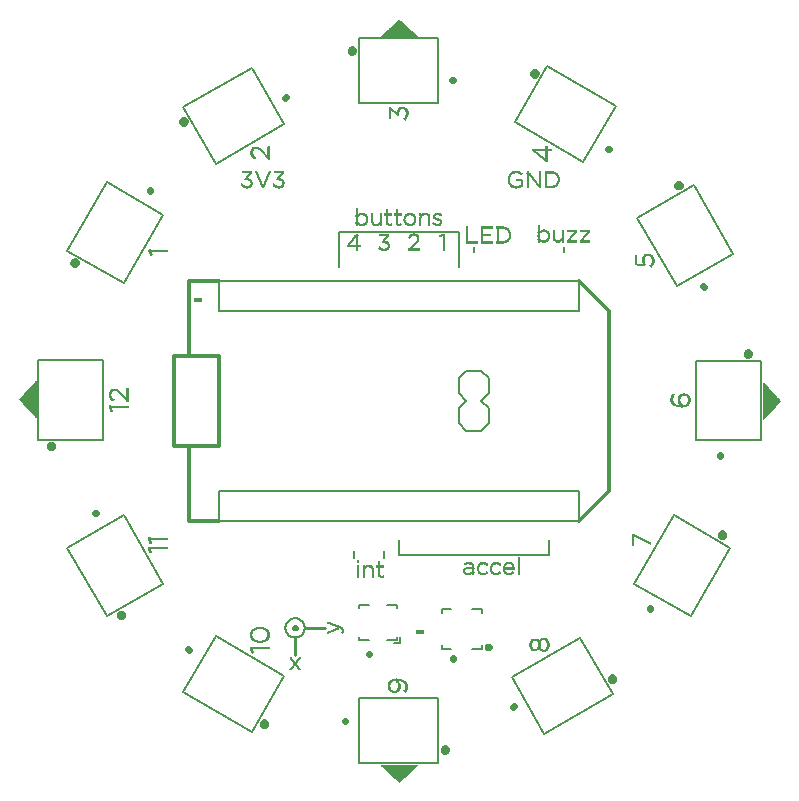
<source format=gto>
G75*
%MOIN*%
%OFA0B0*%
%FSLAX25Y25*%
%IPPOS*%
%LPD*%
%AMOC8*
5,1,8,0,0,1.08239X$1,22.5*
%
%ADD10C,0.00800*%
%ADD11C,0.01000*%
%ADD12R,0.00520X0.00026*%
%ADD13R,0.00910X0.00026*%
%ADD14R,0.01144X0.00026*%
%ADD15R,0.01352X0.00026*%
%ADD16R,0.00624X0.00026*%
%ADD17R,0.03822X0.00026*%
%ADD18R,0.01508X0.00026*%
%ADD19R,0.00598X0.00026*%
%ADD20R,0.01664X0.00026*%
%ADD21R,0.00624X0.00026*%
%ADD22R,0.03822X0.00026*%
%ADD23R,0.01794X0.00026*%
%ADD24R,0.00598X0.00026*%
%ADD25R,0.01898X0.00026*%
%ADD26R,0.02028X0.00026*%
%ADD27R,0.02132X0.00026*%
%ADD28R,0.02236X0.00026*%
%ADD29R,0.02314X0.00026*%
%ADD30R,0.02392X0.00026*%
%ADD31R,0.02470X0.00026*%
%ADD32R,0.02574X0.00026*%
%ADD33R,0.02652X0.00026*%
%ADD34R,0.02704X0.00026*%
%ADD35R,0.02756X0.00026*%
%ADD36R,0.02834X0.00026*%
%ADD37R,0.02886X0.00026*%
%ADD38R,0.02938X0.00026*%
%ADD39R,0.03016X0.00026*%
%ADD40R,0.01378X0.00026*%
%ADD41R,0.01144X0.00026*%
%ADD42R,0.03796X0.00026*%
%ADD43R,0.01248X0.00026*%
%ADD44R,0.01040X0.00026*%
%ADD45R,0.03744X0.00026*%
%ADD46R,0.01196X0.00026*%
%ADD47R,0.00988X0.00026*%
%ADD48R,0.03718X0.00026*%
%ADD49R,0.01118X0.00026*%
%ADD50R,0.00962X0.00026*%
%ADD51R,0.00832X0.00026*%
%ADD52R,0.01066X0.00026*%
%ADD53R,0.00832X0.00026*%
%ADD54R,0.01040X0.00026*%
%ADD55R,0.00858X0.00026*%
%ADD56R,0.01014X0.00026*%
%ADD57R,0.00988X0.00026*%
%ADD58R,0.00962X0.00026*%
%ADD59R,0.00780X0.00026*%
%ADD60R,0.00806X0.00026*%
%ADD61R,0.00936X0.00026*%
%ADD62R,0.00780X0.00026*%
%ADD63R,0.00806X0.00026*%
%ADD64R,0.00936X0.00026*%
%ADD65R,0.00806X0.00026*%
%ADD66R,0.00754X0.00026*%
%ADD67R,0.00806X0.00026*%
%ADD68R,0.00884X0.00026*%
%ADD69R,0.00754X0.00026*%
%ADD70R,0.00884X0.00026*%
%ADD71R,0.00728X0.00026*%
%ADD72R,0.00858X0.00026*%
%ADD73R,0.00728X0.00026*%
%ADD74R,0.00702X0.00026*%
%ADD75R,0.00702X0.00026*%
%ADD76R,0.00676X0.00026*%
%ADD77R,0.00676X0.00026*%
%ADD78R,0.00572X0.00026*%
%ADD79R,0.00650X0.00026*%
%ADD80R,0.00676X0.00026*%
%ADD81R,0.00468X0.00026*%
%ADD82R,0.00416X0.00026*%
%ADD83R,0.00650X0.00026*%
%ADD84R,0.00364X0.00026*%
%ADD85R,0.00286X0.00026*%
%ADD86R,0.00234X0.00026*%
%ADD87R,0.00182X0.00026*%
%ADD88R,0.00130X0.00026*%
%ADD89R,0.00078X0.00026*%
%ADD90R,0.00026X0.00026*%
%ADD91R,0.04342X0.00026*%
%ADD92R,0.04342X0.00026*%
%ADD93R,0.04368X0.00026*%
%ADD94R,0.04368X0.00026*%
%ADD95R,0.04394X0.00026*%
%ADD96R,0.04420X0.00026*%
%ADD97R,0.04420X0.00026*%
%ADD98R,0.04446X0.00026*%
%ADD99R,0.04446X0.00026*%
%ADD100R,0.04472X0.00026*%
%ADD101R,0.04472X0.00026*%
%ADD102R,0.04498X0.00026*%
%ADD103R,0.00676X0.00026*%
%ADD104R,0.01014X0.00026*%
%ADD105R,0.01170X0.00026*%
%ADD106R,0.01274X0.00026*%
%ADD107R,0.01430X0.00026*%
%ADD108R,0.02054X0.00026*%
%ADD109R,0.02002X0.00026*%
%ADD110R,0.01976X0.00026*%
%ADD111R,0.01924X0.00026*%
%ADD112R,0.01872X0.00026*%
%ADD113R,0.00754X0.00026*%
%ADD114R,0.01820X0.00026*%
%ADD115R,0.00728X0.00026*%
%ADD116R,0.01768X0.00026*%
%ADD117R,0.01742X0.00026*%
%ADD118R,0.01690X0.00026*%
%ADD119R,0.01638X0.00026*%
%ADD120R,0.01586X0.00026*%
%ADD121R,0.01534X0.00026*%
%ADD122R,0.01404X0.00026*%
%ADD123R,0.01300X0.00026*%
%ADD124R,0.00026X0.00026*%
%ADD125R,0.00052X0.00026*%
%ADD126R,0.00338X0.00026*%
%ADD127R,0.00416X0.00026*%
%ADD128R,0.00572X0.00026*%
%ADD129R,0.00728X0.00026*%
%ADD130R,0.00754X0.00026*%
%ADD131R,0.00234X0.00026*%
%ADD132R,0.00312X0.00026*%
%ADD133R,0.01222X0.00026*%
%ADD134R,0.00494X0.00026*%
%ADD135R,0.01222X0.00026*%
%ADD136R,0.00598X0.00026*%
%ADD137R,0.01196X0.00026*%
%ADD138R,0.01170X0.00026*%
%ADD139R,0.01118X0.00026*%
%ADD140R,0.00884X0.00026*%
%ADD141R,0.01092X0.00026*%
%ADD142R,0.01742X0.00026*%
%ADD143R,0.00910X0.00026*%
%ADD144R,0.01066X0.00026*%
%ADD145R,0.01040X0.00026*%
%ADD146R,0.01768X0.00026*%
%ADD147R,0.03380X0.00026*%
%ADD148R,0.01092X0.00026*%
%ADD149R,0.03406X0.00026*%
%ADD150R,0.03432X0.00026*%
%ADD151R,0.01794X0.00026*%
%ADD152R,0.03458X0.00026*%
%ADD153R,0.02704X0.00026*%
%ADD154R,0.03484X0.00026*%
%ADD155R,0.01690X0.00026*%
%ADD156R,0.02600X0.00026*%
%ADD157R,0.03484X0.00026*%
%ADD158R,0.01638X0.00026*%
%ADD159R,0.02548X0.00026*%
%ADD160R,0.01560X0.00026*%
%ADD161R,0.02470X0.00026*%
%ADD162R,0.01482X0.00026*%
%ADD163R,0.02418X0.00026*%
%ADD164R,0.02366X0.00026*%
%ADD165R,0.01326X0.00026*%
%ADD166R,0.02262X0.00026*%
%ADD167R,0.02210X0.00026*%
%ADD168R,0.01170X0.00026*%
%ADD169R,0.02106X0.00026*%
%ADD170R,0.01950X0.00026*%
%ADD171R,0.01820X0.00026*%
%ADD172R,0.01716X0.00026*%
%ADD173R,0.01456X0.00026*%
%ADD174R,0.00494X0.00026*%
%ADD175R,0.00546X0.00026*%
%ADD176R,0.00026X0.00416*%
%ADD177R,0.00026X0.00728*%
%ADD178R,0.00026X0.00910*%
%ADD179R,0.00026X0.01066*%
%ADD180R,0.00026X0.01222*%
%ADD181R,0.00026X0.01326*%
%ADD182R,0.00026X0.01404*%
%ADD183R,0.00026X0.01508*%
%ADD184R,0.00026X0.01560*%
%ADD185R,0.00026X0.01612*%
%ADD186R,0.00026X0.01612*%
%ADD187R,0.00026X0.01638*%
%ADD188R,0.00026X0.01638*%
%ADD189R,0.00026X0.01664*%
%ADD190R,0.00026X0.01690*%
%ADD191R,0.00026X0.01690*%
%ADD192R,0.00026X0.01716*%
%ADD193R,0.00026X0.01716*%
%ADD194R,0.00026X0.01742*%
%ADD195R,0.00026X0.00442*%
%ADD196R,0.00026X0.00884*%
%ADD197R,0.00026X0.00286*%
%ADD198R,0.00026X0.00806*%
%ADD199R,0.00026X0.00208*%
%ADD200R,0.00026X0.00780*%
%ADD201R,0.00026X0.00130*%
%ADD202R,0.00026X0.00728*%
%ADD203R,0.00026X0.00052*%
%ADD204R,0.00026X0.00728*%
%ADD205R,0.00026X0.00702*%
%ADD206R,0.00026X0.00676*%
%ADD207R,0.00026X0.00676*%
%ADD208R,0.00026X0.00650*%
%ADD209R,0.00026X0.00676*%
%ADD210R,0.00026X0.00624*%
%ADD211R,0.00026X0.00650*%
%ADD212R,0.00026X0.00624*%
%ADD213R,0.00026X0.00598*%
%ADD214R,0.00026X0.00598*%
%ADD215R,0.00026X0.00598*%
%ADD216R,0.00026X0.00598*%
%ADD217R,0.00026X0.00702*%
%ADD218R,0.00026X0.00754*%
%ADD219R,0.00026X0.00806*%
%ADD220R,0.00026X0.00858*%
%ADD221R,0.00026X0.00884*%
%ADD222R,0.00026X0.00962*%
%ADD223R,0.00026X0.00962*%
%ADD224R,0.00026X0.01014*%
%ADD225R,0.00026X0.01040*%
%ADD226R,0.00026X0.01092*%
%ADD227R,0.00026X0.01118*%
%ADD228R,0.00026X0.01118*%
%ADD229R,0.00026X0.01144*%
%ADD230R,0.00026X0.00572*%
%ADD231R,0.00026X0.00572*%
%ADD232R,0.00026X0.00546*%
%ADD233R,0.01326X0.00026*%
%ADD234R,0.01274X0.00026*%
%ADD235R,0.00884X0.00026*%
%ADD236R,0.01300X0.00026*%
%ADD237R,0.00520X0.00026*%
%ADD238R,0.00520X0.00026*%
%ADD239R,0.01508X0.00026*%
%ADD240R,0.01898X0.00026*%
%ADD241R,0.01898X0.00026*%
%ADD242R,0.02132X0.00026*%
%ADD243R,0.02314X0.00026*%
%ADD244R,0.02392X0.00026*%
%ADD245R,0.02470X0.00026*%
%ADD246R,0.02574X0.00026*%
%ADD247R,0.02704X0.00026*%
%ADD248R,0.02756X0.00026*%
%ADD249R,0.02834X0.00026*%
%ADD250R,0.02834X0.00026*%
%ADD251R,0.02938X0.00026*%
%ADD252R,0.03016X0.00026*%
%ADD253R,0.01378X0.00026*%
%ADD254R,0.01248X0.00026*%
%ADD255R,0.00962X0.00026*%
%ADD256R,0.00962X0.00026*%
%ADD257R,0.00598X0.00026*%
%ADD258R,0.00364X0.00026*%
%ADD259R,0.00234X0.00026*%
%ADD260R,0.00182X0.00026*%
%ADD261R,0.00130X0.00026*%
%ADD262R,0.00078X0.00026*%
%ADD263R,0.00026X0.00026*%
%ADD264R,0.02054X0.00026*%
%ADD265R,0.02054X0.00026*%
%ADD266R,0.02028X0.00026*%
%ADD267R,0.02002X0.00026*%
%ADD268R,0.01976X0.00026*%
%ADD269R,0.01976X0.00026*%
%ADD270R,0.01924X0.00026*%
%ADD271R,0.01898X0.00026*%
%ADD272R,0.01872X0.00026*%
%ADD273R,0.01820X0.00026*%
%ADD274R,0.01534X0.00026*%
%ADD275R,0.01534X0.00026*%
%ADD276R,0.01170X0.00026*%
%ADD277R,0.03380X0.00026*%
%ADD278R,0.03406X0.00026*%
%ADD279R,0.03432X0.00026*%
%ADD280R,0.03458X0.00026*%
%ADD281R,0.03484X0.00026*%
%ADD282R,0.03484X0.00026*%
%ADD283R,0.01742X0.00026*%
%ADD284R,0.02184X0.00026*%
%ADD285R,0.00520X0.00026*%
%ADD286R,0.02080X0.00026*%
%ADD287R,0.02548X0.00026*%
%ADD288R,0.02366X0.00026*%
%ADD289R,0.02782X0.00026*%
%ADD290R,0.02496X0.00026*%
%ADD291R,0.02860X0.00026*%
%ADD292R,0.02600X0.00026*%
%ADD293R,0.02834X0.00026*%
%ADD294R,0.03094X0.00026*%
%ADD295R,0.03146X0.00026*%
%ADD296R,0.03198X0.00026*%
%ADD297R,0.03120X0.00026*%
%ADD298R,0.03250X0.00026*%
%ADD299R,0.03198X0.00026*%
%ADD300R,0.03328X0.00026*%
%ADD301R,0.03276X0.00026*%
%ADD302R,0.03354X0.00026*%
%ADD303R,0.03536X0.00026*%
%ADD304R,0.03510X0.00026*%
%ADD305R,0.01326X0.00026*%
%ADD306R,0.01404X0.00026*%
%ADD307R,0.03588X0.00026*%
%ADD308R,0.03614X0.00026*%
%ADD309R,0.03666X0.00026*%
%ADD310R,0.03692X0.00026*%
%ADD311R,0.01092X0.00026*%
%ADD312R,0.01560X0.00026*%
%ADD313R,0.01404X0.00026*%
%ADD314R,0.02262X0.00026*%
%ADD315R,0.02262X0.00026*%
%ADD316R,0.00052X0.00026*%
%ADD317R,0.00234X0.00026*%
%ADD318R,0.00312X0.00026*%
%ADD319R,0.00442X0.00026*%
%ADD320R,0.01404X0.00026*%
%ADD321R,0.01014X0.00026*%
%ADD322R,0.01430X0.00026*%
%ADD323R,0.03640X0.00026*%
%ADD324R,0.03588X0.00026*%
%ADD325R,0.03562X0.00026*%
%ADD326R,0.03510X0.00026*%
%ADD327R,0.03328X0.00026*%
%ADD328R,0.03042X0.00026*%
%ADD329R,0.02860X0.00026*%
%ADD330R,0.03146X0.00026*%
%ADD331R,0.02444X0.00026*%
%ADD332R,0.02782X0.00026*%
%ADD333R,0.02678X0.00026*%
%ADD334R,0.02548X0.00026*%
%ADD335R,0.02184X0.00026*%
%ADD336R,0.01534X0.00026*%
%ADD337R,0.03978X0.00026*%
%ADD338R,0.02184X0.00026*%
%ADD339R,0.03692X0.00026*%
%ADD340R,0.03978X0.00026*%
%ADD341R,0.02392X0.00026*%
%ADD342R,0.03094X0.00026*%
%ADD343R,0.03250X0.00026*%
%ADD344R,0.03614X0.00026*%
%ADD345R,0.03952X0.00026*%
%ADD346R,0.03952X0.00026*%
%ADD347R,0.00442X0.00026*%
%ADD348R,0.01612X0.00026*%
%ADD349R,0.01716X0.00026*%
%ADD350R,0.01846X0.00026*%
%ADD351R,0.02080X0.00026*%
%ADD352R,0.02158X0.00026*%
%ADD353R,0.02288X0.00026*%
%ADD354R,0.02184X0.00026*%
%ADD355R,0.02444X0.00026*%
%ADD356R,0.02288X0.00026*%
%ADD357R,0.02340X0.00026*%
%ADD358R,0.02548X0.00026*%
%ADD359R,0.02418X0.00026*%
%ADD360R,0.00546X0.00026*%
%ADD361R,0.01040X0.00026*%
%ADD362R,0.01092X0.00026*%
%ADD363R,0.03302X0.00026*%
%ADD364R,0.03328X0.00026*%
%ADD365R,0.02522X0.00026*%
%ADD366R,0.03328X0.00026*%
%ADD367R,0.02340X0.00026*%
%ADD368R,0.01742X0.00026*%
%ADD369R,0.00390X0.00026*%
%ADD370R,0.00442X0.00026*%
%ADD371R,0.01248X0.00026*%
%ADD372R,0.01248X0.00026*%
%ADD373R,0.01664X0.00026*%
%ADD374R,0.01612X0.00026*%
%ADD375R,0.02340X0.00026*%
%ADD376R,0.02392X0.00026*%
%ADD377R,0.02626X0.00026*%
%ADD378R,0.02730X0.00026*%
%ADD379R,0.00260X0.00026*%
%ADD380R,0.00104X0.00026*%
%ADD381R,0.00468X0.00026*%
%ADD382R,0.00390X0.00026*%
%ADD383R,0.00338X0.00026*%
%ADD384R,0.00208X0.00026*%
%ADD385R,0.00156X0.00026*%
%ADD386R,0.00078X0.00026*%
%ADD387R,0.00078X0.00026*%
%ADD388R,0.03224X0.00026*%
%ADD389R,0.03172X0.00026*%
%ADD390R,0.03068X0.00026*%
%ADD391R,0.02990X0.00026*%
%ADD392R,0.03770X0.00026*%
%ADD393R,0.03770X0.00026*%
%ADD394R,0.01612X0.00026*%
%ADD395R,0.00104X0.00026*%
%ADD396R,0.02340X0.00026*%
%ADD397R,0.02730X0.00026*%
%ADD398R,0.02626X0.00026*%
%ADD399R,0.02626X0.00026*%
%ADD400R,0.02158X0.00026*%
%ADD401R,0.02704X0.00026*%
%ADD402R,0.02470X0.00026*%
%ADD403R,0.02106X0.00026*%
%ADD404R,0.01976X0.00026*%
%ADD405R,0.02626X0.00026*%
%ADD406R,0.02262X0.00026*%
%ADD407R,0.02106X0.00026*%
%ADD408R,0.01456X0.00026*%
%ADD409R,0.01456X0.00026*%
%ADD410R,0.01690X0.00026*%
%ADD411R,0.01664X0.00026*%
%ADD412R,0.00364X0.00026*%
%ADD413R,0.00104X0.00026*%
%ADD414R,0.00156X0.00026*%
%ADD415R,0.00026X0.00026*%
%ADD416R,0.01482X0.00026*%
%ADD417R,0.01612X0.00026*%
%ADD418R,0.00312X0.00026*%
%ADD419R,0.02808X0.00026*%
%ADD420R,0.02496X0.00026*%
%ADD421R,0.02054X0.00026*%
%ADD422R,0.01586X0.00026*%
%ADD423R,0.01378X0.00026*%
%ADD424R,0.00030X0.00600*%
%ADD425R,0.00030X0.00570*%
%ADD426R,0.00030X0.00960*%
%ADD427R,0.00030X0.00930*%
%ADD428R,0.00030X0.01260*%
%ADD429R,0.00030X0.01230*%
%ADD430R,0.00030X0.01470*%
%ADD431R,0.00030X0.01410*%
%ADD432R,0.00030X0.01650*%
%ADD433R,0.00030X0.00720*%
%ADD434R,0.00030X0.01620*%
%ADD435R,0.00030X0.00720*%
%ADD436R,0.00030X0.04410*%
%ADD437R,0.00030X0.01830*%
%ADD438R,0.00030X0.01770*%
%ADD439R,0.00030X0.01950*%
%ADD440R,0.00030X0.01920*%
%ADD441R,0.00030X0.02100*%
%ADD442R,0.00030X0.02040*%
%ADD443R,0.00030X0.02250*%
%ADD444R,0.00030X0.02190*%
%ADD445R,0.00030X0.02340*%
%ADD446R,0.00030X0.02310*%
%ADD447R,0.00030X0.02460*%
%ADD448R,0.00030X0.02400*%
%ADD449R,0.00030X0.02580*%
%ADD450R,0.00030X0.02490*%
%ADD451R,0.00030X0.02670*%
%ADD452R,0.00030X0.02610*%
%ADD453R,0.00030X0.02760*%
%ADD454R,0.00030X0.02700*%
%ADD455R,0.00030X0.02850*%
%ADD456R,0.00030X0.02790*%
%ADD457R,0.00030X0.02940*%
%ADD458R,0.00030X0.03030*%
%ADD459R,0.00030X0.02940*%
%ADD460R,0.00030X0.03090*%
%ADD461R,0.00030X0.03180*%
%ADD462R,0.00030X0.03240*%
%ADD463R,0.00030X0.03150*%
%ADD464R,0.00030X0.03330*%
%ADD465R,0.00030X0.03210*%
%ADD466R,0.00030X0.03390*%
%ADD467R,0.00030X0.03300*%
%ADD468R,0.00030X0.01530*%
%ADD469R,0.00030X0.01350*%
%ADD470R,0.00030X0.01380*%
%ADD471R,0.00030X0.01290*%
%ADD472R,0.00030X0.04380*%
%ADD473R,0.00030X0.01200*%
%ADD474R,0.00030X0.04320*%
%ADD475R,0.00030X0.01290*%
%ADD476R,0.00030X0.01110*%
%ADD477R,0.00030X0.01170*%
%ADD478R,0.00030X0.04290*%
%ADD479R,0.00030X0.01080*%
%ADD480R,0.00030X0.01140*%
%ADD481R,0.00030X0.01050*%
%ADD482R,0.00030X0.01020*%
%ADD483R,0.00030X0.01020*%
%ADD484R,0.00030X0.00990*%
%ADD485R,0.00030X0.00870*%
%ADD486R,0.00030X0.00810*%
%ADD487R,0.00030X0.00990*%
%ADD488R,0.00030X0.00660*%
%ADD489R,0.00030X0.00900*%
%ADD490R,0.00030X0.00510*%
%ADD491R,0.00030X0.00450*%
%ADD492R,0.00030X0.00870*%
%ADD493R,0.00030X0.00420*%
%ADD494R,0.00030X0.00330*%
%ADD495R,0.00030X0.00840*%
%ADD496R,0.00030X0.00270*%
%ADD497R,0.00030X0.00840*%
%ADD498R,0.00030X0.00210*%
%ADD499R,0.00030X0.00150*%
%ADD500R,0.00030X0.00090*%
%ADD501R,0.00030X0.00030*%
%ADD502R,0.00030X0.00780*%
%ADD503R,0.00030X0.00750*%
%ADD504R,0.00030X0.00690*%
%ADD505R,0.00030X0.00690*%
%ADD506R,0.00030X0.01590*%
%ADD507R,0.00030X0.01890*%
%ADD508R,0.00030X0.02040*%
%ADD509R,0.00030X0.02160*%
%ADD510R,0.00030X0.02520*%
%ADD511R,0.00030X0.02730*%
%ADD512R,0.00030X0.02910*%
%ADD513R,0.00030X0.02970*%
%ADD514R,0.00030X0.01470*%
%ADD515R,0.00030X0.01140*%
%ADD516R,0.00030X0.01320*%
%ADD517R,0.00030X0.00630*%
%ADD518R,0.00030X0.01320*%
%ADD519R,0.00030X0.01170*%
%ADD520R,0.00030X0.00060*%
%ADD521R,0.00030X0.00390*%
%ADD522R,0.00030X0.00480*%
%ADD523R,0.00030X0.00540*%
%ADD524R,0.00030X0.00270*%
%ADD525R,0.00030X0.00360*%
%ADD526R,0.00030X0.00570*%
%ADD527R,0.00030X0.02010*%
%ADD528R,0.00030X0.02070*%
%ADD529R,0.00030X0.03270*%
%ADD530R,0.00030X0.02070*%
%ADD531R,0.00030X0.03270*%
%ADD532R,0.00030X0.03120*%
%ADD533R,0.00030X0.03060*%
%ADD534R,0.00030X0.03000*%
%ADD535R,0.00030X0.01890*%
%ADD536R,0.00030X0.01800*%
%ADD537R,0.00030X0.01710*%
%ADD538R,0.00030X0.01620*%
%ADD539R,0.00030X0.02670*%
%ADD540R,0.00030X0.01440*%
%ADD541R,0.00030X0.02550*%
%ADD542R,0.00030X0.02430*%
%ADD543R,0.00030X0.02370*%
%ADD544R,0.00030X0.02370*%
%ADD545R,0.00030X0.02280*%
%ADD546R,0.00030X0.02130*%
%ADD547R,0.00030X0.01980*%
%ADD548R,0.00030X0.01860*%
%ADD549R,0.00030X0.01680*%
%ADD550R,0.00030X0.01590*%
%ADD551R,0.00030X0.01500*%
%ADD552R,0.00030X0.01560*%
%ADD553R,0.00030X0.01740*%
%ADD554R,0.00030X0.01920*%
%ADD555R,0.00030X0.02340*%
%ADD556R,0.00030X0.02880*%
%ADD557R,0.00030X0.02970*%
%ADD558R,0.00030X0.03450*%
%ADD559R,0.00030X0.03360*%
%ADD560R,0.00030X0.03510*%
%ADD561R,0.00030X0.03390*%
%ADD562R,0.00030X0.03570*%
%ADD563R,0.00030X0.03480*%
%ADD564R,0.00030X0.03630*%
%ADD565R,0.00030X0.04320*%
%ADD566R,0.00030X0.00300*%
%ADD567R,0.00030X0.00240*%
%ADD568R,0.00030X0.00180*%
%ADD569R,0.00030X0.00120*%
%ADD570R,0.00030X0.05010*%
%ADD571R,0.00030X0.05040*%
%ADD572R,0.00030X0.05070*%
%ADD573R,0.00030X0.05100*%
%ADD574R,0.00030X0.05130*%
%ADD575R,0.00030X0.05160*%
%ADD576R,0.00030X0.05190*%
%ADD577R,0.00030X0.02220*%
%ADD578R,0.00030X0.03540*%
%ADD579R,0.00030X0.03090*%
%ADD580R,0.00030X0.03420*%
%ADD581R,0.00030X0.01770*%
%ADD582R,0.00030X0.03120*%
%ADD583R,0.00030X0.00390*%
%ADD584R,0.00030X0.00420*%
%ADD585R,0.00030X0.03660*%
%ADD586R,0.00030X0.04230*%
%ADD587R,0.00030X0.03900*%
%ADD588R,0.00030X0.03930*%
%ADD589R,0.00030X0.04260*%
%ADD590R,0.00030X0.03960*%
%ADD591R,0.00030X0.03990*%
%ADD592R,0.00030X0.04020*%
%ADD593R,0.00030X0.01440*%
%ADD594R,0.00030X0.02640*%
%ADD595C,0.00200*%
%ADD596C,0.00500*%
%ADD597C,0.02000*%
%ADD598C,0.02200*%
%ADD599R,0.03000X0.01800*%
%ADD600C,0.01200*%
%ADD601C,0.01600*%
D10*
X0145107Y0049107D02*
X0145107Y0050485D01*
X0145107Y0049107D02*
X0148257Y0049107D01*
X0155343Y0049107D02*
X0158493Y0049107D01*
X0158493Y0050485D01*
X0158493Y0061115D02*
X0158493Y0062493D01*
X0155343Y0062493D01*
X0148257Y0062493D02*
X0145107Y0062493D01*
X0145107Y0061115D01*
X0093000Y0056100D02*
X0093002Y0056213D01*
X0093008Y0056326D01*
X0093018Y0056438D01*
X0093032Y0056550D01*
X0093050Y0056662D01*
X0093072Y0056773D01*
X0093097Y0056883D01*
X0093127Y0056992D01*
X0093160Y0057100D01*
X0093197Y0057206D01*
X0093238Y0057312D01*
X0093283Y0057415D01*
X0093331Y0057517D01*
X0093383Y0057618D01*
X0093438Y0057716D01*
X0093497Y0057813D01*
X0093559Y0057907D01*
X0093624Y0057999D01*
X0093693Y0058089D01*
X0093765Y0058176D01*
X0093840Y0058261D01*
X0093917Y0058343D01*
X0093998Y0058422D01*
X0094081Y0058498D01*
X0094167Y0058571D01*
X0094256Y0058642D01*
X0094347Y0058709D01*
X0094440Y0058772D01*
X0094535Y0058833D01*
X0094633Y0058890D01*
X0094732Y0058943D01*
X0094833Y0058994D01*
X0094936Y0059040D01*
X0095041Y0059083D01*
X0095147Y0059122D01*
X0095254Y0059157D01*
X0095363Y0059189D01*
X0095472Y0059216D01*
X0095583Y0059240D01*
X0095694Y0059260D01*
X0095806Y0059276D01*
X0095918Y0059288D01*
X0096031Y0059296D01*
X0096144Y0059300D01*
X0096256Y0059300D01*
X0096369Y0059296D01*
X0096482Y0059288D01*
X0096594Y0059276D01*
X0096706Y0059260D01*
X0096817Y0059240D01*
X0096928Y0059216D01*
X0097037Y0059189D01*
X0097146Y0059157D01*
X0097253Y0059122D01*
X0097359Y0059083D01*
X0097464Y0059040D01*
X0097567Y0058994D01*
X0097668Y0058943D01*
X0097767Y0058890D01*
X0097865Y0058833D01*
X0097960Y0058772D01*
X0098053Y0058709D01*
X0098144Y0058642D01*
X0098233Y0058571D01*
X0098319Y0058498D01*
X0098402Y0058422D01*
X0098483Y0058343D01*
X0098560Y0058261D01*
X0098635Y0058176D01*
X0098707Y0058089D01*
X0098776Y0057999D01*
X0098841Y0057907D01*
X0098903Y0057813D01*
X0098962Y0057716D01*
X0099017Y0057618D01*
X0099069Y0057517D01*
X0099117Y0057415D01*
X0099162Y0057312D01*
X0099203Y0057206D01*
X0099240Y0057100D01*
X0099273Y0056992D01*
X0099303Y0056883D01*
X0099328Y0056773D01*
X0099350Y0056662D01*
X0099368Y0056550D01*
X0099382Y0056438D01*
X0099392Y0056326D01*
X0099398Y0056213D01*
X0099400Y0056100D01*
X0099398Y0055987D01*
X0099392Y0055874D01*
X0099382Y0055762D01*
X0099368Y0055650D01*
X0099350Y0055538D01*
X0099328Y0055427D01*
X0099303Y0055317D01*
X0099273Y0055208D01*
X0099240Y0055100D01*
X0099203Y0054994D01*
X0099162Y0054888D01*
X0099117Y0054785D01*
X0099069Y0054683D01*
X0099017Y0054582D01*
X0098962Y0054484D01*
X0098903Y0054387D01*
X0098841Y0054293D01*
X0098776Y0054201D01*
X0098707Y0054111D01*
X0098635Y0054024D01*
X0098560Y0053939D01*
X0098483Y0053857D01*
X0098402Y0053778D01*
X0098319Y0053702D01*
X0098233Y0053629D01*
X0098144Y0053558D01*
X0098053Y0053491D01*
X0097960Y0053428D01*
X0097865Y0053367D01*
X0097767Y0053310D01*
X0097668Y0053257D01*
X0097567Y0053206D01*
X0097464Y0053160D01*
X0097359Y0053117D01*
X0097253Y0053078D01*
X0097146Y0053043D01*
X0097037Y0053011D01*
X0096928Y0052984D01*
X0096817Y0052960D01*
X0096706Y0052940D01*
X0096594Y0052924D01*
X0096482Y0052912D01*
X0096369Y0052904D01*
X0096256Y0052900D01*
X0096144Y0052900D01*
X0096031Y0052904D01*
X0095918Y0052912D01*
X0095806Y0052924D01*
X0095694Y0052940D01*
X0095583Y0052960D01*
X0095472Y0052984D01*
X0095363Y0053011D01*
X0095254Y0053043D01*
X0095147Y0053078D01*
X0095041Y0053117D01*
X0094936Y0053160D01*
X0094833Y0053206D01*
X0094732Y0053257D01*
X0094633Y0053310D01*
X0094535Y0053367D01*
X0094440Y0053428D01*
X0094347Y0053491D01*
X0094256Y0053558D01*
X0094167Y0053629D01*
X0094081Y0053702D01*
X0093998Y0053778D01*
X0093917Y0053857D01*
X0093840Y0053939D01*
X0093765Y0054024D01*
X0093693Y0054111D01*
X0093624Y0054201D01*
X0093559Y0054293D01*
X0093497Y0054387D01*
X0093438Y0054484D01*
X0093383Y0054582D01*
X0093331Y0054683D01*
X0093283Y0054785D01*
X0093238Y0054888D01*
X0093197Y0054994D01*
X0093160Y0055100D01*
X0093127Y0055208D01*
X0093097Y0055317D01*
X0093072Y0055427D01*
X0093050Y0055538D01*
X0093032Y0055650D01*
X0093018Y0055762D01*
X0093008Y0055874D01*
X0093002Y0055987D01*
X0093000Y0056100D01*
X0115800Y0079500D02*
X0115800Y0081800D01*
X0125800Y0081800D02*
X0125800Y0079500D01*
X0130900Y0080500D02*
X0180800Y0080500D01*
X0180800Y0085200D01*
X0190800Y0091800D02*
X0190800Y0101800D01*
X0070800Y0101800D01*
X0070800Y0091800D01*
X0190800Y0091800D01*
X0130900Y0085200D02*
X0130900Y0080500D01*
X0153300Y0121800D02*
X0150800Y0124300D01*
X0150800Y0129300D01*
X0153300Y0131800D01*
X0150800Y0134300D01*
X0150800Y0139300D01*
X0153300Y0141800D01*
X0158300Y0141800D01*
X0160800Y0139300D01*
X0160800Y0134300D01*
X0158300Y0131800D01*
X0160800Y0129300D01*
X0160800Y0124300D01*
X0158300Y0121800D01*
X0153300Y0121800D01*
X0190800Y0161800D02*
X0070800Y0161800D01*
X0070800Y0171800D01*
X0190800Y0171800D01*
X0190800Y0161800D01*
X0150700Y0176300D02*
X0150700Y0188000D01*
X0110800Y0188000D01*
X0110800Y0176500D01*
X0155800Y0181300D02*
X0155800Y0183000D01*
X0185800Y0183000D02*
X0185800Y0181300D01*
D11*
X0106100Y0056100D02*
X0099900Y0056100D01*
X0095617Y0056100D02*
X0095619Y0056148D01*
X0095625Y0056196D01*
X0095635Y0056243D01*
X0095649Y0056289D01*
X0095666Y0056334D01*
X0095687Y0056377D01*
X0095712Y0056419D01*
X0095740Y0056458D01*
X0095771Y0056495D01*
X0095805Y0056529D01*
X0095842Y0056560D01*
X0095881Y0056588D01*
X0095923Y0056613D01*
X0095966Y0056634D01*
X0096011Y0056651D01*
X0096057Y0056665D01*
X0096104Y0056675D01*
X0096152Y0056681D01*
X0096200Y0056683D01*
X0096248Y0056681D01*
X0096296Y0056675D01*
X0096343Y0056665D01*
X0096389Y0056651D01*
X0096434Y0056634D01*
X0096477Y0056613D01*
X0096519Y0056588D01*
X0096558Y0056560D01*
X0096595Y0056529D01*
X0096629Y0056495D01*
X0096660Y0056458D01*
X0096688Y0056419D01*
X0096713Y0056377D01*
X0096734Y0056334D01*
X0096751Y0056289D01*
X0096765Y0056243D01*
X0096775Y0056196D01*
X0096781Y0056148D01*
X0096783Y0056100D01*
X0096781Y0056052D01*
X0096775Y0056004D01*
X0096765Y0055957D01*
X0096751Y0055911D01*
X0096734Y0055866D01*
X0096713Y0055823D01*
X0096688Y0055781D01*
X0096660Y0055742D01*
X0096629Y0055705D01*
X0096595Y0055671D01*
X0096558Y0055640D01*
X0096519Y0055612D01*
X0096477Y0055587D01*
X0096434Y0055566D01*
X0096389Y0055549D01*
X0096343Y0055535D01*
X0096296Y0055525D01*
X0096248Y0055519D01*
X0096200Y0055517D01*
X0096152Y0055519D01*
X0096104Y0055525D01*
X0096057Y0055535D01*
X0096011Y0055549D01*
X0095966Y0055566D01*
X0095923Y0055587D01*
X0095881Y0055612D01*
X0095842Y0055640D01*
X0095805Y0055671D01*
X0095771Y0055705D01*
X0095740Y0055742D01*
X0095712Y0055781D01*
X0095687Y0055823D01*
X0095666Y0055866D01*
X0095649Y0055911D01*
X0095635Y0055957D01*
X0095625Y0056004D01*
X0095619Y0056052D01*
X0095617Y0056100D01*
X0096200Y0052600D02*
X0096200Y0047100D01*
D12*
X0164521Y0074424D03*
X0125947Y0181580D03*
X0124361Y0182698D03*
X0134367Y0185974D03*
X0124185Y0190628D03*
X0144725Y0193410D03*
X0184785Y0185108D03*
X0171449Y0207166D03*
D13*
X0168316Y0207244D03*
X0168238Y0203344D03*
X0177624Y0203084D03*
X0183292Y0203474D03*
X0183318Y0207062D03*
X0183292Y0207088D03*
X0138134Y0193176D03*
X0135612Y0193384D03*
X0135586Y0190576D03*
X0130932Y0189978D03*
X0127786Y0189978D03*
X0122248Y0190576D03*
X0116918Y0190992D03*
X0116918Y0192994D03*
X0116918Y0193020D03*
X0116776Y0186728D03*
X0124478Y0182438D03*
X0125934Y0181606D03*
X0127026Y0182256D03*
X0127078Y0184076D03*
X0134796Y0186520D03*
X0136928Y0186520D03*
X0144634Y0191616D03*
X0167082Y0188648D03*
X0167108Y0188622D03*
X0167108Y0185060D03*
X0167082Y0185034D03*
X0177518Y0185472D03*
X0177518Y0185498D03*
X0177518Y0187474D03*
X0182848Y0185056D03*
X0185240Y0185316D03*
X0091918Y0203176D03*
X0090826Y0202526D03*
X0089370Y0203358D03*
X0081284Y0203176D03*
X0080192Y0202526D03*
X0078736Y0203358D03*
X0157904Y0077076D03*
X0157878Y0074216D03*
X0155408Y0074398D03*
X0152964Y0074138D03*
X0162194Y0074216D03*
X0162220Y0077076D03*
X0121738Y0076076D03*
X0119372Y0075816D03*
X0096236Y0044028D03*
X0096236Y0043742D03*
D14*
X0159789Y0074086D03*
X0164105Y0074086D03*
X0125921Y0181632D03*
X0136707Y0186650D03*
X0123093Y0190004D03*
X0118621Y0190004D03*
X0085509Y0203254D03*
X0174049Y0207296D03*
X0177507Y0203396D03*
X0182967Y0207296D03*
D15*
X0174153Y0207010D03*
X0144283Y0191798D03*
X0143269Y0192292D03*
X0125921Y0181658D03*
X0090813Y0202578D03*
X0080179Y0202578D03*
X0153835Y0073670D03*
D16*
X0152639Y0074606D03*
X0152613Y0074684D03*
X0152613Y0074710D03*
X0152613Y0074762D03*
X0152613Y0074788D03*
X0152613Y0074840D03*
X0152613Y0074866D03*
X0152613Y0074892D03*
X0152613Y0074944D03*
X0152613Y0074970D03*
X0152639Y0075022D03*
X0152639Y0075048D03*
X0152639Y0075074D03*
X0152665Y0075152D03*
X0155551Y0074892D03*
X0155551Y0074866D03*
X0155551Y0074840D03*
X0155525Y0076452D03*
X0155525Y0076478D03*
X0155499Y0076530D03*
X0155499Y0076556D03*
X0157241Y0076088D03*
X0157241Y0076062D03*
X0157267Y0076140D03*
X0157267Y0076166D03*
X0157267Y0076192D03*
X0157293Y0076244D03*
X0157293Y0076270D03*
X0157319Y0076322D03*
X0157215Y0075984D03*
X0157215Y0075958D03*
X0157215Y0075906D03*
X0157215Y0075880D03*
X0157189Y0075802D03*
X0157189Y0075776D03*
X0157189Y0075724D03*
X0157189Y0075698D03*
X0157189Y0075672D03*
X0157189Y0075620D03*
X0157189Y0075594D03*
X0157189Y0075542D03*
X0157189Y0075516D03*
X0157189Y0075490D03*
X0157189Y0075438D03*
X0157215Y0075360D03*
X0157215Y0075334D03*
X0157215Y0075308D03*
X0157215Y0075256D03*
X0157241Y0075230D03*
X0157241Y0075178D03*
X0157241Y0075152D03*
X0157267Y0075074D03*
X0160205Y0074372D03*
X0161583Y0075074D03*
X0161557Y0075152D03*
X0161557Y0075178D03*
X0161557Y0075230D03*
X0161531Y0075256D03*
X0161531Y0075308D03*
X0161531Y0075334D03*
X0161531Y0075360D03*
X0161505Y0075438D03*
X0161505Y0075490D03*
X0161505Y0075516D03*
X0161505Y0075542D03*
X0161505Y0075594D03*
X0161505Y0075620D03*
X0161505Y0075672D03*
X0161505Y0075698D03*
X0161505Y0075724D03*
X0161505Y0075776D03*
X0161505Y0075802D03*
X0161531Y0075880D03*
X0161531Y0075906D03*
X0161531Y0075958D03*
X0161531Y0075984D03*
X0161557Y0076062D03*
X0161557Y0076088D03*
X0161583Y0076140D03*
X0161583Y0076166D03*
X0161583Y0076192D03*
X0161609Y0076244D03*
X0161609Y0076270D03*
X0161635Y0076322D03*
X0164521Y0074372D03*
X0165977Y0074866D03*
X0165977Y0074892D03*
X0165951Y0074944D03*
X0165951Y0074970D03*
X0165925Y0075022D03*
X0165925Y0075048D03*
X0165899Y0075126D03*
X0165899Y0075152D03*
X0165873Y0075256D03*
X0166029Y0074762D03*
X0166055Y0074710D03*
X0165873Y0076010D03*
X0165899Y0076140D03*
X0165899Y0076166D03*
X0165925Y0076244D03*
X0165925Y0076270D03*
X0165951Y0076322D03*
X0165951Y0076348D03*
X0165977Y0076374D03*
X0165977Y0076426D03*
X0166003Y0076452D03*
X0166003Y0076478D03*
X0166029Y0076530D03*
X0168863Y0076556D03*
X0168889Y0076478D03*
X0168915Y0076452D03*
X0168915Y0076426D03*
X0168941Y0076374D03*
X0168941Y0076348D03*
X0168967Y0076270D03*
X0168993Y0076166D03*
X0124273Y0073476D03*
X0124247Y0073502D03*
X0124247Y0073528D03*
X0124247Y0073580D03*
X0124273Y0073424D03*
X0122115Y0075244D03*
X0122115Y0075270D03*
X0122115Y0075322D03*
X0122115Y0075348D03*
X0122089Y0075374D03*
X0122089Y0075426D03*
X0122089Y0075452D03*
X0119229Y0075270D03*
X0119229Y0075244D03*
X0119229Y0075192D03*
X0119229Y0075166D03*
X0145877Y0181684D03*
X0145877Y0181710D03*
X0145877Y0181762D03*
X0145877Y0181788D03*
X0145877Y0181840D03*
X0145877Y0181866D03*
X0145877Y0181892D03*
X0145877Y0181944D03*
X0145877Y0181970D03*
X0145877Y0182022D03*
X0145877Y0182048D03*
X0145877Y0182074D03*
X0145877Y0182126D03*
X0145877Y0182152D03*
X0145877Y0182178D03*
X0145877Y0182230D03*
X0145877Y0182256D03*
X0145877Y0182308D03*
X0145877Y0182334D03*
X0145877Y0182360D03*
X0145877Y0182412D03*
X0145877Y0182438D03*
X0145877Y0182490D03*
X0145877Y0182516D03*
X0145877Y0182542D03*
X0145877Y0182594D03*
X0145877Y0182620D03*
X0145877Y0182672D03*
X0145877Y0182698D03*
X0145877Y0182724D03*
X0145877Y0182776D03*
X0145877Y0182802D03*
X0145877Y0182828D03*
X0145877Y0182880D03*
X0145877Y0182906D03*
X0145877Y0182958D03*
X0145877Y0182984D03*
X0145877Y0183010D03*
X0145877Y0183062D03*
X0145877Y0183088D03*
X0145877Y0183140D03*
X0145877Y0183166D03*
X0145877Y0183192D03*
X0145877Y0183244D03*
X0145877Y0183270D03*
X0145877Y0183322D03*
X0145877Y0183348D03*
X0145877Y0183374D03*
X0145877Y0183426D03*
X0145877Y0183452D03*
X0145877Y0183478D03*
X0145877Y0183530D03*
X0145877Y0183556D03*
X0145877Y0183608D03*
X0145877Y0183634D03*
X0145877Y0183660D03*
X0145877Y0183712D03*
X0145877Y0183738D03*
X0145877Y0183790D03*
X0145877Y0183816D03*
X0145877Y0183842D03*
X0145877Y0183894D03*
X0145877Y0183920D03*
X0145877Y0183972D03*
X0145877Y0183998D03*
X0145877Y0184024D03*
X0145877Y0184076D03*
X0145877Y0184102D03*
X0145877Y0184128D03*
X0145877Y0184180D03*
X0145877Y0184206D03*
X0145877Y0184258D03*
X0145877Y0184284D03*
X0145877Y0184310D03*
X0145877Y0184362D03*
X0145877Y0184388D03*
X0145877Y0184440D03*
X0145877Y0184466D03*
X0145877Y0184492D03*
X0145877Y0184544D03*
X0145877Y0184570D03*
X0145877Y0184622D03*
X0145877Y0184648D03*
X0145877Y0184674D03*
X0145877Y0184726D03*
X0145877Y0184752D03*
X0145877Y0184778D03*
X0145877Y0184830D03*
X0145877Y0184856D03*
X0145877Y0184908D03*
X0145877Y0184934D03*
X0145877Y0184960D03*
X0145877Y0185012D03*
X0145877Y0185038D03*
X0145877Y0185090D03*
X0145877Y0185116D03*
X0145877Y0185142D03*
X0145877Y0185194D03*
X0145877Y0185220D03*
X0145877Y0185272D03*
X0145877Y0185298D03*
X0145877Y0185324D03*
X0145877Y0185376D03*
X0145877Y0185402D03*
X0145877Y0185428D03*
X0145877Y0185480D03*
X0145877Y0185506D03*
X0145877Y0185558D03*
X0145877Y0185584D03*
X0145877Y0185610D03*
X0145877Y0185662D03*
X0145877Y0185688D03*
X0145877Y0185740D03*
X0145877Y0185766D03*
X0145877Y0185792D03*
X0145877Y0185844D03*
X0145877Y0185870D03*
X0145877Y0185922D03*
X0145877Y0185948D03*
X0145877Y0185974D03*
X0145877Y0186026D03*
X0145877Y0186052D03*
X0145877Y0186078D03*
X0145877Y0186130D03*
X0145877Y0186156D03*
X0145877Y0186208D03*
X0145877Y0186234D03*
X0145877Y0186260D03*
X0145877Y0186312D03*
X0145877Y0186338D03*
X0145877Y0186390D03*
X0145877Y0186416D03*
X0145877Y0186442D03*
X0145877Y0186494D03*
X0145877Y0186520D03*
X0153679Y0186516D03*
X0153679Y0186542D03*
X0153679Y0186594D03*
X0153679Y0186620D03*
X0153679Y0186672D03*
X0153679Y0186698D03*
X0153679Y0186724D03*
X0153679Y0186776D03*
X0153679Y0186802D03*
X0153679Y0186828D03*
X0153679Y0186880D03*
X0153679Y0186906D03*
X0153679Y0186958D03*
X0153679Y0186984D03*
X0153679Y0187010D03*
X0153679Y0187062D03*
X0153679Y0187088D03*
X0153679Y0187140D03*
X0153679Y0187166D03*
X0153679Y0187192D03*
X0153679Y0187244D03*
X0153679Y0187270D03*
X0153679Y0187322D03*
X0153679Y0187348D03*
X0153679Y0187374D03*
X0153679Y0187426D03*
X0153679Y0187452D03*
X0153679Y0187478D03*
X0153679Y0187530D03*
X0153679Y0187556D03*
X0153679Y0187608D03*
X0153679Y0187634D03*
X0153679Y0187660D03*
X0153679Y0187712D03*
X0153679Y0187738D03*
X0153679Y0187790D03*
X0153679Y0187816D03*
X0153679Y0187842D03*
X0153679Y0187894D03*
X0153679Y0187920D03*
X0153679Y0187972D03*
X0153679Y0187998D03*
X0153679Y0188024D03*
X0153679Y0188076D03*
X0153679Y0188102D03*
X0153679Y0188128D03*
X0153679Y0188180D03*
X0153679Y0188206D03*
X0153679Y0188258D03*
X0153679Y0188284D03*
X0153679Y0188310D03*
X0153679Y0188362D03*
X0153679Y0188388D03*
X0153679Y0188440D03*
X0153679Y0188466D03*
X0153679Y0188492D03*
X0153679Y0188544D03*
X0153679Y0188570D03*
X0153679Y0188622D03*
X0153679Y0188648D03*
X0153679Y0188674D03*
X0153679Y0188726D03*
X0153679Y0188752D03*
X0153679Y0188778D03*
X0153679Y0188830D03*
X0153679Y0188856D03*
X0153679Y0188908D03*
X0153679Y0188934D03*
X0153679Y0188960D03*
X0153679Y0189012D03*
X0153679Y0189038D03*
X0153679Y0189090D03*
X0153679Y0189116D03*
X0153679Y0189142D03*
X0153679Y0189194D03*
X0153679Y0189220D03*
X0153679Y0189272D03*
X0153679Y0189298D03*
X0153679Y0189324D03*
X0153679Y0189376D03*
X0153679Y0189402D03*
X0153679Y0189428D03*
X0153679Y0189480D03*
X0153679Y0189506D03*
X0153679Y0189558D03*
X0153679Y0186490D03*
X0153679Y0186438D03*
X0153679Y0186412D03*
X0153679Y0186360D03*
X0153679Y0186334D03*
X0153679Y0186308D03*
X0153679Y0186256D03*
X0153679Y0186230D03*
X0153679Y0186178D03*
X0153679Y0186152D03*
X0153679Y0186126D03*
X0153679Y0186074D03*
X0153679Y0186048D03*
X0153679Y0186022D03*
X0153679Y0185970D03*
X0153679Y0185944D03*
X0153679Y0185892D03*
X0153679Y0185866D03*
X0153679Y0185840D03*
X0153679Y0185788D03*
X0153679Y0185762D03*
X0153679Y0185710D03*
X0153679Y0185684D03*
X0153679Y0185658D03*
X0153679Y0185606D03*
X0153679Y0185580D03*
X0153679Y0185528D03*
X0153679Y0185502D03*
X0153679Y0185476D03*
X0153679Y0185424D03*
X0153679Y0185398D03*
X0153679Y0185372D03*
X0153679Y0185320D03*
X0153679Y0185294D03*
X0153679Y0185242D03*
X0153679Y0185216D03*
X0153679Y0185190D03*
X0153679Y0185138D03*
X0153679Y0185112D03*
X0153679Y0185060D03*
X0153679Y0185034D03*
X0153679Y0185008D03*
X0153679Y0184956D03*
X0153679Y0184930D03*
X0153679Y0184878D03*
X0153679Y0184852D03*
X0153679Y0184826D03*
X0153679Y0184774D03*
X0153679Y0184748D03*
X0153679Y0184722D03*
X0158515Y0184722D03*
X0158515Y0184748D03*
X0158515Y0184774D03*
X0158515Y0184826D03*
X0158515Y0184852D03*
X0158515Y0184878D03*
X0158515Y0184930D03*
X0158515Y0184956D03*
X0158515Y0185008D03*
X0158515Y0185034D03*
X0158515Y0185060D03*
X0158515Y0185112D03*
X0158515Y0185138D03*
X0158515Y0185190D03*
X0158515Y0185216D03*
X0158515Y0185242D03*
X0158515Y0185294D03*
X0158515Y0185320D03*
X0158515Y0185372D03*
X0158515Y0185398D03*
X0158515Y0185424D03*
X0158515Y0185476D03*
X0158515Y0185502D03*
X0158515Y0185528D03*
X0158515Y0185580D03*
X0158515Y0185606D03*
X0158515Y0185658D03*
X0158515Y0185684D03*
X0158515Y0185710D03*
X0158515Y0185762D03*
X0158515Y0185788D03*
X0158515Y0185840D03*
X0158515Y0185866D03*
X0158515Y0185892D03*
X0158515Y0185944D03*
X0158515Y0185970D03*
X0158515Y0186022D03*
X0158515Y0186048D03*
X0158515Y0186074D03*
X0158515Y0186126D03*
X0158515Y0186152D03*
X0158515Y0186178D03*
X0158515Y0186230D03*
X0158515Y0186256D03*
X0158515Y0186308D03*
X0158515Y0186334D03*
X0158515Y0186360D03*
X0158515Y0186412D03*
X0158515Y0186438D03*
X0158515Y0186490D03*
X0158515Y0186516D03*
X0158515Y0186542D03*
X0158515Y0187166D03*
X0158515Y0187192D03*
X0158515Y0187244D03*
X0158515Y0187270D03*
X0158515Y0187322D03*
X0158515Y0187348D03*
X0158515Y0187374D03*
X0158515Y0187426D03*
X0158515Y0187452D03*
X0158515Y0187478D03*
X0158515Y0187530D03*
X0158515Y0187556D03*
X0158515Y0187608D03*
X0158515Y0187634D03*
X0158515Y0187660D03*
X0158515Y0187712D03*
X0158515Y0187738D03*
X0158515Y0187790D03*
X0158515Y0187816D03*
X0158515Y0187842D03*
X0158515Y0187894D03*
X0158515Y0187920D03*
X0158515Y0187972D03*
X0158515Y0187998D03*
X0158515Y0188024D03*
X0158515Y0188076D03*
X0158515Y0188102D03*
X0158515Y0188128D03*
X0158515Y0188180D03*
X0158515Y0188206D03*
X0158515Y0188258D03*
X0158515Y0188284D03*
X0158515Y0188310D03*
X0158515Y0188362D03*
X0158515Y0188388D03*
X0158515Y0188440D03*
X0158515Y0188466D03*
X0158515Y0188492D03*
X0158515Y0188544D03*
X0158515Y0188570D03*
X0158515Y0188622D03*
X0158515Y0188648D03*
X0158515Y0188674D03*
X0158515Y0188726D03*
X0158515Y0188752D03*
X0158515Y0188778D03*
X0158515Y0188830D03*
X0158515Y0188856D03*
X0158515Y0188908D03*
X0158515Y0188934D03*
X0158515Y0188960D03*
X0163741Y0188960D03*
X0163741Y0188934D03*
X0163741Y0188908D03*
X0163741Y0188856D03*
X0163741Y0188830D03*
X0163741Y0188778D03*
X0163741Y0188752D03*
X0163741Y0188726D03*
X0163741Y0188674D03*
X0163741Y0188648D03*
X0163741Y0188622D03*
X0163741Y0188570D03*
X0163741Y0188544D03*
X0163741Y0188492D03*
X0163741Y0188466D03*
X0163741Y0188440D03*
X0163741Y0188388D03*
X0163741Y0188362D03*
X0163741Y0188310D03*
X0163741Y0188284D03*
X0163741Y0188258D03*
X0163741Y0188206D03*
X0163741Y0188180D03*
X0163741Y0188128D03*
X0163741Y0188102D03*
X0163741Y0188076D03*
X0163741Y0188024D03*
X0163741Y0187998D03*
X0163741Y0187972D03*
X0163741Y0187920D03*
X0163741Y0187894D03*
X0163741Y0187842D03*
X0163741Y0187816D03*
X0163741Y0187790D03*
X0163741Y0187738D03*
X0163741Y0187712D03*
X0163741Y0187660D03*
X0163741Y0187634D03*
X0163741Y0187608D03*
X0163741Y0187556D03*
X0163741Y0187530D03*
X0163741Y0187478D03*
X0163741Y0187452D03*
X0163741Y0187426D03*
X0163741Y0187374D03*
X0163741Y0187348D03*
X0163741Y0187322D03*
X0163741Y0187270D03*
X0163741Y0187244D03*
X0163741Y0187192D03*
X0163741Y0187166D03*
X0163741Y0187140D03*
X0163741Y0187088D03*
X0163741Y0187062D03*
X0163741Y0187010D03*
X0163741Y0186984D03*
X0163741Y0186958D03*
X0163741Y0186906D03*
X0163741Y0186880D03*
X0163741Y0186828D03*
X0163741Y0186802D03*
X0163741Y0186776D03*
X0163741Y0186724D03*
X0163741Y0186698D03*
X0163741Y0186672D03*
X0163741Y0186620D03*
X0163741Y0186594D03*
X0163741Y0186542D03*
X0163741Y0186516D03*
X0163741Y0186490D03*
X0163741Y0186438D03*
X0163741Y0186412D03*
X0163741Y0186360D03*
X0163741Y0186334D03*
X0163741Y0186308D03*
X0163741Y0186256D03*
X0163741Y0186230D03*
X0163741Y0186178D03*
X0163741Y0186152D03*
X0163741Y0186126D03*
X0163741Y0186074D03*
X0163741Y0186048D03*
X0163741Y0186022D03*
X0163741Y0185970D03*
X0163741Y0185944D03*
X0163741Y0185892D03*
X0163741Y0185866D03*
X0163741Y0185840D03*
X0163741Y0185788D03*
X0163741Y0185762D03*
X0163741Y0185710D03*
X0163741Y0185684D03*
X0163741Y0185658D03*
X0163741Y0185606D03*
X0163741Y0185580D03*
X0163741Y0185528D03*
X0163741Y0185502D03*
X0163741Y0185476D03*
X0163741Y0185424D03*
X0163741Y0185398D03*
X0163741Y0185372D03*
X0163741Y0185320D03*
X0163741Y0185294D03*
X0163741Y0185242D03*
X0163741Y0185216D03*
X0163741Y0185190D03*
X0163741Y0185138D03*
X0163741Y0185112D03*
X0163741Y0185060D03*
X0163741Y0185034D03*
X0163741Y0185008D03*
X0163741Y0184956D03*
X0163741Y0184930D03*
X0163741Y0184878D03*
X0163741Y0184852D03*
X0163741Y0184826D03*
X0163741Y0184774D03*
X0163741Y0184748D03*
X0163741Y0184722D03*
X0167849Y0186412D03*
X0167875Y0186594D03*
X0167875Y0186620D03*
X0167875Y0187062D03*
X0167875Y0187088D03*
X0177375Y0186928D03*
X0177375Y0186902D03*
X0177375Y0186876D03*
X0177375Y0186122D03*
X0177375Y0186070D03*
X0177375Y0186044D03*
X0178025Y0185160D03*
X0178077Y0187838D03*
X0180755Y0187058D03*
X0180781Y0186980D03*
X0180781Y0186928D03*
X0180807Y0186876D03*
X0180807Y0186824D03*
X0180807Y0186798D03*
X0180807Y0186772D03*
X0180833Y0186642D03*
X0180833Y0186616D03*
X0180833Y0186590D03*
X0180833Y0186538D03*
X0180833Y0186512D03*
X0180833Y0186460D03*
X0180833Y0186434D03*
X0180833Y0186408D03*
X0180833Y0186356D03*
X0180833Y0186330D03*
X0180807Y0186174D03*
X0180807Y0186148D03*
X0180807Y0186122D03*
X0180781Y0186044D03*
X0180781Y0185992D03*
X0180781Y0185966D03*
X0180755Y0185940D03*
X0180755Y0185888D03*
X0180729Y0185810D03*
X0182471Y0185810D03*
X0182471Y0185784D03*
X0182497Y0185758D03*
X0182497Y0185706D03*
X0182497Y0185680D03*
X0182471Y0185862D03*
X0182471Y0185888D03*
X0184681Y0185030D03*
X0185383Y0185862D03*
X0185383Y0185888D03*
X0185383Y0185940D03*
X0185383Y0185966D03*
X0144907Y0191278D03*
X0144881Y0191330D03*
X0144829Y0190706D03*
X0144829Y0190680D03*
X0142671Y0192760D03*
X0142645Y0192812D03*
X0142697Y0193306D03*
X0142723Y0193358D03*
X0140851Y0192812D03*
X0140851Y0192760D03*
X0140851Y0192734D03*
X0140877Y0192708D03*
X0140877Y0192656D03*
X0140877Y0192630D03*
X0140877Y0192578D03*
X0137991Y0192578D03*
X0137991Y0192552D03*
X0137991Y0192526D03*
X0137991Y0192630D03*
X0136249Y0192344D03*
X0136249Y0192292D03*
X0136249Y0192266D03*
X0136249Y0192240D03*
X0136275Y0192188D03*
X0136275Y0192162D03*
X0136275Y0192110D03*
X0136275Y0192084D03*
X0136275Y0192058D03*
X0136275Y0192006D03*
X0136275Y0191980D03*
X0136275Y0191928D03*
X0136275Y0191902D03*
X0136275Y0191876D03*
X0136275Y0191824D03*
X0136249Y0191720D03*
X0136249Y0191694D03*
X0136249Y0191642D03*
X0136249Y0191616D03*
X0136223Y0191590D03*
X0136223Y0191538D03*
X0136223Y0191512D03*
X0136197Y0191460D03*
X0136197Y0191434D03*
X0136171Y0191356D03*
X0136223Y0192422D03*
X0136223Y0192448D03*
X0136197Y0192526D03*
X0132791Y0192630D03*
X0132765Y0192552D03*
X0132765Y0192526D03*
X0132739Y0192474D03*
X0132739Y0192448D03*
X0132739Y0192422D03*
X0132713Y0192344D03*
X0132713Y0192292D03*
X0132713Y0192266D03*
X0132713Y0192240D03*
X0132687Y0192162D03*
X0132687Y0192110D03*
X0132687Y0192084D03*
X0132687Y0192058D03*
X0132687Y0192006D03*
X0132687Y0191980D03*
X0132687Y0191928D03*
X0132687Y0191902D03*
X0132687Y0191876D03*
X0132687Y0191824D03*
X0132687Y0191798D03*
X0132713Y0191720D03*
X0132713Y0191694D03*
X0132713Y0191642D03*
X0132713Y0191616D03*
X0132739Y0191590D03*
X0132739Y0191538D03*
X0132739Y0191512D03*
X0132765Y0191460D03*
X0132765Y0191434D03*
X0130113Y0190940D03*
X0130113Y0190888D03*
X0130113Y0190862D03*
X0130139Y0190810D03*
X0130139Y0190784D03*
X0126993Y0190784D03*
X0126993Y0190810D03*
X0126967Y0190862D03*
X0126967Y0190888D03*
X0126967Y0190940D03*
X0124783Y0191408D03*
X0124783Y0191434D03*
X0124783Y0191460D03*
X0121897Y0191278D03*
X0121897Y0191252D03*
X0121897Y0191226D03*
X0121871Y0191330D03*
X0121871Y0191356D03*
X0121871Y0191408D03*
X0121871Y0191434D03*
X0120207Y0191616D03*
X0120207Y0191642D03*
X0120207Y0191694D03*
X0120207Y0191720D03*
X0120233Y0191824D03*
X0120233Y0191876D03*
X0120233Y0191902D03*
X0120233Y0191928D03*
X0120233Y0191980D03*
X0120233Y0192006D03*
X0120233Y0192058D03*
X0120233Y0192084D03*
X0120233Y0192110D03*
X0120233Y0192162D03*
X0120233Y0192188D03*
X0120207Y0192266D03*
X0120207Y0192292D03*
X0120207Y0192344D03*
X0120207Y0192370D03*
X0120181Y0192448D03*
X0120181Y0192474D03*
X0120155Y0192578D03*
X0120181Y0191538D03*
X0120181Y0191512D03*
X0120155Y0191460D03*
X0120155Y0191434D03*
X0120155Y0191408D03*
X0120129Y0191330D03*
X0117425Y0190680D03*
X0116775Y0191590D03*
X0116775Y0191616D03*
X0116775Y0191642D03*
X0116775Y0192370D03*
X0116775Y0192422D03*
X0116775Y0192448D03*
X0117477Y0193358D03*
X0117503Y0193384D03*
X0116919Y0187092D03*
X0116919Y0187066D03*
X0127455Y0183478D03*
X0127455Y0183452D03*
X0127455Y0183426D03*
X0127481Y0183374D03*
X0127481Y0183348D03*
X0127481Y0183322D03*
X0127481Y0183270D03*
X0127481Y0183244D03*
X0127481Y0183192D03*
X0127481Y0183166D03*
X0127481Y0183140D03*
X0127481Y0183088D03*
X0127481Y0183062D03*
X0127455Y0183010D03*
X0127455Y0182984D03*
X0127455Y0182958D03*
X0127455Y0182906D03*
X0127429Y0182828D03*
X0127403Y0182776D03*
X0134341Y0186026D03*
X0137305Y0185428D03*
X0177767Y0202720D03*
X0179951Y0203162D03*
X0179951Y0203188D03*
X0179951Y0203240D03*
X0179951Y0203266D03*
X0179951Y0203292D03*
X0179951Y0203344D03*
X0179951Y0203370D03*
X0179951Y0203422D03*
X0179951Y0203448D03*
X0179951Y0203474D03*
X0179951Y0203526D03*
X0179951Y0203552D03*
X0179951Y0203578D03*
X0179951Y0203630D03*
X0179951Y0203656D03*
X0179951Y0203708D03*
X0179951Y0203734D03*
X0179951Y0203760D03*
X0179951Y0203812D03*
X0179951Y0203838D03*
X0179951Y0203890D03*
X0179951Y0203916D03*
X0179951Y0203942D03*
X0179951Y0203994D03*
X0179951Y0204020D03*
X0179951Y0204072D03*
X0179951Y0204098D03*
X0179951Y0204124D03*
X0179951Y0204176D03*
X0179951Y0204202D03*
X0179951Y0204228D03*
X0179951Y0204280D03*
X0179951Y0204306D03*
X0179951Y0204358D03*
X0179951Y0204384D03*
X0179951Y0204410D03*
X0179951Y0204462D03*
X0179951Y0204488D03*
X0179951Y0204540D03*
X0179951Y0204566D03*
X0179951Y0204592D03*
X0179951Y0204644D03*
X0179951Y0204670D03*
X0179951Y0204722D03*
X0179951Y0204748D03*
X0179951Y0204774D03*
X0179951Y0204826D03*
X0179951Y0204852D03*
X0179951Y0204878D03*
X0179951Y0204930D03*
X0179951Y0204956D03*
X0179951Y0205008D03*
X0179951Y0205034D03*
X0179951Y0205060D03*
X0179951Y0205112D03*
X0179951Y0205138D03*
X0179951Y0205190D03*
X0179951Y0205216D03*
X0179951Y0205242D03*
X0179951Y0205294D03*
X0179951Y0205320D03*
X0179951Y0205372D03*
X0179951Y0205398D03*
X0179951Y0205424D03*
X0179951Y0205476D03*
X0179951Y0205502D03*
X0179951Y0205528D03*
X0179951Y0205580D03*
X0179951Y0205606D03*
X0179951Y0205658D03*
X0179951Y0205684D03*
X0179951Y0205710D03*
X0179951Y0205762D03*
X0179951Y0205788D03*
X0179951Y0205840D03*
X0179951Y0205866D03*
X0179951Y0205892D03*
X0179951Y0205944D03*
X0179951Y0205970D03*
X0179951Y0206022D03*
X0179951Y0206048D03*
X0179951Y0206074D03*
X0179951Y0206126D03*
X0179951Y0206152D03*
X0179951Y0206178D03*
X0179951Y0206230D03*
X0179951Y0206256D03*
X0179951Y0206308D03*
X0179951Y0206334D03*
X0179951Y0206360D03*
X0179951Y0206412D03*
X0179951Y0206438D03*
X0179951Y0206490D03*
X0179951Y0206516D03*
X0179951Y0206542D03*
X0179951Y0206594D03*
X0179951Y0206620D03*
X0179951Y0206672D03*
X0179951Y0206698D03*
X0179951Y0206724D03*
X0179951Y0206776D03*
X0179951Y0206802D03*
X0179951Y0206828D03*
X0179951Y0206880D03*
X0179951Y0206906D03*
X0179951Y0206958D03*
X0179951Y0206984D03*
X0179951Y0207010D03*
X0179951Y0207062D03*
X0179951Y0207088D03*
X0179951Y0207140D03*
X0179951Y0207166D03*
X0179951Y0207192D03*
X0179951Y0207244D03*
X0179951Y0207270D03*
X0179951Y0207322D03*
X0179951Y0207348D03*
X0179951Y0207374D03*
X0179951Y0207426D03*
X0184085Y0205528D03*
X0184085Y0205502D03*
X0184085Y0205060D03*
X0184085Y0205034D03*
X0184085Y0205008D03*
X0184059Y0204852D03*
X0184059Y0204826D03*
X0171787Y0203526D03*
X0167445Y0205008D03*
X0167445Y0205034D03*
X0167445Y0205476D03*
X0167445Y0205502D03*
X0167445Y0205528D03*
X0092373Y0204294D03*
X0092373Y0204242D03*
X0092373Y0204216D03*
X0092373Y0204190D03*
X0092373Y0204138D03*
X0092373Y0204112D03*
X0092373Y0204060D03*
X0092373Y0204034D03*
X0092373Y0204008D03*
X0092347Y0203930D03*
X0092347Y0203878D03*
X0092347Y0203852D03*
X0092347Y0203826D03*
X0092321Y0203774D03*
X0092321Y0203748D03*
X0092347Y0204372D03*
X0092347Y0204398D03*
X0089253Y0203566D03*
X0086471Y0204866D03*
X0086471Y0204892D03*
X0086497Y0204944D03*
X0086497Y0204970D03*
X0086523Y0205022D03*
X0086549Y0205048D03*
X0086549Y0205074D03*
X0086575Y0205126D03*
X0086575Y0205152D03*
X0086601Y0205178D03*
X0086627Y0205256D03*
X0086653Y0205308D03*
X0086653Y0205334D03*
X0086679Y0205360D03*
X0086705Y0205438D03*
X0086731Y0205490D03*
X0086731Y0205516D03*
X0086783Y0205620D03*
X0086809Y0205698D03*
X0086861Y0205802D03*
X0086861Y0205828D03*
X0086887Y0205880D03*
X0086939Y0206010D03*
X0086965Y0206062D03*
X0087017Y0206192D03*
X0087043Y0206244D03*
X0087095Y0206374D03*
X0087173Y0206556D03*
X0086445Y0204840D03*
X0086419Y0204788D03*
X0086419Y0204762D03*
X0086393Y0204710D03*
X0086393Y0204684D03*
X0086367Y0204658D03*
X0086341Y0204606D03*
X0086341Y0204580D03*
X0086315Y0204528D03*
X0086315Y0204502D03*
X0086289Y0204476D03*
X0086263Y0204398D03*
X0086263Y0204372D03*
X0086237Y0204320D03*
X0086185Y0204216D03*
X0086185Y0204190D03*
X0086159Y0204138D03*
X0086107Y0204034D03*
X0086107Y0204008D03*
X0086081Y0203956D03*
X0086029Y0203852D03*
X0086029Y0203826D03*
X0086003Y0203774D03*
X0085977Y0203722D03*
X0085951Y0203644D03*
X0085925Y0203592D03*
X0085873Y0203462D03*
X0085847Y0203410D03*
X0085197Y0203384D03*
X0085197Y0203358D03*
X0085171Y0203410D03*
X0085145Y0203462D03*
X0085145Y0203488D03*
X0085119Y0203540D03*
X0085119Y0203566D03*
X0085093Y0203592D03*
X0085067Y0203644D03*
X0085067Y0203670D03*
X0085041Y0203722D03*
X0085041Y0203748D03*
X0085015Y0203774D03*
X0084989Y0203852D03*
X0084989Y0203878D03*
X0084963Y0203930D03*
X0084937Y0203956D03*
X0084911Y0204034D03*
X0084911Y0204060D03*
X0084885Y0204112D03*
X0084833Y0204216D03*
X0084833Y0204242D03*
X0084807Y0204294D03*
X0084755Y0204398D03*
X0084755Y0204424D03*
X0084729Y0204476D03*
X0084703Y0204528D03*
X0084677Y0204606D03*
X0084651Y0204658D03*
X0084599Y0204788D03*
X0084573Y0204840D03*
X0084521Y0204970D03*
X0085509Y0202656D03*
X0085509Y0202630D03*
X0081713Y0203826D03*
X0081713Y0203852D03*
X0081713Y0203878D03*
X0081713Y0203930D03*
X0081739Y0204008D03*
X0081739Y0204034D03*
X0081739Y0204060D03*
X0081739Y0204112D03*
X0081739Y0204138D03*
X0081739Y0204190D03*
X0081739Y0204216D03*
X0081739Y0204242D03*
X0081739Y0204294D03*
X0081713Y0204372D03*
X0081713Y0204398D03*
X0081687Y0203774D03*
X0081687Y0203748D03*
X0078619Y0203566D03*
D17*
X0135784Y0182152D03*
X0135784Y0182126D03*
X0135784Y0182074D03*
X0135784Y0182048D03*
X0135784Y0182022D03*
X0135784Y0181970D03*
X0135784Y0181944D03*
X0135784Y0181892D03*
X0135784Y0181866D03*
X0135784Y0181840D03*
X0135784Y0181788D03*
X0135784Y0181762D03*
X0135784Y0181710D03*
X0135784Y0181684D03*
X0167446Y0075828D03*
X0167446Y0075802D03*
X0167446Y0075776D03*
X0167446Y0075724D03*
X0167446Y0075698D03*
X0167446Y0075672D03*
X0167446Y0075620D03*
X0167446Y0075594D03*
X0167446Y0075542D03*
X0167446Y0075516D03*
X0167446Y0075490D03*
D18*
X0125053Y0072774D03*
X0120893Y0076570D03*
X0125921Y0181684D03*
X0127773Y0190134D03*
X0130919Y0190134D03*
X0139655Y0193930D03*
X0118621Y0193930D03*
X0179221Y0188410D03*
X0183693Y0184562D03*
D19*
X0185396Y0184562D03*
X0185396Y0184588D03*
X0185396Y0184640D03*
X0185396Y0184666D03*
X0185396Y0184692D03*
X0185396Y0184744D03*
X0185396Y0184770D03*
X0185396Y0184822D03*
X0185396Y0184848D03*
X0185396Y0184874D03*
X0185396Y0184926D03*
X0185396Y0184952D03*
X0185396Y0184978D03*
X0185396Y0185030D03*
X0185396Y0185056D03*
X0185396Y0185108D03*
X0185396Y0185134D03*
X0185396Y0184510D03*
X0185396Y0184484D03*
X0185396Y0185992D03*
X0185396Y0186044D03*
X0185396Y0186070D03*
X0185396Y0186122D03*
X0185396Y0186148D03*
X0185396Y0186174D03*
X0185396Y0186226D03*
X0185396Y0186252D03*
X0185396Y0186278D03*
X0185396Y0186330D03*
X0185396Y0186356D03*
X0185396Y0186408D03*
X0185396Y0186434D03*
X0185396Y0186460D03*
X0185396Y0186512D03*
X0185396Y0186538D03*
X0185396Y0186590D03*
X0185396Y0186616D03*
X0185396Y0186642D03*
X0185396Y0186694D03*
X0185396Y0186720D03*
X0185396Y0186772D03*
X0185396Y0186798D03*
X0185396Y0186824D03*
X0185396Y0186876D03*
X0185396Y0186902D03*
X0185396Y0186928D03*
X0185396Y0186980D03*
X0185396Y0187006D03*
X0185396Y0187058D03*
X0185396Y0187084D03*
X0185396Y0187110D03*
X0185396Y0187162D03*
X0185396Y0187188D03*
X0185396Y0187240D03*
X0185396Y0187266D03*
X0185396Y0187292D03*
X0185396Y0187344D03*
X0185396Y0187370D03*
X0185396Y0187422D03*
X0185396Y0187448D03*
X0185396Y0187474D03*
X0185396Y0187526D03*
X0185396Y0187552D03*
X0185396Y0187578D03*
X0185396Y0187630D03*
X0185396Y0187656D03*
X0185396Y0187708D03*
X0185396Y0187734D03*
X0185396Y0187760D03*
X0185396Y0187812D03*
X0185396Y0187838D03*
X0185396Y0187890D03*
X0185396Y0187916D03*
X0185396Y0187942D03*
X0185396Y0187994D03*
X0185396Y0188020D03*
X0185396Y0188072D03*
X0185396Y0188098D03*
X0185396Y0188124D03*
X0185396Y0188176D03*
X0185396Y0188202D03*
X0185396Y0188228D03*
X0185396Y0188280D03*
X0185396Y0188306D03*
X0185396Y0188358D03*
X0185396Y0188384D03*
X0185396Y0188410D03*
X0185396Y0188462D03*
X0185396Y0188488D03*
X0144868Y0190758D03*
X0144868Y0190784D03*
X0142554Y0190680D03*
X0140890Y0190680D03*
X0140890Y0190706D03*
X0140890Y0190758D03*
X0140890Y0190784D03*
X0140890Y0190810D03*
X0140890Y0190862D03*
X0140890Y0190888D03*
X0140890Y0190940D03*
X0140890Y0190966D03*
X0140890Y0190992D03*
X0140890Y0191044D03*
X0140890Y0191070D03*
X0140890Y0191122D03*
X0140890Y0191148D03*
X0140890Y0191174D03*
X0140890Y0191226D03*
X0140890Y0191252D03*
X0140890Y0191278D03*
X0140890Y0191330D03*
X0140890Y0191356D03*
X0140890Y0191408D03*
X0140890Y0191434D03*
X0140890Y0191460D03*
X0140890Y0191512D03*
X0140890Y0191538D03*
X0140890Y0191590D03*
X0140890Y0191616D03*
X0140890Y0191642D03*
X0140890Y0191694D03*
X0140890Y0191720D03*
X0140890Y0191772D03*
X0140890Y0191798D03*
X0140890Y0191824D03*
X0140890Y0191876D03*
X0140890Y0191902D03*
X0140890Y0191928D03*
X0140890Y0191980D03*
X0140890Y0192006D03*
X0140890Y0192058D03*
X0140890Y0192084D03*
X0140890Y0192110D03*
X0140890Y0192162D03*
X0140890Y0192188D03*
X0140890Y0192240D03*
X0140890Y0192266D03*
X0140890Y0192292D03*
X0140890Y0192344D03*
X0140890Y0192370D03*
X0140890Y0192422D03*
X0140890Y0192448D03*
X0140890Y0192474D03*
X0140890Y0192526D03*
X0140890Y0192552D03*
X0142632Y0192838D03*
X0140890Y0190628D03*
X0140890Y0190602D03*
X0140890Y0190576D03*
X0140890Y0190524D03*
X0140890Y0190498D03*
X0140890Y0190472D03*
X0140890Y0190420D03*
X0140890Y0190394D03*
X0140890Y0190342D03*
X0140890Y0190316D03*
X0140890Y0190290D03*
X0140890Y0190238D03*
X0140890Y0190212D03*
X0140890Y0190160D03*
X0140890Y0190134D03*
X0140890Y0190108D03*
X0140890Y0190056D03*
X0140890Y0190030D03*
X0137978Y0190030D03*
X0137978Y0190056D03*
X0137978Y0190108D03*
X0137978Y0190134D03*
X0137978Y0190160D03*
X0137978Y0190212D03*
X0137978Y0190238D03*
X0137978Y0190290D03*
X0137978Y0190316D03*
X0137978Y0190342D03*
X0137978Y0190394D03*
X0137978Y0190420D03*
X0137978Y0190472D03*
X0137978Y0190498D03*
X0137978Y0190524D03*
X0137978Y0190576D03*
X0137978Y0190602D03*
X0137978Y0190628D03*
X0137978Y0190680D03*
X0137978Y0190706D03*
X0137978Y0190758D03*
X0137978Y0190784D03*
X0137978Y0190810D03*
X0137978Y0190862D03*
X0137978Y0190888D03*
X0137978Y0190940D03*
X0137978Y0190966D03*
X0137978Y0190992D03*
X0137978Y0191044D03*
X0137978Y0191070D03*
X0137978Y0191122D03*
X0137978Y0191148D03*
X0137978Y0191174D03*
X0137978Y0191226D03*
X0137978Y0191252D03*
X0137978Y0191278D03*
X0137978Y0191330D03*
X0137978Y0191356D03*
X0137978Y0191408D03*
X0137978Y0191434D03*
X0137978Y0191460D03*
X0137978Y0191512D03*
X0137978Y0191538D03*
X0137978Y0191590D03*
X0137978Y0191616D03*
X0137978Y0191642D03*
X0137978Y0191694D03*
X0137978Y0191720D03*
X0137978Y0191772D03*
X0137978Y0191798D03*
X0137978Y0191824D03*
X0137978Y0191876D03*
X0137978Y0191902D03*
X0137978Y0191928D03*
X0137978Y0191980D03*
X0137978Y0192006D03*
X0137978Y0192058D03*
X0137978Y0192084D03*
X0137978Y0192110D03*
X0137978Y0192162D03*
X0137978Y0192188D03*
X0137978Y0192240D03*
X0137978Y0192266D03*
X0137978Y0192292D03*
X0137978Y0192344D03*
X0137978Y0192370D03*
X0137978Y0192422D03*
X0137978Y0192448D03*
X0137978Y0192474D03*
X0137978Y0193358D03*
X0137978Y0193384D03*
X0137978Y0193410D03*
X0137978Y0193462D03*
X0137978Y0193488D03*
X0137978Y0193540D03*
X0137978Y0193566D03*
X0137978Y0193592D03*
X0137978Y0193644D03*
X0137978Y0193670D03*
X0137978Y0193722D03*
X0137978Y0193748D03*
X0137978Y0193774D03*
X0137978Y0193826D03*
X0137978Y0193852D03*
X0137978Y0193878D03*
X0137978Y0193930D03*
X0137978Y0193956D03*
X0137978Y0194008D03*
X0132700Y0192188D03*
X0132700Y0191772D03*
X0130100Y0191772D03*
X0130100Y0191798D03*
X0130100Y0191824D03*
X0130100Y0191876D03*
X0130100Y0191902D03*
X0130100Y0191928D03*
X0130100Y0191980D03*
X0130100Y0192006D03*
X0130100Y0192058D03*
X0130100Y0192084D03*
X0130100Y0192110D03*
X0130100Y0192162D03*
X0130100Y0192188D03*
X0130100Y0192240D03*
X0130100Y0192266D03*
X0130100Y0192292D03*
X0130100Y0192344D03*
X0130100Y0192370D03*
X0130100Y0192422D03*
X0130100Y0192448D03*
X0130100Y0192474D03*
X0130100Y0192526D03*
X0130100Y0192552D03*
X0130100Y0192578D03*
X0130100Y0192630D03*
X0130100Y0192656D03*
X0130100Y0192708D03*
X0130100Y0192734D03*
X0130100Y0192760D03*
X0130100Y0192812D03*
X0130100Y0192838D03*
X0130100Y0192890D03*
X0130100Y0192916D03*
X0130100Y0192942D03*
X0130100Y0192994D03*
X0130100Y0193020D03*
X0130100Y0193072D03*
X0130100Y0193098D03*
X0130100Y0193124D03*
X0130100Y0193176D03*
X0130100Y0193202D03*
X0130100Y0193228D03*
X0130100Y0193280D03*
X0130100Y0193306D03*
X0130100Y0193358D03*
X0130100Y0193384D03*
X0130100Y0193410D03*
X0130100Y0193462D03*
X0130100Y0194034D03*
X0130100Y0194060D03*
X0130100Y0194112D03*
X0130100Y0194138D03*
X0130100Y0194190D03*
X0130100Y0194216D03*
X0130100Y0194242D03*
X0130100Y0194294D03*
X0130100Y0194320D03*
X0130100Y0194372D03*
X0130100Y0194398D03*
X0130100Y0194424D03*
X0130100Y0194476D03*
X0130100Y0194502D03*
X0130100Y0194528D03*
X0130100Y0194580D03*
X0130100Y0194606D03*
X0130100Y0194658D03*
X0130100Y0194684D03*
X0130100Y0194710D03*
X0130100Y0194762D03*
X0130100Y0194788D03*
X0130100Y0194840D03*
X0130100Y0194866D03*
X0130100Y0194892D03*
X0130100Y0194944D03*
X0130100Y0194970D03*
X0130100Y0195022D03*
X0130100Y0195048D03*
X0130100Y0195074D03*
X0130100Y0195126D03*
X0130100Y0195152D03*
X0130100Y0195178D03*
X0130100Y0195230D03*
X0126954Y0195230D03*
X0126954Y0195178D03*
X0126954Y0195152D03*
X0126954Y0195126D03*
X0126954Y0195074D03*
X0126954Y0195048D03*
X0126954Y0195022D03*
X0126954Y0194970D03*
X0126954Y0194944D03*
X0126954Y0194892D03*
X0126954Y0194866D03*
X0126954Y0194840D03*
X0126954Y0194788D03*
X0126954Y0194762D03*
X0126954Y0194710D03*
X0126954Y0194684D03*
X0126954Y0194658D03*
X0126954Y0194606D03*
X0126954Y0194580D03*
X0126954Y0194528D03*
X0126954Y0194502D03*
X0126954Y0194476D03*
X0126954Y0194424D03*
X0126954Y0194398D03*
X0126954Y0194372D03*
X0126954Y0194320D03*
X0126954Y0194294D03*
X0126954Y0194242D03*
X0126954Y0194216D03*
X0126954Y0194190D03*
X0126954Y0194138D03*
X0126954Y0194112D03*
X0126954Y0194060D03*
X0126954Y0194034D03*
X0126954Y0193462D03*
X0126954Y0193410D03*
X0126954Y0193384D03*
X0126954Y0193358D03*
X0126954Y0193306D03*
X0126954Y0193280D03*
X0126954Y0193228D03*
X0126954Y0193202D03*
X0126954Y0193176D03*
X0126954Y0193124D03*
X0126954Y0193098D03*
X0126954Y0193072D03*
X0126954Y0193020D03*
X0126954Y0192994D03*
X0126954Y0192942D03*
X0126954Y0192916D03*
X0126954Y0192890D03*
X0126954Y0192838D03*
X0126954Y0192812D03*
X0126954Y0192760D03*
X0126954Y0192734D03*
X0126954Y0192708D03*
X0126954Y0192656D03*
X0126954Y0192630D03*
X0126954Y0192578D03*
X0126954Y0192552D03*
X0126954Y0192526D03*
X0126954Y0192474D03*
X0126954Y0192448D03*
X0126954Y0192422D03*
X0126954Y0192370D03*
X0126954Y0192344D03*
X0126954Y0192292D03*
X0126954Y0192266D03*
X0126954Y0192240D03*
X0126954Y0192188D03*
X0126954Y0192162D03*
X0126954Y0192110D03*
X0126954Y0192084D03*
X0126954Y0192058D03*
X0126954Y0192006D03*
X0126954Y0191980D03*
X0126954Y0191928D03*
X0126954Y0191902D03*
X0126954Y0191876D03*
X0126954Y0191824D03*
X0126954Y0191798D03*
X0126954Y0191772D03*
X0126954Y0191720D03*
X0126954Y0191694D03*
X0126954Y0191642D03*
X0126954Y0191616D03*
X0126954Y0191590D03*
X0126954Y0191538D03*
X0126954Y0191512D03*
X0126954Y0191460D03*
X0126954Y0191434D03*
X0126954Y0191408D03*
X0126954Y0191356D03*
X0126954Y0191330D03*
X0126954Y0191278D03*
X0126954Y0191252D03*
X0126954Y0191226D03*
X0126954Y0191174D03*
X0126954Y0191148D03*
X0126954Y0191122D03*
X0126954Y0191070D03*
X0126954Y0191044D03*
X0126954Y0190992D03*
X0126954Y0190966D03*
X0124796Y0190628D03*
X0124796Y0190602D03*
X0124796Y0190576D03*
X0124796Y0190524D03*
X0124796Y0190498D03*
X0124796Y0190472D03*
X0124796Y0190420D03*
X0124796Y0190394D03*
X0124796Y0190342D03*
X0124796Y0190316D03*
X0124796Y0190290D03*
X0124796Y0190238D03*
X0124796Y0190212D03*
X0124796Y0190160D03*
X0124796Y0190134D03*
X0124796Y0190108D03*
X0124796Y0190056D03*
X0124796Y0190030D03*
X0124796Y0191512D03*
X0124796Y0191538D03*
X0124796Y0191590D03*
X0124796Y0191616D03*
X0124796Y0191642D03*
X0124796Y0191694D03*
X0124796Y0191720D03*
X0124796Y0191772D03*
X0124796Y0191798D03*
X0124796Y0191824D03*
X0124796Y0191876D03*
X0124796Y0191902D03*
X0124796Y0191928D03*
X0124796Y0191980D03*
X0124796Y0192006D03*
X0124796Y0192058D03*
X0124796Y0192084D03*
X0124796Y0192110D03*
X0124796Y0192162D03*
X0124796Y0192188D03*
X0124796Y0192240D03*
X0124796Y0192266D03*
X0124796Y0192292D03*
X0124796Y0192344D03*
X0124796Y0192370D03*
X0124796Y0192422D03*
X0124796Y0192448D03*
X0124796Y0192474D03*
X0124796Y0192526D03*
X0124796Y0192552D03*
X0124796Y0192578D03*
X0124796Y0192630D03*
X0124796Y0192656D03*
X0124796Y0192708D03*
X0124796Y0192734D03*
X0124796Y0192760D03*
X0124796Y0192812D03*
X0124796Y0192838D03*
X0124796Y0192890D03*
X0124796Y0192916D03*
X0124796Y0192942D03*
X0124796Y0192994D03*
X0124796Y0193020D03*
X0124796Y0193072D03*
X0124796Y0193098D03*
X0124796Y0193124D03*
X0124796Y0193176D03*
X0124796Y0193202D03*
X0124796Y0193228D03*
X0124796Y0193280D03*
X0124796Y0193306D03*
X0124796Y0193358D03*
X0124796Y0193384D03*
X0124796Y0193410D03*
X0124796Y0193462D03*
X0124796Y0193488D03*
X0124796Y0193540D03*
X0124796Y0193566D03*
X0124796Y0193592D03*
X0124796Y0193644D03*
X0124796Y0193670D03*
X0124796Y0193722D03*
X0124796Y0193748D03*
X0124796Y0193774D03*
X0124796Y0193826D03*
X0124796Y0193852D03*
X0124796Y0193878D03*
X0124796Y0193930D03*
X0124796Y0193956D03*
X0124796Y0194008D03*
X0130100Y0191720D03*
X0130100Y0191694D03*
X0130100Y0191642D03*
X0130100Y0191616D03*
X0130100Y0191590D03*
X0130100Y0191538D03*
X0130100Y0191512D03*
X0130100Y0191460D03*
X0130100Y0191434D03*
X0130100Y0191408D03*
X0130100Y0191356D03*
X0130100Y0191330D03*
X0130100Y0191278D03*
X0130100Y0191252D03*
X0130100Y0191226D03*
X0130100Y0191174D03*
X0130100Y0191148D03*
X0130100Y0191122D03*
X0130100Y0191070D03*
X0130100Y0191044D03*
X0130100Y0190992D03*
X0130100Y0190966D03*
X0116932Y0186260D03*
X0116932Y0186234D03*
X0116932Y0186208D03*
X0116932Y0186156D03*
X0116932Y0186130D03*
X0116932Y0186078D03*
X0116932Y0186052D03*
X0116932Y0186026D03*
X0116932Y0185974D03*
X0116932Y0185948D03*
X0116932Y0185922D03*
X0116932Y0185870D03*
X0116932Y0185844D03*
X0116932Y0185792D03*
X0116932Y0185766D03*
X0116932Y0185740D03*
X0116932Y0185688D03*
X0116932Y0185662D03*
X0116932Y0185610D03*
X0116932Y0185584D03*
X0116932Y0185558D03*
X0116932Y0185506D03*
X0116932Y0185480D03*
X0116932Y0185428D03*
X0116932Y0185402D03*
X0116932Y0185376D03*
X0116932Y0185324D03*
X0116932Y0185298D03*
X0116932Y0185272D03*
X0116932Y0185220D03*
X0116932Y0185194D03*
X0116932Y0185142D03*
X0116932Y0185116D03*
X0116932Y0185090D03*
X0116932Y0185038D03*
X0116932Y0185012D03*
X0116932Y0184960D03*
X0116932Y0184934D03*
X0116932Y0184908D03*
X0116932Y0184856D03*
X0116932Y0184830D03*
X0116932Y0184778D03*
X0116932Y0184752D03*
X0116932Y0184726D03*
X0116932Y0184674D03*
X0116932Y0184648D03*
X0116932Y0184622D03*
X0116932Y0184570D03*
X0116932Y0184544D03*
X0116932Y0184492D03*
X0116932Y0184466D03*
X0116932Y0184440D03*
X0116932Y0184388D03*
X0116932Y0184362D03*
X0116932Y0184310D03*
X0116932Y0184284D03*
X0116932Y0184258D03*
X0116932Y0184206D03*
X0116932Y0184180D03*
X0116932Y0184128D03*
X0116932Y0184102D03*
X0116932Y0184076D03*
X0116932Y0184024D03*
X0116932Y0183998D03*
X0116932Y0183972D03*
X0116932Y0183920D03*
X0116932Y0183894D03*
X0116932Y0183842D03*
X0116932Y0183816D03*
X0116932Y0183790D03*
X0116932Y0183738D03*
X0116932Y0183712D03*
X0116932Y0183660D03*
X0116932Y0183634D03*
X0116932Y0183608D03*
X0116932Y0183556D03*
X0116932Y0183530D03*
X0116932Y0182958D03*
X0116932Y0182906D03*
X0116932Y0182880D03*
X0116932Y0182828D03*
X0116932Y0182802D03*
X0116932Y0182776D03*
X0116932Y0182724D03*
X0116932Y0182698D03*
X0116932Y0182672D03*
X0116932Y0182620D03*
X0116932Y0182594D03*
X0116932Y0182542D03*
X0116932Y0182516D03*
X0116932Y0182490D03*
X0116932Y0182438D03*
X0116932Y0182412D03*
X0116932Y0182360D03*
X0116932Y0182334D03*
X0116932Y0182308D03*
X0116932Y0182256D03*
X0116932Y0182230D03*
X0116932Y0182178D03*
X0116932Y0182152D03*
X0116932Y0182126D03*
X0116932Y0182074D03*
X0116932Y0182048D03*
X0116932Y0182022D03*
X0116932Y0181970D03*
X0116932Y0181944D03*
X0116932Y0181892D03*
X0116932Y0181866D03*
X0116932Y0181840D03*
X0116932Y0181788D03*
X0116932Y0181762D03*
X0116932Y0181710D03*
X0116932Y0181684D03*
X0092360Y0203956D03*
X0086146Y0204112D03*
X0086068Y0203930D03*
X0085990Y0203748D03*
X0085964Y0203670D03*
X0085886Y0203488D03*
X0171436Y0207192D03*
X0171800Y0204878D03*
X0171800Y0204852D03*
X0171800Y0204826D03*
X0171800Y0204774D03*
X0171800Y0204748D03*
X0171800Y0204722D03*
X0171800Y0204670D03*
X0171800Y0204644D03*
X0171800Y0204592D03*
X0171800Y0204566D03*
X0171800Y0204540D03*
X0171800Y0204488D03*
X0171800Y0204462D03*
X0171800Y0204410D03*
X0171800Y0204384D03*
X0171800Y0204358D03*
X0171800Y0204306D03*
X0171800Y0204280D03*
X0171800Y0204228D03*
X0171800Y0204202D03*
X0171800Y0204176D03*
X0171800Y0204124D03*
X0171800Y0204098D03*
X0171800Y0204072D03*
X0171800Y0204020D03*
X0171800Y0203994D03*
X0171800Y0203942D03*
X0171800Y0203916D03*
X0171800Y0203890D03*
X0171800Y0203838D03*
X0171800Y0203812D03*
X0171800Y0203760D03*
X0171800Y0203734D03*
X0171800Y0203708D03*
X0171800Y0203656D03*
X0171800Y0203630D03*
X0171800Y0203578D03*
X0171800Y0203552D03*
X0160140Y0076894D03*
X0161518Y0075828D03*
X0161518Y0075412D03*
X0157228Y0076010D03*
X0155564Y0076010D03*
X0155564Y0075984D03*
X0155564Y0076062D03*
X0155564Y0076088D03*
X0155564Y0076140D03*
X0155564Y0076166D03*
X0155564Y0076192D03*
X0155564Y0076244D03*
X0155564Y0076270D03*
X0155564Y0075490D03*
X0155564Y0075438D03*
X0155564Y0075412D03*
X0155564Y0075360D03*
X0155564Y0075334D03*
X0155564Y0075308D03*
X0155564Y0075256D03*
X0155564Y0075230D03*
X0155564Y0075178D03*
X0155564Y0075152D03*
X0155564Y0075126D03*
X0155564Y0075074D03*
X0155564Y0075048D03*
X0155564Y0075022D03*
X0155564Y0074970D03*
X0155564Y0074944D03*
X0155564Y0074216D03*
X0155564Y0074190D03*
X0155564Y0074138D03*
X0155564Y0074112D03*
X0155564Y0074060D03*
X0155564Y0074034D03*
X0155564Y0074008D03*
X0155564Y0073956D03*
X0155564Y0073930D03*
X0155564Y0073878D03*
X0155564Y0073852D03*
X0155564Y0073826D03*
X0155564Y0073774D03*
X0155564Y0073748D03*
X0155564Y0073722D03*
X0155564Y0073670D03*
X0155564Y0073644D03*
X0165860Y0075308D03*
X0165860Y0075334D03*
X0165860Y0075360D03*
X0165886Y0075230D03*
X0165886Y0075178D03*
X0165860Y0075906D03*
X0165860Y0075958D03*
X0165860Y0075984D03*
X0165886Y0076062D03*
X0165886Y0076088D03*
X0168954Y0076322D03*
X0169032Y0076010D03*
X0169032Y0075984D03*
X0169032Y0075958D03*
X0169032Y0075906D03*
X0153068Y0077102D03*
X0122128Y0075192D03*
X0122128Y0075166D03*
X0122128Y0075140D03*
X0122128Y0075088D03*
X0122128Y0075062D03*
X0122128Y0075010D03*
X0122128Y0074984D03*
X0122128Y0074958D03*
X0122128Y0074906D03*
X0122128Y0074880D03*
X0122128Y0074828D03*
X0122128Y0074802D03*
X0122128Y0074776D03*
X0122128Y0074724D03*
X0122128Y0074698D03*
X0122128Y0074672D03*
X0122128Y0074620D03*
X0122128Y0074594D03*
X0122128Y0074542D03*
X0122128Y0074516D03*
X0122128Y0074490D03*
X0122128Y0074438D03*
X0122128Y0074412D03*
X0122128Y0074360D03*
X0122128Y0074334D03*
X0122128Y0074308D03*
X0122128Y0074256D03*
X0122128Y0074230D03*
X0122128Y0074178D03*
X0122128Y0074152D03*
X0122128Y0074126D03*
X0122128Y0074074D03*
X0122128Y0074048D03*
X0122128Y0074022D03*
X0122128Y0073970D03*
X0122128Y0073944D03*
X0122128Y0073892D03*
X0122128Y0073866D03*
X0122128Y0073840D03*
X0122128Y0073788D03*
X0122128Y0073762D03*
X0122128Y0073710D03*
X0122128Y0073684D03*
X0122128Y0073658D03*
X0122128Y0073606D03*
X0122128Y0073580D03*
X0122128Y0073528D03*
X0122128Y0073502D03*
X0122128Y0073476D03*
X0122128Y0073424D03*
X0122128Y0073398D03*
X0122128Y0073372D03*
X0122128Y0073320D03*
X0122128Y0073294D03*
X0122128Y0073242D03*
X0122128Y0073216D03*
X0122128Y0073190D03*
X0122128Y0073138D03*
X0122128Y0073112D03*
X0122128Y0073060D03*
X0122128Y0073034D03*
X0122128Y0073008D03*
X0122128Y0072956D03*
X0122128Y0072930D03*
X0122128Y0072878D03*
X0122128Y0072852D03*
X0122128Y0072826D03*
X0122128Y0072774D03*
X0122128Y0072748D03*
X0122128Y0072722D03*
X0122128Y0072670D03*
X0122128Y0072644D03*
X0119918Y0076102D03*
X0117214Y0076102D03*
X0117214Y0076128D03*
X0117214Y0076180D03*
X0117214Y0076206D03*
X0117214Y0076258D03*
X0117214Y0076284D03*
X0117214Y0076310D03*
X0117214Y0076362D03*
X0117214Y0076388D03*
X0117214Y0076440D03*
X0117214Y0076466D03*
X0117214Y0076492D03*
X0117214Y0076544D03*
X0117214Y0076570D03*
X0117214Y0076622D03*
X0117214Y0076648D03*
X0117214Y0076076D03*
X0117214Y0076024D03*
X0117214Y0075998D03*
X0117214Y0075972D03*
X0117214Y0075920D03*
X0117214Y0075894D03*
X0117214Y0075842D03*
X0117214Y0075816D03*
X0117214Y0075790D03*
X0117214Y0075738D03*
X0117214Y0075712D03*
X0117214Y0075660D03*
X0117214Y0075634D03*
X0117214Y0075608D03*
X0117214Y0075556D03*
X0117214Y0075530D03*
X0117214Y0075478D03*
X0117214Y0075452D03*
X0117214Y0075426D03*
X0117214Y0075374D03*
X0117214Y0075348D03*
X0117214Y0075322D03*
X0117214Y0075270D03*
X0117214Y0075244D03*
X0117214Y0075192D03*
X0117214Y0075166D03*
X0117214Y0075140D03*
X0117214Y0075088D03*
X0117214Y0075062D03*
X0117214Y0075010D03*
X0117214Y0074984D03*
X0117214Y0074958D03*
X0117214Y0074906D03*
X0117214Y0074880D03*
X0117214Y0074828D03*
X0117214Y0074802D03*
X0117214Y0074776D03*
X0117214Y0074724D03*
X0117214Y0074698D03*
X0117214Y0074672D03*
X0117214Y0074620D03*
X0117214Y0074594D03*
X0117214Y0074542D03*
X0117214Y0074516D03*
X0117214Y0074490D03*
X0117214Y0074438D03*
X0117214Y0074412D03*
X0117214Y0074360D03*
X0117214Y0074334D03*
X0117214Y0074308D03*
X0117214Y0074256D03*
X0117214Y0074230D03*
X0117214Y0074178D03*
X0117214Y0074152D03*
X0117214Y0074126D03*
X0117214Y0074074D03*
X0117214Y0074048D03*
X0117214Y0074022D03*
X0117214Y0073970D03*
X0117214Y0073944D03*
X0117214Y0073892D03*
X0117214Y0073866D03*
X0117214Y0073840D03*
X0117214Y0073788D03*
X0117214Y0073762D03*
X0117214Y0073710D03*
X0117214Y0073684D03*
X0117214Y0073658D03*
X0117214Y0073606D03*
X0117214Y0073580D03*
X0117214Y0073528D03*
X0117214Y0073502D03*
X0117214Y0073476D03*
X0117214Y0073424D03*
X0117214Y0073398D03*
X0117214Y0073372D03*
X0117214Y0073320D03*
X0117214Y0073294D03*
X0117214Y0073242D03*
X0117214Y0073216D03*
X0117214Y0073190D03*
X0117214Y0073138D03*
X0117214Y0073112D03*
X0117214Y0073060D03*
X0117214Y0073034D03*
X0117214Y0073008D03*
X0117214Y0072956D03*
X0117214Y0072930D03*
X0117214Y0072878D03*
X0117214Y0072852D03*
X0117214Y0072826D03*
X0117214Y0072774D03*
X0117214Y0072748D03*
X0117214Y0072722D03*
X0117214Y0072670D03*
X0117214Y0072644D03*
D20*
X0124975Y0072930D03*
X0124975Y0072956D03*
X0158957Y0077570D03*
X0163273Y0077570D03*
X0125921Y0181710D03*
X0127695Y0190290D03*
X0127695Y0190316D03*
X0134481Y0193930D03*
X0143737Y0192058D03*
X0090813Y0202630D03*
X0080179Y0202630D03*
D21*
X0081661Y0203696D03*
X0081713Y0203904D03*
X0081739Y0203982D03*
X0081739Y0204086D03*
X0081739Y0204164D03*
X0081739Y0204268D03*
X0081713Y0204346D03*
X0084391Y0205282D03*
X0084469Y0205100D03*
X0084547Y0204918D03*
X0084781Y0204346D03*
X0084859Y0204164D03*
X0084885Y0204086D03*
X0084937Y0203982D03*
X0084963Y0203904D03*
X0085015Y0203800D03*
X0085067Y0203696D03*
X0085093Y0203618D03*
X0085145Y0203514D03*
X0085171Y0203436D03*
X0085509Y0202604D03*
X0086055Y0203904D03*
X0086133Y0204086D03*
X0086159Y0204164D03*
X0086211Y0204268D03*
X0086237Y0204346D03*
X0086289Y0204450D03*
X0086341Y0204554D03*
X0086367Y0204632D03*
X0086419Y0204736D03*
X0086445Y0204814D03*
X0086471Y0204918D03*
X0086523Y0204996D03*
X0086549Y0205100D03*
X0086601Y0205204D03*
X0086627Y0205282D03*
X0086679Y0205386D03*
X0086705Y0205464D03*
X0086757Y0205568D03*
X0086783Y0205646D03*
X0086835Y0205750D03*
X0086913Y0205932D03*
X0086991Y0206114D03*
X0087225Y0206686D03*
X0087303Y0206868D03*
X0092347Y0204346D03*
X0092373Y0204268D03*
X0092373Y0204164D03*
X0092373Y0204086D03*
X0092373Y0203982D03*
X0092347Y0203904D03*
X0092295Y0203696D03*
X0120181Y0192500D03*
X0120207Y0192396D03*
X0120207Y0192318D03*
X0120233Y0192136D03*
X0120233Y0192032D03*
X0120233Y0191954D03*
X0120233Y0191850D03*
X0120207Y0191668D03*
X0120181Y0191564D03*
X0120181Y0191486D03*
X0121871Y0191382D03*
X0121871Y0191304D03*
X0121897Y0191200D03*
X0124081Y0190550D03*
X0124783Y0191382D03*
X0124783Y0191486D03*
X0126967Y0190914D03*
X0126993Y0190836D03*
X0130113Y0190914D03*
X0130139Y0190836D03*
X0132739Y0191564D03*
X0132713Y0191668D03*
X0132713Y0191746D03*
X0132687Y0191850D03*
X0132687Y0191954D03*
X0132687Y0192032D03*
X0132687Y0192136D03*
X0132713Y0192318D03*
X0132739Y0192396D03*
X0132765Y0192500D03*
X0132791Y0192604D03*
X0132817Y0192682D03*
X0136223Y0192396D03*
X0136249Y0192318D03*
X0136275Y0192136D03*
X0136275Y0192032D03*
X0136275Y0191954D03*
X0136275Y0191850D03*
X0136249Y0191668D03*
X0136223Y0191564D03*
X0136197Y0191486D03*
X0136171Y0191382D03*
X0136145Y0191304D03*
X0137991Y0192604D03*
X0140851Y0192786D03*
X0140877Y0192682D03*
X0140877Y0192604D03*
X0142645Y0192786D03*
X0144855Y0190732D03*
X0153679Y0189532D03*
X0153679Y0189454D03*
X0153679Y0189350D03*
X0153679Y0189246D03*
X0153679Y0189168D03*
X0153679Y0189064D03*
X0153679Y0188986D03*
X0153679Y0188882D03*
X0153679Y0188804D03*
X0153679Y0188700D03*
X0153679Y0188596D03*
X0153679Y0188518D03*
X0153679Y0188414D03*
X0153679Y0188336D03*
X0153679Y0188232D03*
X0153679Y0188154D03*
X0153679Y0188050D03*
X0153679Y0187946D03*
X0153679Y0187868D03*
X0153679Y0187764D03*
X0153679Y0187686D03*
X0153679Y0187582D03*
X0153679Y0187504D03*
X0153679Y0187400D03*
X0153679Y0187296D03*
X0153679Y0187218D03*
X0153679Y0187114D03*
X0153679Y0187036D03*
X0153679Y0186932D03*
X0153679Y0186854D03*
X0153679Y0186750D03*
X0153679Y0186646D03*
X0153679Y0186568D03*
X0153679Y0186464D03*
X0153679Y0186386D03*
X0153679Y0186282D03*
X0153679Y0186204D03*
X0153679Y0186100D03*
X0153679Y0185996D03*
X0153679Y0185918D03*
X0153679Y0185814D03*
X0153679Y0185736D03*
X0153679Y0185632D03*
X0153679Y0185554D03*
X0153679Y0185450D03*
X0153679Y0185346D03*
X0153679Y0185268D03*
X0153679Y0185164D03*
X0153679Y0185086D03*
X0153679Y0184982D03*
X0153679Y0184904D03*
X0153679Y0184800D03*
X0153679Y0184696D03*
X0158515Y0184696D03*
X0158515Y0184800D03*
X0158515Y0184904D03*
X0158515Y0184982D03*
X0158515Y0185086D03*
X0158515Y0185164D03*
X0158515Y0185268D03*
X0158515Y0185346D03*
X0158515Y0185450D03*
X0158515Y0185554D03*
X0158515Y0185632D03*
X0158515Y0185736D03*
X0158515Y0185814D03*
X0158515Y0185918D03*
X0158515Y0185996D03*
X0158515Y0186100D03*
X0158515Y0186204D03*
X0158515Y0186282D03*
X0158515Y0186386D03*
X0158515Y0186464D03*
X0158515Y0186568D03*
X0158515Y0187218D03*
X0158515Y0187296D03*
X0158515Y0187400D03*
X0158515Y0187504D03*
X0158515Y0187582D03*
X0158515Y0187686D03*
X0158515Y0187764D03*
X0158515Y0187868D03*
X0158515Y0187946D03*
X0158515Y0188050D03*
X0158515Y0188154D03*
X0158515Y0188232D03*
X0158515Y0188336D03*
X0158515Y0188414D03*
X0158515Y0188518D03*
X0158515Y0188596D03*
X0158515Y0188700D03*
X0158515Y0188804D03*
X0158515Y0188882D03*
X0158515Y0188986D03*
X0163741Y0188986D03*
X0163741Y0188882D03*
X0163741Y0188804D03*
X0163741Y0188700D03*
X0163741Y0188596D03*
X0163741Y0188518D03*
X0163741Y0188414D03*
X0163741Y0188336D03*
X0163741Y0188232D03*
X0163741Y0188154D03*
X0163741Y0188050D03*
X0163741Y0187946D03*
X0163741Y0187868D03*
X0163741Y0187764D03*
X0163741Y0187686D03*
X0163741Y0187582D03*
X0163741Y0187504D03*
X0163741Y0187400D03*
X0163741Y0187296D03*
X0163741Y0187218D03*
X0163741Y0187114D03*
X0163741Y0187036D03*
X0163741Y0186932D03*
X0163741Y0186854D03*
X0163741Y0186750D03*
X0163741Y0186646D03*
X0163741Y0186568D03*
X0163741Y0186464D03*
X0163741Y0186386D03*
X0163741Y0186282D03*
X0163741Y0186204D03*
X0163741Y0186100D03*
X0163741Y0185996D03*
X0163741Y0185918D03*
X0163741Y0185814D03*
X0163741Y0185736D03*
X0163741Y0185632D03*
X0163741Y0185554D03*
X0163741Y0185450D03*
X0163741Y0185346D03*
X0163741Y0185268D03*
X0163741Y0185164D03*
X0163741Y0185086D03*
X0163741Y0184982D03*
X0163741Y0184904D03*
X0163741Y0184800D03*
X0163741Y0184696D03*
X0167849Y0186386D03*
X0167875Y0186568D03*
X0167875Y0186646D03*
X0177375Y0186850D03*
X0177375Y0186096D03*
X0178103Y0187864D03*
X0180781Y0186954D03*
X0180807Y0186850D03*
X0180807Y0186746D03*
X0180833Y0186668D03*
X0180833Y0186564D03*
X0180833Y0186486D03*
X0180833Y0186382D03*
X0180833Y0186304D03*
X0180807Y0186200D03*
X0180807Y0186096D03*
X0180781Y0186018D03*
X0180755Y0185914D03*
X0182471Y0185914D03*
X0182471Y0185836D03*
X0182497Y0185732D03*
X0185383Y0185914D03*
X0145877Y0185896D03*
X0145877Y0185818D03*
X0145877Y0185714D03*
X0145877Y0185636D03*
X0145877Y0185532D03*
X0145877Y0185454D03*
X0145877Y0185350D03*
X0145877Y0185246D03*
X0145877Y0185168D03*
X0145877Y0185064D03*
X0145877Y0184986D03*
X0145877Y0184882D03*
X0145877Y0184804D03*
X0145877Y0184700D03*
X0145877Y0184596D03*
X0145877Y0184518D03*
X0145877Y0184414D03*
X0145877Y0184336D03*
X0145877Y0184232D03*
X0145877Y0184154D03*
X0145877Y0184050D03*
X0145877Y0183946D03*
X0145877Y0183868D03*
X0145877Y0183764D03*
X0145877Y0183686D03*
X0145877Y0183582D03*
X0145877Y0183504D03*
X0145877Y0183400D03*
X0145877Y0183296D03*
X0145877Y0183218D03*
X0145877Y0183114D03*
X0145877Y0183036D03*
X0145877Y0182932D03*
X0145877Y0182854D03*
X0145877Y0182750D03*
X0145877Y0182646D03*
X0145877Y0182568D03*
X0145877Y0182464D03*
X0145877Y0182386D03*
X0145877Y0182282D03*
X0145877Y0182204D03*
X0145877Y0182100D03*
X0145877Y0181996D03*
X0145877Y0181918D03*
X0145877Y0181814D03*
X0145877Y0181736D03*
X0145877Y0186000D03*
X0145877Y0186104D03*
X0145877Y0186182D03*
X0145877Y0186286D03*
X0145877Y0186364D03*
X0145877Y0186468D03*
X0137305Y0185454D03*
X0127481Y0183296D03*
X0127481Y0183218D03*
X0127481Y0183114D03*
X0127455Y0182932D03*
X0127429Y0182854D03*
X0124361Y0182646D03*
X0116775Y0191564D03*
X0116775Y0192396D03*
X0167445Y0204982D03*
X0167445Y0205554D03*
X0167471Y0205736D03*
X0173789Y0207946D03*
X0179951Y0207400D03*
X0179951Y0207296D03*
X0179951Y0207218D03*
X0179951Y0207114D03*
X0179951Y0207036D03*
X0179951Y0206932D03*
X0179951Y0206854D03*
X0179951Y0206750D03*
X0179951Y0206646D03*
X0179951Y0206568D03*
X0179951Y0206464D03*
X0179951Y0206386D03*
X0179951Y0206282D03*
X0179951Y0206204D03*
X0179951Y0206100D03*
X0179951Y0205996D03*
X0179951Y0205918D03*
X0179951Y0205814D03*
X0179951Y0205736D03*
X0179951Y0205632D03*
X0179951Y0205554D03*
X0179951Y0205450D03*
X0179951Y0205346D03*
X0179951Y0205268D03*
X0179951Y0205164D03*
X0179951Y0205086D03*
X0179951Y0204982D03*
X0179951Y0204904D03*
X0179951Y0204800D03*
X0179951Y0204696D03*
X0179951Y0204618D03*
X0179951Y0204514D03*
X0179951Y0204436D03*
X0179951Y0204332D03*
X0179951Y0204254D03*
X0179951Y0204150D03*
X0179951Y0204046D03*
X0179951Y0203968D03*
X0179951Y0203864D03*
X0179951Y0203786D03*
X0179951Y0203682D03*
X0179951Y0203604D03*
X0179951Y0203500D03*
X0179951Y0203396D03*
X0179951Y0203318D03*
X0179951Y0203214D03*
X0179951Y0203136D03*
X0184085Y0205086D03*
X0168889Y0076504D03*
X0168967Y0076296D03*
X0169019Y0076036D03*
X0168837Y0074346D03*
X0166003Y0074814D03*
X0165951Y0074918D03*
X0165873Y0075282D03*
X0165873Y0076036D03*
X0165977Y0076400D03*
X0161557Y0076114D03*
X0161557Y0076036D03*
X0161531Y0075932D03*
X0161505Y0075750D03*
X0161505Y0075646D03*
X0161505Y0075568D03*
X0161505Y0075464D03*
X0161531Y0075386D03*
X0161531Y0075282D03*
X0161557Y0075204D03*
X0161583Y0075100D03*
X0157267Y0075100D03*
X0157241Y0075204D03*
X0157215Y0075282D03*
X0157215Y0075386D03*
X0157189Y0075464D03*
X0157189Y0075568D03*
X0157189Y0075646D03*
X0157189Y0075750D03*
X0157215Y0075932D03*
X0157241Y0076036D03*
X0157241Y0076114D03*
X0155525Y0076504D03*
X0155499Y0076582D03*
X0154901Y0074164D03*
X0152639Y0074632D03*
X0152613Y0074736D03*
X0152613Y0074814D03*
X0152613Y0074918D03*
X0152639Y0075100D03*
X0124273Y0073450D03*
X0124247Y0073554D03*
X0122115Y0075218D03*
X0122115Y0075296D03*
X0122089Y0075400D03*
X0119229Y0075218D03*
D22*
X0167446Y0075464D03*
X0167446Y0075568D03*
X0167446Y0075646D03*
X0167446Y0075750D03*
X0135784Y0181736D03*
X0135784Y0181814D03*
X0135784Y0181918D03*
X0135784Y0181996D03*
X0135784Y0182100D03*
D23*
X0125908Y0181736D03*
X0134468Y0190082D03*
X0134494Y0193904D03*
X0154082Y0077596D03*
D24*
X0154082Y0076114D03*
X0155564Y0076114D03*
X0155564Y0076036D03*
X0155564Y0076218D03*
X0155564Y0076296D03*
X0155564Y0075464D03*
X0155564Y0075386D03*
X0155564Y0075282D03*
X0155564Y0075204D03*
X0155564Y0075100D03*
X0155564Y0074996D03*
X0155564Y0074918D03*
X0155564Y0074164D03*
X0155564Y0074086D03*
X0155564Y0073982D03*
X0155564Y0073904D03*
X0155564Y0073800D03*
X0155564Y0073696D03*
X0161518Y0075854D03*
X0165860Y0075932D03*
X0165886Y0076114D03*
X0165860Y0075386D03*
X0165886Y0075204D03*
X0169032Y0075932D03*
X0168928Y0076400D03*
X0122128Y0075114D03*
X0122128Y0075036D03*
X0122128Y0074932D03*
X0122128Y0074854D03*
X0122128Y0074750D03*
X0122128Y0074646D03*
X0122128Y0074568D03*
X0122128Y0074464D03*
X0122128Y0074386D03*
X0122128Y0074282D03*
X0122128Y0074204D03*
X0122128Y0074100D03*
X0122128Y0073996D03*
X0122128Y0073918D03*
X0122128Y0073814D03*
X0122128Y0073736D03*
X0122128Y0073632D03*
X0122128Y0073554D03*
X0122128Y0073450D03*
X0122128Y0073346D03*
X0122128Y0073268D03*
X0122128Y0073164D03*
X0122128Y0073086D03*
X0122128Y0072982D03*
X0122128Y0072904D03*
X0122128Y0072800D03*
X0122128Y0072696D03*
X0117214Y0072696D03*
X0117214Y0072800D03*
X0117214Y0072904D03*
X0117214Y0072982D03*
X0117214Y0073086D03*
X0117214Y0073164D03*
X0117214Y0073268D03*
X0117214Y0073346D03*
X0117214Y0073450D03*
X0117214Y0073554D03*
X0117214Y0073632D03*
X0117214Y0073736D03*
X0117214Y0073814D03*
X0117214Y0073918D03*
X0117214Y0073996D03*
X0117214Y0074100D03*
X0117214Y0074204D03*
X0117214Y0074282D03*
X0117214Y0074386D03*
X0117214Y0074464D03*
X0117214Y0074568D03*
X0117214Y0074646D03*
X0117214Y0074750D03*
X0117214Y0074854D03*
X0117214Y0074932D03*
X0117214Y0075036D03*
X0117214Y0075114D03*
X0117214Y0075218D03*
X0117214Y0075296D03*
X0117214Y0075400D03*
X0117214Y0075504D03*
X0117214Y0075582D03*
X0117214Y0075686D03*
X0117214Y0075764D03*
X0117214Y0075868D03*
X0117214Y0075946D03*
X0117214Y0076050D03*
X0117214Y0076154D03*
X0117214Y0076232D03*
X0117214Y0076336D03*
X0117214Y0076414D03*
X0117214Y0076518D03*
X0117214Y0076596D03*
X0116932Y0181736D03*
X0116932Y0181814D03*
X0116932Y0181918D03*
X0116932Y0181996D03*
X0116932Y0182100D03*
X0116932Y0182204D03*
X0116932Y0182282D03*
X0116932Y0182386D03*
X0116932Y0182464D03*
X0116932Y0182568D03*
X0116932Y0182646D03*
X0116932Y0182750D03*
X0116932Y0182854D03*
X0116932Y0182932D03*
X0116932Y0183504D03*
X0116932Y0183582D03*
X0116932Y0183686D03*
X0116932Y0183764D03*
X0116932Y0183868D03*
X0116932Y0183946D03*
X0116932Y0184050D03*
X0116932Y0184154D03*
X0116932Y0184232D03*
X0116932Y0184336D03*
X0116932Y0184414D03*
X0116932Y0184518D03*
X0116932Y0184596D03*
X0116932Y0184700D03*
X0116932Y0184804D03*
X0116932Y0184882D03*
X0116932Y0184986D03*
X0116932Y0185064D03*
X0116932Y0185168D03*
X0116932Y0185246D03*
X0116932Y0185350D03*
X0116932Y0185454D03*
X0116932Y0185532D03*
X0116932Y0185636D03*
X0116932Y0185714D03*
X0116932Y0185818D03*
X0116932Y0185896D03*
X0116932Y0186000D03*
X0116932Y0186104D03*
X0116932Y0186182D03*
X0116932Y0186286D03*
X0116932Y0187118D03*
X0127468Y0183036D03*
X0124796Y0190004D03*
X0124796Y0190082D03*
X0124796Y0190186D03*
X0124796Y0190264D03*
X0124796Y0190368D03*
X0124796Y0190446D03*
X0124796Y0190550D03*
X0124796Y0190654D03*
X0124796Y0191564D03*
X0124796Y0191668D03*
X0124796Y0191746D03*
X0124796Y0191850D03*
X0124796Y0191954D03*
X0124796Y0192032D03*
X0124796Y0192136D03*
X0124796Y0192214D03*
X0124796Y0192318D03*
X0124796Y0192396D03*
X0124796Y0192500D03*
X0124796Y0192604D03*
X0124796Y0192682D03*
X0124796Y0192786D03*
X0124796Y0192864D03*
X0124796Y0192968D03*
X0124796Y0193046D03*
X0124796Y0193150D03*
X0124796Y0193254D03*
X0124796Y0193332D03*
X0124796Y0193436D03*
X0124796Y0193514D03*
X0124796Y0193618D03*
X0124796Y0193696D03*
X0124796Y0193800D03*
X0124796Y0193904D03*
X0124796Y0193982D03*
X0126954Y0194086D03*
X0126954Y0194164D03*
X0126954Y0194268D03*
X0126954Y0194346D03*
X0126954Y0194450D03*
X0126954Y0194554D03*
X0126954Y0194632D03*
X0126954Y0194736D03*
X0126954Y0194814D03*
X0126954Y0194918D03*
X0126954Y0194996D03*
X0126954Y0195100D03*
X0126954Y0195204D03*
X0126954Y0193436D03*
X0126954Y0193332D03*
X0126954Y0193254D03*
X0126954Y0193150D03*
X0126954Y0193046D03*
X0126954Y0192968D03*
X0126954Y0192864D03*
X0126954Y0192786D03*
X0126954Y0192682D03*
X0126954Y0192604D03*
X0126954Y0192500D03*
X0126954Y0192396D03*
X0126954Y0192318D03*
X0126954Y0192214D03*
X0126954Y0192136D03*
X0126954Y0192032D03*
X0126954Y0191954D03*
X0126954Y0191850D03*
X0126954Y0191746D03*
X0126954Y0191668D03*
X0126954Y0191564D03*
X0126954Y0191486D03*
X0126954Y0191382D03*
X0126954Y0191304D03*
X0126954Y0191200D03*
X0126954Y0191096D03*
X0126954Y0191018D03*
X0130100Y0191018D03*
X0130100Y0191096D03*
X0130100Y0191200D03*
X0130100Y0191304D03*
X0130100Y0191382D03*
X0130100Y0191486D03*
X0130100Y0191564D03*
X0130100Y0191668D03*
X0130100Y0191746D03*
X0130100Y0191850D03*
X0130100Y0191954D03*
X0130100Y0192032D03*
X0130100Y0192136D03*
X0130100Y0192214D03*
X0130100Y0192318D03*
X0130100Y0192396D03*
X0130100Y0192500D03*
X0130100Y0192604D03*
X0130100Y0192682D03*
X0130100Y0192786D03*
X0130100Y0192864D03*
X0130100Y0192968D03*
X0130100Y0193046D03*
X0130100Y0193150D03*
X0130100Y0193254D03*
X0130100Y0193332D03*
X0130100Y0193436D03*
X0130100Y0194086D03*
X0130100Y0194164D03*
X0130100Y0194268D03*
X0130100Y0194346D03*
X0130100Y0194450D03*
X0130100Y0194554D03*
X0130100Y0194632D03*
X0130100Y0194736D03*
X0130100Y0194814D03*
X0130100Y0194918D03*
X0130100Y0194996D03*
X0130100Y0195100D03*
X0130100Y0195204D03*
X0137978Y0193982D03*
X0137978Y0193904D03*
X0137978Y0193800D03*
X0137978Y0193696D03*
X0137978Y0193618D03*
X0137978Y0193514D03*
X0137978Y0193436D03*
X0137978Y0192500D03*
X0137978Y0192396D03*
X0137978Y0192318D03*
X0137978Y0192214D03*
X0137978Y0192136D03*
X0137978Y0192032D03*
X0137978Y0191954D03*
X0137978Y0191850D03*
X0137978Y0191746D03*
X0137978Y0191668D03*
X0137978Y0191564D03*
X0137978Y0191486D03*
X0137978Y0191382D03*
X0137978Y0191304D03*
X0137978Y0191200D03*
X0137978Y0191096D03*
X0137978Y0191018D03*
X0137978Y0190914D03*
X0137978Y0190836D03*
X0137978Y0190732D03*
X0137978Y0190654D03*
X0137978Y0190550D03*
X0137978Y0190446D03*
X0137978Y0190368D03*
X0137978Y0190264D03*
X0137978Y0190186D03*
X0137978Y0190082D03*
X0137978Y0190004D03*
X0140890Y0190004D03*
X0140890Y0190082D03*
X0140890Y0190186D03*
X0140890Y0190264D03*
X0140890Y0190368D03*
X0140890Y0190446D03*
X0140890Y0190550D03*
X0140890Y0190654D03*
X0140890Y0190732D03*
X0140890Y0190836D03*
X0140890Y0190914D03*
X0140890Y0191018D03*
X0140890Y0191096D03*
X0140890Y0191200D03*
X0140890Y0191304D03*
X0140890Y0191382D03*
X0140890Y0191486D03*
X0140890Y0191564D03*
X0140890Y0191668D03*
X0140890Y0191746D03*
X0140890Y0191850D03*
X0140890Y0191954D03*
X0140890Y0192032D03*
X0140890Y0192136D03*
X0140890Y0192214D03*
X0140890Y0192318D03*
X0140890Y0192396D03*
X0140890Y0192500D03*
X0142632Y0192864D03*
X0142710Y0193332D03*
X0132700Y0192214D03*
X0171800Y0203604D03*
X0171800Y0203682D03*
X0171800Y0203786D03*
X0171800Y0203864D03*
X0171800Y0203968D03*
X0171800Y0204046D03*
X0171800Y0204150D03*
X0171800Y0204254D03*
X0171800Y0204332D03*
X0171800Y0204436D03*
X0171800Y0204514D03*
X0171800Y0204618D03*
X0171800Y0204696D03*
X0171800Y0204800D03*
X0171800Y0204904D03*
X0185396Y0188436D03*
X0185396Y0188332D03*
X0185396Y0188254D03*
X0185396Y0188150D03*
X0185396Y0188046D03*
X0185396Y0187968D03*
X0185396Y0187864D03*
X0185396Y0187786D03*
X0185396Y0187682D03*
X0185396Y0187604D03*
X0185396Y0187500D03*
X0185396Y0187396D03*
X0185396Y0187318D03*
X0185396Y0187214D03*
X0185396Y0187136D03*
X0185396Y0187032D03*
X0185396Y0186954D03*
X0185396Y0186850D03*
X0185396Y0186746D03*
X0185396Y0186668D03*
X0185396Y0186564D03*
X0185396Y0186486D03*
X0185396Y0186382D03*
X0185396Y0186304D03*
X0185396Y0186200D03*
X0185396Y0186096D03*
X0185396Y0186018D03*
X0185396Y0185082D03*
X0185396Y0185004D03*
X0185396Y0184900D03*
X0185396Y0184796D03*
X0185396Y0184718D03*
X0185396Y0184614D03*
X0185396Y0184536D03*
X0085964Y0203696D03*
X0085886Y0203514D03*
X0085860Y0203436D03*
D25*
X0080452Y0205360D03*
X0134494Y0193878D03*
X0143724Y0190134D03*
X0126194Y0184440D03*
X0125908Y0181762D03*
X0167576Y0073748D03*
D26*
X0167485Y0077440D03*
X0125895Y0181788D03*
X0126285Y0184310D03*
X0135901Y0186962D03*
X0118621Y0190212D03*
X0090787Y0202708D03*
X0080543Y0205230D03*
X0080153Y0202708D03*
X0179221Y0184692D03*
D27*
X0143815Y0193800D03*
X0125895Y0181814D03*
D28*
X0125895Y0181840D03*
X0123093Y0190342D03*
X0118621Y0190290D03*
X0143815Y0193774D03*
X0179221Y0184770D03*
X0183693Y0184822D03*
X0090787Y0202760D03*
X0080153Y0202760D03*
X0153835Y0073930D03*
X0158957Y0073852D03*
X0163273Y0073852D03*
D29*
X0163286Y0077388D03*
X0158970Y0077388D03*
X0153822Y0073956D03*
X0120906Y0076258D03*
X0125882Y0181866D03*
X0143828Y0193748D03*
X0169928Y0207894D03*
D30*
X0139655Y0193566D03*
X0125895Y0181892D03*
D31*
X0125882Y0181918D03*
X0163286Y0077336D03*
D32*
X0125882Y0181944D03*
X0134468Y0190316D03*
X0143646Y0190342D03*
X0118634Y0193566D03*
D33*
X0135875Y0186728D03*
X0125869Y0181970D03*
X0164755Y0184202D03*
X0180965Y0202642D03*
X0169941Y0207816D03*
X0090761Y0202890D03*
X0080127Y0202890D03*
X0158957Y0074008D03*
X0163273Y0074008D03*
D34*
X0125869Y0181996D03*
X0134481Y0190368D03*
X0134481Y0193618D03*
X0169915Y0202746D03*
D35*
X0134481Y0193592D03*
X0135875Y0186676D03*
X0125869Y0182022D03*
X0090761Y0202942D03*
D36*
X0125856Y0182048D03*
D37*
X0125856Y0182074D03*
X0090748Y0202994D03*
X0080114Y0202994D03*
X0154420Y0075906D03*
D38*
X0125856Y0182100D03*
D39*
X0125843Y0182126D03*
X0164937Y0184306D03*
X0164937Y0189376D03*
X0169941Y0202824D03*
X0181147Y0207816D03*
X0154355Y0075828D03*
D40*
X0124998Y0182152D03*
D41*
X0126805Y0182152D03*
X0116659Y0186442D03*
X0118621Y0194008D03*
X0140305Y0193540D03*
X0142723Y0190498D03*
X0144439Y0191720D03*
X0144517Y0193566D03*
X0166757Y0188856D03*
X0166757Y0184826D03*
X0179221Y0184484D03*
X0183693Y0184484D03*
X0179221Y0188488D03*
X0182967Y0203266D03*
X0174049Y0207270D03*
X0168589Y0203110D03*
X0091697Y0203072D03*
X0090813Y0202552D03*
X0085509Y0203228D03*
X0081063Y0203072D03*
X0080179Y0202552D03*
X0121543Y0076180D03*
X0153133Y0074060D03*
X0096223Y0044184D03*
D42*
X0167459Y0075412D03*
X0167459Y0075438D03*
X0135797Y0182178D03*
D43*
X0145565Y0186910D03*
X0166653Y0188908D03*
X0124907Y0182178D03*
X0116607Y0186312D03*
X0079165Y0203098D03*
X0171189Y0207452D03*
X0158957Y0077648D03*
D44*
X0159919Y0077128D03*
X0157995Y0074138D03*
X0163273Y0073592D03*
X0164235Y0077128D03*
X0096223Y0044106D03*
X0126883Y0182178D03*
X0119479Y0190524D03*
X0116983Y0190862D03*
X0134481Y0194034D03*
X0138199Y0193306D03*
X0143009Y0192422D03*
X0166887Y0188778D03*
X0177583Y0187630D03*
X0177583Y0185342D03*
X0177559Y0203240D03*
X0177559Y0203266D03*
X0173997Y0207426D03*
X0168485Y0203162D03*
X0089591Y0203202D03*
X0085509Y0203124D03*
X0085509Y0203098D03*
X0081141Y0203098D03*
D45*
X0135823Y0182204D03*
D46*
X0135043Y0186650D03*
X0124855Y0182204D03*
X0144387Y0191746D03*
X0166705Y0188882D03*
X0174075Y0207218D03*
X0085509Y0203332D03*
D47*
X0085509Y0203046D03*
X0089513Y0203254D03*
X0078879Y0203254D03*
X0116957Y0190914D03*
X0119531Y0190550D03*
X0116737Y0186650D03*
X0126935Y0182204D03*
X0138173Y0193254D03*
X0168407Y0203214D03*
X0169889Y0202486D03*
X0182939Y0185004D03*
D48*
X0135836Y0182230D03*
D49*
X0135914Y0187144D03*
X0126896Y0184180D03*
X0124790Y0182230D03*
X0116672Y0186494D03*
X0117022Y0190784D03*
X0133558Y0190472D03*
X0139668Y0194008D03*
X0171410Y0203162D03*
X0174036Y0207322D03*
X0177520Y0203370D03*
X0177520Y0203344D03*
X0168602Y0207426D03*
X0180014Y0187994D03*
X0120906Y0076648D03*
X0155304Y0074242D03*
X0158060Y0074112D03*
X0162376Y0074112D03*
X0096236Y0044158D03*
X0096236Y0043612D03*
D50*
X0124520Y0073112D03*
X0153016Y0074112D03*
X0157956Y0077102D03*
X0160010Y0077076D03*
X0162220Y0074190D03*
X0164326Y0077076D03*
X0166588Y0074138D03*
X0179208Y0184458D03*
X0180170Y0185056D03*
X0177544Y0185420D03*
X0177544Y0187552D03*
X0178402Y0188020D03*
X0180170Y0187916D03*
X0138160Y0193228D03*
X0135508Y0190524D03*
X0127240Y0190472D03*
X0119570Y0190576D03*
X0118608Y0189978D03*
X0116944Y0190940D03*
X0116944Y0193072D03*
X0117802Y0193540D03*
X0118608Y0194034D03*
X0126974Y0182230D03*
X0089474Y0203280D03*
X0078840Y0203280D03*
X0173958Y0207530D03*
X0177598Y0203162D03*
D51*
X0177663Y0203006D03*
X0177663Y0202980D03*
X0183461Y0203630D03*
X0183513Y0206880D03*
X0183487Y0206906D03*
X0183435Y0206958D03*
X0171683Y0203370D03*
X0168121Y0203448D03*
X0168095Y0203474D03*
X0168121Y0207062D03*
X0168147Y0207088D03*
X0142931Y0193540D03*
X0142827Y0192552D03*
X0143763Y0189952D03*
X0138095Y0193072D03*
X0138095Y0193098D03*
X0133233Y0190680D03*
X0133207Y0190706D03*
X0130295Y0190524D03*
X0127149Y0190524D03*
X0124679Y0190940D03*
X0123925Y0190472D03*
X0119739Y0190706D03*
X0119713Y0190680D03*
X0116879Y0191122D03*
X0116879Y0192890D03*
X0116879Y0192916D03*
X0134627Y0186390D03*
X0134653Y0186416D03*
X0137019Y0186442D03*
X0137045Y0186416D03*
X0136083Y0183738D03*
X0135875Y0183556D03*
X0135849Y0183530D03*
X0135667Y0183374D03*
X0135641Y0183348D03*
X0135615Y0183322D03*
X0135433Y0183166D03*
X0135407Y0183140D03*
X0135199Y0182958D03*
X0135147Y0182906D03*
X0134991Y0182776D03*
X0134939Y0182724D03*
X0134913Y0182698D03*
X0134731Y0182542D03*
X0134705Y0182516D03*
X0134679Y0182490D03*
X0134523Y0182360D03*
X0134497Y0182334D03*
X0134471Y0182308D03*
X0134419Y0182256D03*
X0127117Y0182334D03*
X0127091Y0182308D03*
X0127169Y0183998D03*
X0124361Y0182542D03*
X0167251Y0185190D03*
X0167303Y0188440D03*
X0167277Y0188466D03*
X0167251Y0188492D03*
X0177479Y0187370D03*
X0177479Y0185602D03*
X0177479Y0185576D03*
X0180313Y0185160D03*
X0182783Y0185134D03*
X0184525Y0184952D03*
X0185279Y0185420D03*
X0091983Y0203228D03*
X0089253Y0203462D03*
X0085509Y0202890D03*
X0081349Y0203228D03*
X0078619Y0203462D03*
X0157761Y0076972D03*
X0157735Y0074320D03*
X0155447Y0074476D03*
X0152899Y0074190D03*
X0152873Y0074216D03*
X0152899Y0075490D03*
X0160179Y0074294D03*
X0162051Y0074320D03*
X0164495Y0074294D03*
X0166497Y0077102D03*
X0168447Y0077102D03*
X0168473Y0077076D03*
X0168759Y0074242D03*
X0162077Y0076972D03*
X0119333Y0075738D03*
X0119333Y0075712D03*
X0096223Y0043976D03*
D52*
X0096236Y0043638D03*
X0167576Y0073592D03*
X0164196Y0074112D03*
X0163286Y0077674D03*
X0166692Y0077206D03*
X0168252Y0077206D03*
X0159880Y0074112D03*
X0158970Y0077674D03*
X0119450Y0075972D03*
X0124738Y0182256D03*
X0136772Y0186624D03*
X0144980Y0186520D03*
X0143776Y0189978D03*
X0142684Y0190524D03*
X0144504Y0191694D03*
X0135456Y0193488D03*
X0134468Y0189952D03*
X0122378Y0190498D03*
X0119466Y0193488D03*
X0116996Y0193176D03*
X0089630Y0203176D03*
X0078996Y0203176D03*
X0166848Y0184878D03*
X0177596Y0185316D03*
X0177596Y0187656D03*
X0182978Y0184978D03*
X0177546Y0203292D03*
X0174010Y0207374D03*
X0183058Y0207244D03*
D53*
X0183461Y0206932D03*
X0183435Y0203604D03*
X0173893Y0207686D03*
X0168173Y0207114D03*
X0168095Y0207036D03*
X0168069Y0203500D03*
X0133259Y0193332D03*
X0135703Y0190654D03*
X0144699Y0191564D03*
X0136993Y0186468D03*
X0136109Y0183764D03*
X0135381Y0183114D03*
X0135173Y0182932D03*
X0134965Y0182750D03*
X0134757Y0182568D03*
X0134445Y0182282D03*
X0116815Y0186832D03*
X0116879Y0191096D03*
X0122183Y0190654D03*
X0085509Y0202864D03*
X0081375Y0203254D03*
X0081427Y0204918D03*
X0092061Y0204918D03*
X0092009Y0203254D03*
X0167225Y0188518D03*
X0167225Y0185164D03*
X0177479Y0187396D03*
X0180339Y0185186D03*
X0163273Y0077700D03*
X0162051Y0076946D03*
X0162025Y0074346D03*
X0157709Y0074346D03*
X0157735Y0076946D03*
X0158957Y0077700D03*
X0124429Y0073164D03*
D54*
X0119437Y0075946D03*
X0096249Y0043664D03*
X0124699Y0182282D03*
X0116983Y0193150D03*
X0085509Y0203150D03*
X0173997Y0207400D03*
X0183097Y0207218D03*
X0180079Y0185004D03*
D55*
X0177492Y0185550D03*
X0180326Y0187786D03*
X0185266Y0185368D03*
X0144902Y0186468D03*
X0134718Y0186468D03*
X0127052Y0182282D03*
X0124666Y0190914D03*
X0119674Y0190654D03*
X0119700Y0193332D03*
X0117724Y0193514D03*
X0133272Y0190654D03*
X0135690Y0193332D03*
X0144608Y0193514D03*
X0168186Y0203396D03*
X0171384Y0207296D03*
X0177650Y0203032D03*
X0089292Y0203436D03*
X0078658Y0203436D03*
X0155200Y0077050D03*
X0155434Y0074450D03*
X0157800Y0074268D03*
X0160140Y0074268D03*
X0162116Y0074268D03*
X0164456Y0074268D03*
X0119346Y0075764D03*
D56*
X0119424Y0075920D03*
X0153068Y0075594D03*
X0153250Y0077180D03*
X0155356Y0074320D03*
X0159932Y0074138D03*
X0164248Y0074138D03*
X0166640Y0074112D03*
X0168538Y0074112D03*
X0096236Y0043690D03*
X0124660Y0182308D03*
X0116724Y0186598D03*
X0116970Y0190888D03*
X0116970Y0193124D03*
X0119518Y0193462D03*
X0133506Y0193488D03*
X0133454Y0190524D03*
X0135456Y0190498D03*
X0138186Y0193280D03*
X0142970Y0192448D03*
X0166926Y0188752D03*
X0180118Y0187942D03*
X0185188Y0185212D03*
X0145682Y0186988D03*
X0136824Y0186598D03*
X0134926Y0186598D03*
X0168446Y0203188D03*
X0171540Y0203240D03*
X0171592Y0203266D03*
X0171358Y0207348D03*
X0183136Y0207192D03*
X0183110Y0203344D03*
X0091840Y0205074D03*
X0089552Y0203228D03*
X0081206Y0205074D03*
X0078918Y0203228D03*
D57*
X0081193Y0203124D03*
X0081245Y0205048D03*
X0080023Y0205672D03*
X0085509Y0203072D03*
X0090657Y0205672D03*
X0091879Y0205048D03*
X0091827Y0203124D03*
X0116957Y0193098D03*
X0117789Y0190472D03*
X0122339Y0190524D03*
X0123093Y0189978D03*
X0124601Y0190758D03*
X0135495Y0193462D03*
X0139655Y0194034D03*
X0140409Y0193488D03*
X0144569Y0193540D03*
X0166965Y0188726D03*
X0166939Y0184930D03*
X0177557Y0185394D03*
X0178389Y0184952D03*
X0180131Y0185030D03*
X0183693Y0184458D03*
X0185201Y0185238D03*
X0177557Y0187578D03*
X0136863Y0186572D03*
X0134887Y0186572D03*
X0126987Y0184128D03*
X0125765Y0184752D03*
X0124621Y0182334D03*
X0116737Y0186624D03*
X0177585Y0203188D03*
X0183149Y0203370D03*
X0183175Y0207166D03*
X0173971Y0207478D03*
X0169915Y0208076D03*
X0168459Y0207348D03*
X0168433Y0207322D03*
X0167485Y0077674D03*
X0168317Y0077180D03*
X0166627Y0077180D03*
X0164287Y0077102D03*
X0162311Y0077128D03*
X0159971Y0077102D03*
X0157995Y0077128D03*
X0155083Y0077128D03*
X0121647Y0076128D03*
X0120893Y0076674D03*
X0119411Y0075894D03*
X0096223Y0044080D03*
D58*
X0096236Y0043716D03*
X0157904Y0074190D03*
X0155122Y0077102D03*
X0162272Y0077102D03*
X0124582Y0182360D03*
X0116750Y0186676D03*
X0124614Y0190784D03*
X0130386Y0190472D03*
X0133454Y0193462D03*
X0142918Y0192474D03*
X0144582Y0191642D03*
X0144928Y0186494D03*
X0166978Y0184956D03*
X0182900Y0185030D03*
X0183214Y0203422D03*
X0183214Y0207140D03*
X0171618Y0203292D03*
X0168368Y0203240D03*
D59*
X0167965Y0203630D03*
X0167939Y0203656D03*
X0168017Y0206958D03*
X0168043Y0206984D03*
X0168069Y0207010D03*
X0173867Y0207738D03*
X0183591Y0206776D03*
X0183617Y0203812D03*
X0183565Y0203760D03*
X0177689Y0202928D03*
X0144647Y0193488D03*
X0144751Y0191512D03*
X0140643Y0193280D03*
X0140617Y0193306D03*
X0138069Y0193020D03*
X0138069Y0192994D03*
X0135807Y0190758D03*
X0135755Y0190706D03*
X0133155Y0190758D03*
X0133129Y0190784D03*
X0133103Y0190810D03*
X0133155Y0193228D03*
X0133207Y0193280D03*
X0122131Y0190706D03*
X0119817Y0190784D03*
X0119791Y0190758D03*
X0119843Y0193176D03*
X0119817Y0193202D03*
X0117685Y0193488D03*
X0116853Y0192812D03*
X0116841Y0186884D03*
X0125687Y0184778D03*
X0127247Y0183920D03*
X0127195Y0182412D03*
X0127143Y0182360D03*
X0134549Y0186312D03*
X0134575Y0186338D03*
X0137097Y0186338D03*
X0137123Y0186312D03*
X0136733Y0184362D03*
X0136681Y0184310D03*
X0136655Y0184284D03*
X0136629Y0184258D03*
X0136577Y0184206D03*
X0136551Y0184180D03*
X0136499Y0184128D03*
X0136473Y0184102D03*
X0136447Y0184076D03*
X0136395Y0184024D03*
X0144863Y0186442D03*
X0167355Y0185320D03*
X0167407Y0185372D03*
X0167407Y0188310D03*
X0177453Y0187292D03*
X0177453Y0185680D03*
X0178207Y0185030D03*
X0180391Y0185238D03*
X0182705Y0185212D03*
X0185305Y0185498D03*
X0180469Y0187630D03*
X0180443Y0187656D03*
X0092061Y0203306D03*
X0092035Y0203280D03*
X0092139Y0204840D03*
X0092113Y0204866D03*
X0090579Y0205698D03*
X0089253Y0203488D03*
X0085509Y0202838D03*
X0085509Y0202812D03*
X0081427Y0203306D03*
X0081401Y0203280D03*
X0081505Y0204840D03*
X0081479Y0204866D03*
X0079945Y0205698D03*
X0078619Y0203488D03*
X0157709Y0076920D03*
X0157683Y0076894D03*
X0157631Y0074424D03*
X0157657Y0074398D03*
X0155473Y0074528D03*
X0155473Y0075542D03*
X0153809Y0073592D03*
X0152847Y0074242D03*
X0152847Y0075438D03*
X0161947Y0074424D03*
X0161973Y0074398D03*
X0161999Y0076894D03*
X0162025Y0076920D03*
X0166341Y0076972D03*
X0166367Y0076998D03*
X0166393Y0077024D03*
X0168551Y0077024D03*
X0166341Y0074320D03*
X0166367Y0074294D03*
X0167563Y0073566D03*
X0124403Y0073190D03*
X0121881Y0075920D03*
X0119307Y0075660D03*
X0119307Y0075634D03*
D60*
X0119320Y0075686D03*
X0168512Y0077050D03*
X0168798Y0074268D03*
X0134562Y0182386D03*
X0134848Y0182646D03*
X0135498Y0183218D03*
X0137084Y0186364D03*
X0119752Y0190732D03*
X0116866Y0192864D03*
X0167316Y0188414D03*
X0167316Y0185268D03*
X0177466Y0185654D03*
X0177466Y0187318D03*
D61*
X0177531Y0185446D03*
X0180209Y0185082D03*
X0145721Y0187014D03*
X0134835Y0186546D03*
X0124543Y0182386D03*
X0135547Y0190550D03*
X0116931Y0193046D03*
X0085509Y0202968D03*
X0089409Y0203332D03*
X0078775Y0203332D03*
X0171631Y0203318D03*
X0177611Y0203136D03*
X0183253Y0207114D03*
X0168369Y0077154D03*
X0166575Y0077154D03*
X0164365Y0077050D03*
X0160049Y0077050D03*
X0153029Y0075568D03*
X0096223Y0044054D03*
D62*
X0096223Y0043950D03*
X0121855Y0075946D03*
X0152821Y0074268D03*
X0152873Y0075464D03*
X0154745Y0074086D03*
X0155473Y0074554D03*
X0157657Y0076868D03*
X0161973Y0076868D03*
X0136421Y0184050D03*
X0136525Y0184154D03*
X0136603Y0184232D03*
X0136707Y0184336D03*
X0134523Y0186286D03*
X0127221Y0183946D03*
X0127169Y0182386D03*
X0124361Y0182568D03*
X0127123Y0190550D03*
X0124705Y0191018D03*
X0122105Y0190732D03*
X0119869Y0193150D03*
X0117607Y0190550D03*
X0116853Y0191200D03*
X0130269Y0190550D03*
X0133181Y0193254D03*
X0135781Y0190732D03*
X0142879Y0193514D03*
X0167381Y0188336D03*
X0167381Y0185346D03*
X0178285Y0187968D03*
X0180417Y0187682D03*
X0180417Y0185264D03*
X0182731Y0185186D03*
X0183591Y0203786D03*
X0183617Y0206750D03*
X0167991Y0206932D03*
X0167939Y0206854D03*
X0167991Y0203604D03*
X0092087Y0203332D03*
X0085509Y0202786D03*
X0081453Y0203332D03*
D63*
X0116866Y0192838D03*
X0116866Y0191174D03*
X0116866Y0191148D03*
X0119752Y0193280D03*
X0135820Y0193202D03*
X0135716Y0190680D03*
X0142788Y0192578D03*
X0143698Y0194060D03*
X0144738Y0191538D03*
X0144634Y0190498D03*
X0136330Y0183972D03*
X0136252Y0183894D03*
X0136148Y0183790D03*
X0135966Y0183634D03*
X0135784Y0183478D03*
X0135316Y0183062D03*
X0135238Y0182984D03*
X0135030Y0182802D03*
X0134588Y0182412D03*
X0177466Y0185628D03*
X0177466Y0187344D03*
X0180352Y0187760D03*
X0180352Y0185212D03*
X0183552Y0203734D03*
X0183552Y0206828D03*
X0173880Y0207712D03*
X0168030Y0203552D03*
X0164430Y0076972D03*
X0162012Y0074372D03*
X0155252Y0076998D03*
X0121816Y0075998D03*
D64*
X0121699Y0076102D03*
X0119385Y0075842D03*
X0155395Y0074372D03*
X0160023Y0074190D03*
X0160101Y0077024D03*
X0164417Y0077024D03*
X0164339Y0074190D03*
X0168603Y0074138D03*
X0124517Y0182412D03*
X0127039Y0184102D03*
X0116763Y0186702D03*
X0116931Y0190966D03*
X0119609Y0190602D03*
X0119609Y0193410D03*
X0124627Y0190810D03*
X0133363Y0190576D03*
X0135573Y0193410D03*
X0138147Y0193202D03*
X0140461Y0193462D03*
X0142983Y0193566D03*
X0167043Y0188674D03*
X0167043Y0185008D03*
X0177531Y0187526D03*
X0180209Y0187890D03*
X0185227Y0185290D03*
X0183253Y0203448D03*
X0177611Y0203110D03*
X0173945Y0207556D03*
X0171371Y0207322D03*
X0168355Y0207270D03*
X0168303Y0203292D03*
X0168329Y0203266D03*
X0091931Y0205022D03*
X0089435Y0203306D03*
X0085509Y0203020D03*
X0085509Y0202994D03*
X0081297Y0205022D03*
X0078801Y0203306D03*
D65*
X0081440Y0204892D03*
X0092074Y0204892D03*
X0119804Y0193228D03*
X0122144Y0190680D03*
X0124692Y0190966D03*
X0124692Y0190992D03*
X0117646Y0190524D03*
X0116828Y0186858D03*
X0127182Y0183972D03*
X0134614Y0182438D03*
X0134796Y0182594D03*
X0134822Y0182620D03*
X0134874Y0182672D03*
X0135056Y0182828D03*
X0135108Y0182880D03*
X0135264Y0183010D03*
X0135342Y0183088D03*
X0135472Y0183192D03*
X0135524Y0183244D03*
X0135550Y0183270D03*
X0135732Y0183426D03*
X0135758Y0183452D03*
X0135940Y0183608D03*
X0135992Y0183660D03*
X0136044Y0183712D03*
X0136174Y0183816D03*
X0136200Y0183842D03*
X0136278Y0183920D03*
X0136356Y0183998D03*
X0137058Y0186390D03*
X0145786Y0187066D03*
X0142606Y0190602D03*
X0140578Y0193358D03*
X0138836Y0193540D03*
X0135794Y0193228D03*
X0135742Y0193280D03*
X0134494Y0194060D03*
X0133246Y0193306D03*
X0134468Y0189926D03*
X0167342Y0188388D03*
X0167368Y0188362D03*
X0167342Y0185294D03*
X0167290Y0185242D03*
X0167264Y0185216D03*
X0180378Y0187734D03*
X0180404Y0187708D03*
X0182744Y0185160D03*
X0185292Y0185472D03*
X0183474Y0203656D03*
X0183526Y0203708D03*
X0183578Y0206802D03*
X0171410Y0207270D03*
X0168004Y0203578D03*
X0168056Y0203526D03*
X0166458Y0077076D03*
X0166432Y0074242D03*
X0163260Y0073566D03*
X0158944Y0073566D03*
X0157696Y0074372D03*
X0155460Y0074502D03*
X0155278Y0076972D03*
X0160114Y0076972D03*
X0121842Y0075972D03*
X0120074Y0076180D03*
X0096236Y0043820D03*
D66*
X0096236Y0043924D03*
X0124390Y0073216D03*
X0121894Y0075894D03*
X0119294Y0075608D03*
X0152808Y0074294D03*
X0155486Y0074580D03*
X0157566Y0074502D03*
X0157592Y0074476D03*
X0157644Y0076842D03*
X0155330Y0076920D03*
X0160192Y0074320D03*
X0161908Y0074476D03*
X0161960Y0076842D03*
X0164508Y0074320D03*
X0168824Y0074294D03*
X0168590Y0076972D03*
X0168564Y0076998D03*
X0136746Y0184388D03*
X0136798Y0184440D03*
X0136824Y0184466D03*
X0136876Y0184544D03*
X0136902Y0184570D03*
X0134510Y0186260D03*
X0134484Y0186234D03*
X0134458Y0186208D03*
X0127260Y0183894D03*
X0127208Y0182438D03*
X0116854Y0186910D03*
X0118608Y0189952D03*
X0119830Y0190810D03*
X0122066Y0190784D03*
X0122092Y0190758D03*
X0123106Y0189952D03*
X0127110Y0190576D03*
X0130256Y0190576D03*
X0133064Y0190862D03*
X0133116Y0193176D03*
X0133142Y0193202D03*
X0135846Y0193176D03*
X0135898Y0193124D03*
X0135924Y0193072D03*
X0138056Y0192942D03*
X0135846Y0190810D03*
X0135820Y0190784D03*
X0142840Y0193488D03*
X0144686Y0190524D03*
X0167420Y0188284D03*
X0167446Y0188258D03*
X0167472Y0188206D03*
X0167498Y0188180D03*
X0167498Y0185502D03*
X0167446Y0185424D03*
X0167420Y0185398D03*
X0177440Y0185706D03*
X0177440Y0187240D03*
X0177440Y0187266D03*
X0179208Y0188540D03*
X0180508Y0187578D03*
X0180456Y0185316D03*
X0180430Y0185290D03*
X0182692Y0185238D03*
X0177702Y0202876D03*
X0177702Y0202902D03*
X0177052Y0203708D03*
X0176974Y0203812D03*
X0176948Y0203838D03*
X0176896Y0203916D03*
X0176870Y0203942D03*
X0176766Y0204072D03*
X0176740Y0204098D03*
X0176688Y0204176D03*
X0176662Y0204202D03*
X0176610Y0204280D03*
X0176584Y0204306D03*
X0176506Y0204410D03*
X0176454Y0204462D03*
X0176402Y0204540D03*
X0176376Y0204566D03*
X0176324Y0204644D03*
X0176298Y0204670D03*
X0176220Y0204774D03*
X0176142Y0204878D03*
X0176090Y0204930D03*
X0176038Y0205008D03*
X0176012Y0205034D03*
X0175986Y0205060D03*
X0175960Y0205112D03*
X0175934Y0205138D03*
X0175856Y0205242D03*
X0175804Y0205294D03*
X0175752Y0205372D03*
X0175726Y0205398D03*
X0175674Y0205476D03*
X0175648Y0205502D03*
X0175622Y0205528D03*
X0175570Y0205606D03*
X0175440Y0205762D03*
X0175414Y0205788D03*
X0175388Y0205840D03*
X0175362Y0205866D03*
X0175336Y0205892D03*
X0175284Y0205970D03*
X0175154Y0206126D03*
X0175128Y0206152D03*
X0175076Y0206230D03*
X0174998Y0206334D03*
X0174972Y0206360D03*
X0174842Y0206516D03*
X0174790Y0206594D03*
X0174764Y0206620D03*
X0174712Y0206698D03*
X0174686Y0206724D03*
X0174608Y0206828D03*
X0174556Y0206880D03*
X0174504Y0206958D03*
X0174478Y0206984D03*
X0173854Y0207790D03*
X0171722Y0203422D03*
X0167874Y0203734D03*
X0167874Y0203760D03*
X0167926Y0206828D03*
X0167952Y0206880D03*
X0167978Y0206906D03*
X0183630Y0206724D03*
X0183656Y0206698D03*
X0183708Y0206620D03*
X0183734Y0206594D03*
X0183708Y0203942D03*
X0183630Y0203838D03*
X0119908Y0193098D03*
X0118608Y0194060D03*
X0116840Y0192760D03*
X0116840Y0191252D03*
X0116840Y0191226D03*
X0092126Y0203384D03*
X0092178Y0204788D03*
X0081544Y0204788D03*
X0081492Y0203384D03*
X0081466Y0203358D03*
D67*
X0119778Y0193254D03*
X0133194Y0190732D03*
X0135768Y0193254D03*
X0138082Y0193046D03*
X0140604Y0193332D03*
X0134614Y0186364D03*
X0136304Y0183946D03*
X0136226Y0183868D03*
X0136018Y0183686D03*
X0135914Y0183582D03*
X0135810Y0183504D03*
X0135706Y0183400D03*
X0135576Y0183296D03*
X0135290Y0183036D03*
X0135082Y0182854D03*
X0134640Y0182464D03*
X0178246Y0185004D03*
X0185292Y0185446D03*
X0177676Y0202954D03*
X0183500Y0203682D03*
X0183526Y0206854D03*
X0171696Y0203396D03*
X0167472Y0077700D03*
X0166432Y0077050D03*
X0166406Y0074268D03*
X0153172Y0077154D03*
D68*
X0152925Y0074164D03*
X0157865Y0077050D03*
X0124439Y0182464D03*
X0127117Y0184050D03*
X0116789Y0186754D03*
X0138121Y0193150D03*
X0167147Y0185086D03*
X0180235Y0187864D03*
X0182835Y0185082D03*
D69*
X0182666Y0185264D03*
X0183706Y0184432D03*
X0179208Y0184432D03*
X0177440Y0185732D03*
X0167524Y0188154D03*
X0167472Y0188232D03*
X0144790Y0191486D03*
X0142762Y0192604D03*
X0140656Y0193254D03*
X0138056Y0192968D03*
X0135872Y0193150D03*
X0135872Y0190836D03*
X0133090Y0190836D03*
X0133090Y0193150D03*
X0119856Y0190836D03*
X0116840Y0192786D03*
X0116854Y0186936D03*
X0127286Y0183868D03*
X0127234Y0182464D03*
X0136772Y0184414D03*
X0136928Y0184596D03*
X0137136Y0186286D03*
X0167848Y0203786D03*
X0167926Y0203682D03*
X0173854Y0207764D03*
X0174530Y0206932D03*
X0174660Y0206750D03*
X0174738Y0206646D03*
X0174816Y0206568D03*
X0174894Y0206464D03*
X0174946Y0206386D03*
X0175024Y0206282D03*
X0175102Y0206204D03*
X0175180Y0206100D03*
X0175258Y0205996D03*
X0175310Y0205918D03*
X0175466Y0205736D03*
X0175544Y0205632D03*
X0175596Y0205554D03*
X0175830Y0205268D03*
X0175908Y0205164D03*
X0176116Y0204904D03*
X0176194Y0204800D03*
X0176272Y0204696D03*
X0176428Y0204514D03*
X0176480Y0204436D03*
X0176558Y0204332D03*
X0176714Y0204150D03*
X0176792Y0204046D03*
X0176844Y0203968D03*
X0177078Y0203682D03*
X0183656Y0203864D03*
X0092152Y0204814D03*
X0120906Y0076700D03*
X0121920Y0075868D03*
X0119294Y0075582D03*
X0155304Y0076946D03*
X0161934Y0074450D03*
X0166328Y0074346D03*
X0168616Y0076946D03*
X0096236Y0043846D03*
D70*
X0096223Y0044002D03*
X0119359Y0075790D03*
X0152977Y0075542D03*
X0162155Y0074242D03*
X0164391Y0074216D03*
X0166523Y0077128D03*
X0168395Y0077128D03*
X0168681Y0074190D03*
X0124413Y0182490D03*
X0116905Y0191044D03*
X0133337Y0190602D03*
X0133337Y0193384D03*
X0133363Y0193410D03*
X0135651Y0193358D03*
X0140513Y0193410D03*
X0142619Y0190576D03*
X0144595Y0190472D03*
X0144673Y0191590D03*
X0167173Y0188570D03*
X0177505Y0187448D03*
X0177505Y0185524D03*
X0177637Y0203058D03*
X0173919Y0207608D03*
X0168251Y0207192D03*
X0168199Y0203370D03*
X0092009Y0204970D03*
X0089331Y0203384D03*
X0089305Y0203410D03*
X0085509Y0202942D03*
X0085509Y0202916D03*
D71*
X0081505Y0203410D03*
X0081557Y0204762D03*
X0080335Y0206192D03*
X0080543Y0206426D03*
X0080569Y0206452D03*
X0080725Y0206634D03*
X0080751Y0206660D03*
X0080803Y0206712D03*
X0080985Y0206920D03*
X0081037Y0206972D03*
X0081115Y0207076D03*
X0081167Y0207128D03*
X0081219Y0207180D03*
X0081245Y0207206D03*
X0081375Y0207362D03*
X0081401Y0207388D03*
X0081453Y0207440D03*
X0081479Y0207466D03*
X0090761Y0205958D03*
X0090969Y0206192D03*
X0091203Y0206452D03*
X0091385Y0206660D03*
X0091437Y0206712D03*
X0091593Y0206894D03*
X0091619Y0206920D03*
X0091671Y0206972D03*
X0091749Y0207076D03*
X0091775Y0207102D03*
X0091801Y0207128D03*
X0091853Y0207180D03*
X0091879Y0207206D03*
X0091957Y0207310D03*
X0092035Y0207388D03*
X0092087Y0207440D03*
X0092113Y0207466D03*
X0092139Y0203410D03*
X0117633Y0193462D03*
X0119921Y0193072D03*
X0119895Y0190888D03*
X0119869Y0190862D03*
X0122053Y0190810D03*
X0124003Y0190498D03*
X0124731Y0191122D03*
X0127071Y0190602D03*
X0127799Y0189952D03*
X0130217Y0190602D03*
X0130945Y0189952D03*
X0132999Y0190940D03*
X0132999Y0190966D03*
X0133051Y0190888D03*
X0133051Y0193098D03*
X0135911Y0193098D03*
X0135963Y0193020D03*
X0138043Y0192916D03*
X0138043Y0192890D03*
X0140695Y0193202D03*
X0140721Y0193176D03*
X0142749Y0192630D03*
X0142593Y0190628D03*
X0144803Y0191460D03*
X0135911Y0190888D03*
X0135885Y0190862D03*
X0137149Y0186260D03*
X0137175Y0186234D03*
X0137175Y0186208D03*
X0137045Y0184752D03*
X0137019Y0184726D03*
X0136993Y0184674D03*
X0136967Y0184648D03*
X0134419Y0186156D03*
X0134393Y0186130D03*
X0127195Y0186520D03*
X0127169Y0186494D03*
X0127117Y0186442D03*
X0127065Y0186390D03*
X0126961Y0186260D03*
X0126935Y0186234D03*
X0126857Y0186156D03*
X0126779Y0186052D03*
X0126753Y0186026D03*
X0126701Y0185974D03*
X0126675Y0185948D03*
X0126545Y0185792D03*
X0126519Y0185766D03*
X0126493Y0185740D03*
X0126285Y0185506D03*
X0125869Y0185038D03*
X0127299Y0183842D03*
X0127247Y0182490D03*
X0124361Y0182594D03*
X0116867Y0186962D03*
X0145825Y0187092D03*
X0167485Y0185476D03*
X0167511Y0185528D03*
X0167563Y0185606D03*
X0167589Y0188024D03*
X0167563Y0188076D03*
X0167537Y0188102D03*
X0167537Y0188128D03*
X0178233Y0187942D03*
X0180521Y0187552D03*
X0180547Y0187526D03*
X0180521Y0185394D03*
X0180469Y0185342D03*
X0182653Y0185290D03*
X0184603Y0184978D03*
X0185331Y0185576D03*
X0185331Y0185602D03*
X0187801Y0185602D03*
X0188243Y0186122D03*
X0188685Y0186642D03*
X0188997Y0187006D03*
X0189283Y0187344D03*
X0189439Y0187526D03*
X0189595Y0187708D03*
X0192143Y0185602D03*
X0192585Y0186122D03*
X0193183Y0186824D03*
X0193339Y0187006D03*
X0193469Y0187162D03*
X0193625Y0187344D03*
X0193781Y0187526D03*
X0193937Y0187708D03*
X0183669Y0203890D03*
X0183695Y0203916D03*
X0183747Y0203994D03*
X0183747Y0206542D03*
X0177039Y0203734D03*
X0177013Y0203760D03*
X0176831Y0203994D03*
X0176805Y0204020D03*
X0176649Y0204228D03*
X0176545Y0204358D03*
X0176519Y0204384D03*
X0176363Y0204592D03*
X0176233Y0204748D03*
X0176155Y0204852D03*
X0175869Y0205216D03*
X0175583Y0205580D03*
X0175505Y0205684D03*
X0175479Y0205710D03*
X0175297Y0205944D03*
X0175219Y0206048D03*
X0175193Y0206074D03*
X0175115Y0206178D03*
X0175011Y0206308D03*
X0174933Y0206412D03*
X0174907Y0206438D03*
X0174829Y0206542D03*
X0174725Y0206672D03*
X0174647Y0206776D03*
X0174621Y0206802D03*
X0174543Y0206906D03*
X0171735Y0203448D03*
X0167835Y0203812D03*
X0167783Y0203890D03*
X0167757Y0203942D03*
X0167783Y0206620D03*
X0167835Y0206698D03*
X0167861Y0206724D03*
X0167887Y0206776D03*
X0166289Y0076920D03*
X0166263Y0076894D03*
X0166237Y0074424D03*
X0166263Y0074398D03*
X0166289Y0074372D03*
X0161869Y0074528D03*
X0161843Y0076712D03*
X0161869Y0076738D03*
X0161895Y0076790D03*
X0161921Y0076816D03*
X0157605Y0076816D03*
X0157579Y0076790D03*
X0157553Y0076738D03*
X0157553Y0074528D03*
X0155499Y0074606D03*
X0154797Y0074112D03*
X0152769Y0074320D03*
X0152821Y0075412D03*
X0155343Y0076894D03*
X0125079Y0072592D03*
X0124351Y0073242D03*
X0121933Y0075842D03*
X0119281Y0075556D03*
X0119281Y0075530D03*
D72*
X0121790Y0076024D03*
X0124468Y0073138D03*
X0152938Y0075516D03*
X0155226Y0077024D03*
X0157800Y0076998D03*
X0157826Y0077024D03*
X0160114Y0076998D03*
X0162116Y0076998D03*
X0162142Y0077024D03*
X0164430Y0076998D03*
X0164430Y0074242D03*
X0166458Y0074216D03*
X0168720Y0074216D03*
X0162090Y0074294D03*
X0160114Y0074242D03*
X0157774Y0074294D03*
X0096236Y0043794D03*
X0124400Y0182516D03*
X0127130Y0184024D03*
X0134692Y0186442D03*
X0135914Y0187170D03*
X0135664Y0190628D03*
X0133298Y0190628D03*
X0133298Y0193358D03*
X0135716Y0193306D03*
X0138108Y0193124D03*
X0140552Y0193384D03*
X0130334Y0190498D03*
X0127188Y0190498D03*
X0124666Y0190888D03*
X0122196Y0190628D03*
X0119726Y0193306D03*
X0116892Y0192942D03*
X0116892Y0191070D03*
X0116802Y0186806D03*
X0116802Y0186780D03*
X0167160Y0185112D03*
X0167186Y0185138D03*
X0167186Y0188544D03*
X0177492Y0187422D03*
X0178324Y0187994D03*
X0180300Y0187812D03*
X0180274Y0185134D03*
X0182796Y0185108D03*
X0185266Y0185394D03*
X0183370Y0203552D03*
X0183396Y0203578D03*
X0183396Y0206984D03*
X0173906Y0207634D03*
X0173906Y0207660D03*
X0168186Y0207140D03*
X0168160Y0203422D03*
X0092022Y0204944D03*
X0091944Y0203202D03*
X0081310Y0203202D03*
X0081388Y0204944D03*
D73*
X0080127Y0205958D03*
X0080959Y0206894D03*
X0081141Y0207102D03*
X0081323Y0207310D03*
X0091177Y0206426D03*
X0091359Y0206634D03*
X0092009Y0207362D03*
X0092191Y0204762D03*
X0085509Y0202760D03*
X0085509Y0202734D03*
X0116827Y0192734D03*
X0116827Y0192708D03*
X0116827Y0191278D03*
X0119973Y0192994D03*
X0122027Y0190862D03*
X0132973Y0190992D03*
X0133077Y0193124D03*
X0142723Y0192656D03*
X0136941Y0184622D03*
X0127273Y0182516D03*
X0126077Y0185272D03*
X0126259Y0185480D03*
X0126909Y0186208D03*
X0127091Y0186416D03*
X0177427Y0185784D03*
X0177427Y0185758D03*
X0177427Y0187188D03*
X0180573Y0187474D03*
X0182627Y0185342D03*
X0182627Y0185316D03*
X0188841Y0186824D03*
X0189127Y0187162D03*
X0193027Y0186642D03*
X0177091Y0203656D03*
X0176909Y0203890D03*
X0176727Y0204124D03*
X0176441Y0204488D03*
X0176259Y0204722D03*
X0176077Y0204956D03*
X0175791Y0205320D03*
X0173841Y0207816D03*
X0171423Y0207244D03*
X0167809Y0206672D03*
X0167809Y0203838D03*
X0183773Y0206516D03*
X0157527Y0076712D03*
X0121959Y0075816D03*
X0121959Y0075790D03*
X0096223Y0043898D03*
D74*
X0096236Y0043872D03*
X0095872Y0044340D03*
X0095794Y0044444D03*
X0095716Y0044548D03*
X0095612Y0044678D03*
X0095378Y0044990D03*
X0095352Y0045016D03*
X0095274Y0045120D03*
X0095196Y0045224D03*
X0095118Y0045328D03*
X0095014Y0045458D03*
X0094936Y0045562D03*
X0094858Y0045666D03*
X0094832Y0045692D03*
X0094780Y0045770D03*
X0094702Y0045848D03*
X0097770Y0045848D03*
X0096860Y0043092D03*
X0096938Y0042988D03*
X0097016Y0042884D03*
X0097302Y0042520D03*
X0097354Y0042442D03*
X0097380Y0042416D03*
X0097432Y0042338D03*
X0097458Y0042312D03*
X0097510Y0042234D03*
X0097536Y0042208D03*
X0097640Y0042078D03*
X0097718Y0041974D03*
X0097796Y0041870D03*
X0097822Y0041844D03*
X0119268Y0075478D03*
X0121998Y0075712D03*
X0121998Y0075738D03*
X0152756Y0075334D03*
X0152782Y0075360D03*
X0152730Y0074398D03*
X0152730Y0074372D03*
X0153120Y0077128D03*
X0155382Y0076842D03*
X0155408Y0076790D03*
X0157462Y0076608D03*
X0157488Y0076660D03*
X0157436Y0074684D03*
X0157462Y0074658D03*
X0157488Y0074606D03*
X0157514Y0074580D03*
X0155512Y0074658D03*
X0155512Y0074684D03*
X0161752Y0074684D03*
X0161778Y0074658D03*
X0161804Y0074606D03*
X0161830Y0074580D03*
X0161778Y0076608D03*
X0161804Y0076660D03*
X0166198Y0076816D03*
X0166224Y0076842D03*
X0166198Y0074476D03*
X0168824Y0074320D03*
X0168720Y0076816D03*
X0168668Y0076894D03*
X0168642Y0076920D03*
X0127286Y0182542D03*
X0127364Y0183738D03*
X0127338Y0183790D03*
X0127312Y0183816D03*
X0125856Y0185012D03*
X0125804Y0184960D03*
X0125778Y0184934D03*
X0125752Y0184908D03*
X0125700Y0184856D03*
X0125674Y0184830D03*
X0125908Y0185090D03*
X0125934Y0185116D03*
X0125960Y0185142D03*
X0126012Y0185194D03*
X0126038Y0185220D03*
X0126090Y0185298D03*
X0126116Y0185324D03*
X0126168Y0185376D03*
X0126194Y0185402D03*
X0126220Y0185428D03*
X0126324Y0185558D03*
X0126350Y0185584D03*
X0126376Y0185610D03*
X0126428Y0185662D03*
X0126454Y0185688D03*
X0126584Y0185844D03*
X0126610Y0185870D03*
X0126662Y0185922D03*
X0126792Y0186078D03*
X0126844Y0186130D03*
X0127000Y0186312D03*
X0127026Y0186338D03*
X0127234Y0186572D03*
X0134328Y0186052D03*
X0134354Y0186078D03*
X0137214Y0186130D03*
X0137214Y0186156D03*
X0137240Y0186078D03*
X0137162Y0184960D03*
X0137136Y0184908D03*
X0137110Y0184856D03*
X0137084Y0184830D03*
X0137058Y0184778D03*
X0144824Y0186416D03*
X0144738Y0190576D03*
X0142814Y0193462D03*
X0140760Y0193098D03*
X0140760Y0193072D03*
X0140734Y0193124D03*
X0138030Y0192838D03*
X0136028Y0192916D03*
X0136002Y0192942D03*
X0135976Y0192994D03*
X0135976Y0190966D03*
X0135950Y0190940D03*
X0132934Y0191044D03*
X0132934Y0191070D03*
X0132986Y0193020D03*
X0133038Y0193072D03*
X0130204Y0190628D03*
X0127058Y0190628D03*
X0124744Y0191148D03*
X0124744Y0191174D03*
X0122014Y0190888D03*
X0121988Y0190940D03*
X0120012Y0191070D03*
X0119960Y0190992D03*
X0119960Y0190966D03*
X0119934Y0190940D03*
X0120038Y0192890D03*
X0120012Y0192942D03*
X0119960Y0193020D03*
X0116814Y0192656D03*
X0116814Y0192630D03*
X0116814Y0191356D03*
X0116814Y0191330D03*
X0117568Y0190576D03*
X0116880Y0186988D03*
X0114566Y0184180D03*
X0114332Y0183894D03*
X0114202Y0183738D03*
X0114098Y0183608D03*
X0167550Y0185580D03*
X0167602Y0185658D03*
X0167602Y0185684D03*
X0167628Y0185710D03*
X0167654Y0185762D03*
X0167706Y0187790D03*
X0167680Y0187842D03*
X0167654Y0187894D03*
X0167654Y0187920D03*
X0167628Y0187972D03*
X0167602Y0187998D03*
X0177414Y0187162D03*
X0177414Y0187110D03*
X0177414Y0185862D03*
X0177414Y0185810D03*
X0178168Y0185056D03*
X0180534Y0185420D03*
X0180560Y0185472D03*
X0180586Y0185498D03*
X0180638Y0187370D03*
X0180612Y0187422D03*
X0180586Y0187448D03*
X0182588Y0185420D03*
X0182588Y0185394D03*
X0185344Y0185628D03*
X0187320Y0185030D03*
X0187346Y0185056D03*
X0187372Y0185108D03*
X0187398Y0185134D03*
X0187424Y0185160D03*
X0187476Y0185212D03*
X0187502Y0185238D03*
X0187528Y0185290D03*
X0187554Y0185316D03*
X0187580Y0185342D03*
X0187632Y0185394D03*
X0187658Y0185420D03*
X0187684Y0185472D03*
X0187710Y0185498D03*
X0187736Y0185524D03*
X0187788Y0185576D03*
X0187814Y0185628D03*
X0187866Y0185680D03*
X0187892Y0185706D03*
X0187944Y0185758D03*
X0187944Y0185784D03*
X0187970Y0185810D03*
X0188022Y0185862D03*
X0188048Y0185888D03*
X0188100Y0185940D03*
X0188100Y0185966D03*
X0188126Y0185992D03*
X0188178Y0186044D03*
X0188204Y0186070D03*
X0188256Y0186148D03*
X0188282Y0186174D03*
X0188334Y0186226D03*
X0188360Y0186252D03*
X0188386Y0186278D03*
X0188412Y0186330D03*
X0188438Y0186356D03*
X0188490Y0186408D03*
X0188516Y0186434D03*
X0188542Y0186460D03*
X0188568Y0186512D03*
X0188594Y0186538D03*
X0188646Y0186590D03*
X0188672Y0186616D03*
X0188724Y0186694D03*
X0188750Y0186720D03*
X0188802Y0186772D03*
X0188828Y0186798D03*
X0188880Y0186876D03*
X0188906Y0186902D03*
X0188932Y0186928D03*
X0188984Y0186980D03*
X0189036Y0187058D03*
X0189062Y0187084D03*
X0189088Y0187110D03*
X0189140Y0187188D03*
X0189192Y0187240D03*
X0189218Y0187266D03*
X0189244Y0187292D03*
X0189296Y0187370D03*
X0189348Y0187422D03*
X0189374Y0187448D03*
X0189400Y0187474D03*
X0189452Y0187552D03*
X0189478Y0187578D03*
X0189530Y0187630D03*
X0189556Y0187656D03*
X0189608Y0187734D03*
X0189634Y0187760D03*
X0189686Y0187812D03*
X0189712Y0187838D03*
X0189738Y0187890D03*
X0189764Y0187916D03*
X0189790Y0187942D03*
X0192286Y0185784D03*
X0192286Y0185758D03*
X0192312Y0185810D03*
X0192364Y0185862D03*
X0192390Y0185888D03*
X0192442Y0185940D03*
X0192442Y0185966D03*
X0192468Y0185992D03*
X0192520Y0186044D03*
X0192546Y0186070D03*
X0192598Y0186148D03*
X0192624Y0186174D03*
X0192676Y0186226D03*
X0192702Y0186252D03*
X0192728Y0186278D03*
X0192754Y0186330D03*
X0192780Y0186356D03*
X0192832Y0186408D03*
X0192858Y0186434D03*
X0192884Y0186460D03*
X0192910Y0186512D03*
X0192936Y0186538D03*
X0192988Y0186590D03*
X0193014Y0186616D03*
X0193066Y0186694D03*
X0193092Y0186720D03*
X0193144Y0186772D03*
X0193170Y0186798D03*
X0193222Y0186876D03*
X0193248Y0186902D03*
X0193274Y0186928D03*
X0193326Y0186980D03*
X0193378Y0187058D03*
X0193404Y0187084D03*
X0193430Y0187110D03*
X0193482Y0187188D03*
X0193534Y0187240D03*
X0193560Y0187266D03*
X0193586Y0187292D03*
X0193638Y0187370D03*
X0193690Y0187422D03*
X0193716Y0187448D03*
X0193742Y0187474D03*
X0193794Y0187552D03*
X0193820Y0187578D03*
X0193872Y0187630D03*
X0193898Y0187656D03*
X0193950Y0187734D03*
X0193976Y0187760D03*
X0194028Y0187812D03*
X0194054Y0187838D03*
X0194080Y0187890D03*
X0194106Y0187916D03*
X0194132Y0187942D03*
X0192234Y0185706D03*
X0192208Y0185680D03*
X0192156Y0185628D03*
X0192130Y0185576D03*
X0192078Y0185524D03*
X0192052Y0185498D03*
X0192026Y0185472D03*
X0192000Y0185420D03*
X0191974Y0185394D03*
X0191922Y0185342D03*
X0191896Y0185316D03*
X0191870Y0185290D03*
X0191844Y0185238D03*
X0191818Y0185212D03*
X0191766Y0185160D03*
X0191740Y0185134D03*
X0191714Y0185108D03*
X0191688Y0185056D03*
X0191662Y0185030D03*
X0177728Y0202824D03*
X0183760Y0204020D03*
X0183786Y0204072D03*
X0183812Y0204098D03*
X0183812Y0204124D03*
X0183838Y0204176D03*
X0183864Y0204202D03*
X0183916Y0206230D03*
X0183890Y0206308D03*
X0183864Y0206334D03*
X0183864Y0206360D03*
X0183838Y0206412D03*
X0183812Y0206438D03*
X0183786Y0206490D03*
X0173828Y0207842D03*
X0167770Y0206594D03*
X0167744Y0206542D03*
X0167718Y0206516D03*
X0167718Y0206490D03*
X0167692Y0206438D03*
X0167640Y0204176D03*
X0167666Y0204124D03*
X0167692Y0204072D03*
X0167718Y0204020D03*
X0167718Y0203994D03*
X0167770Y0203916D03*
X0092256Y0204658D03*
X0092230Y0204684D03*
X0092230Y0204710D03*
X0092204Y0203488D03*
X0092178Y0203462D03*
X0090540Y0205724D03*
X0090592Y0205776D03*
X0090618Y0205802D03*
X0090644Y0205828D03*
X0090696Y0205880D03*
X0090722Y0205906D03*
X0090774Y0205984D03*
X0090800Y0206010D03*
X0090852Y0206062D03*
X0090878Y0206088D03*
X0090930Y0206140D03*
X0090956Y0206166D03*
X0091008Y0206244D03*
X0091034Y0206270D03*
X0091086Y0206322D03*
X0091112Y0206348D03*
X0091138Y0206374D03*
X0091216Y0206478D03*
X0091268Y0206530D03*
X0091294Y0206556D03*
X0091346Y0206608D03*
X0091450Y0206738D03*
X0091502Y0206790D03*
X0091528Y0206816D03*
X0091554Y0206842D03*
X0091684Y0206998D03*
X0091710Y0207024D03*
X0091918Y0207258D03*
X0091944Y0207284D03*
X0092126Y0207492D03*
X0083442Y0207544D03*
X0083390Y0207674D03*
X0083364Y0207726D03*
X0083312Y0207856D03*
X0083286Y0207908D03*
X0083234Y0208038D03*
X0081492Y0207492D03*
X0081310Y0207284D03*
X0081284Y0207258D03*
X0081076Y0207024D03*
X0081050Y0206998D03*
X0080920Y0206842D03*
X0080894Y0206816D03*
X0080868Y0206790D03*
X0080816Y0206738D03*
X0080712Y0206608D03*
X0080660Y0206556D03*
X0080634Y0206530D03*
X0080582Y0206478D03*
X0080504Y0206374D03*
X0080478Y0206348D03*
X0080452Y0206322D03*
X0080400Y0206270D03*
X0080374Y0206244D03*
X0080322Y0206166D03*
X0080296Y0206140D03*
X0080244Y0206088D03*
X0080218Y0206062D03*
X0080166Y0206010D03*
X0080140Y0205984D03*
X0080088Y0205906D03*
X0080062Y0205880D03*
X0080010Y0205828D03*
X0079984Y0205802D03*
X0079958Y0205776D03*
X0079906Y0205724D03*
X0081596Y0204710D03*
X0081596Y0204684D03*
X0081622Y0204658D03*
X0081570Y0203488D03*
X0081544Y0203462D03*
D75*
X0081570Y0204736D03*
X0080114Y0205932D03*
X0080036Y0205854D03*
X0079932Y0205750D03*
X0080192Y0206036D03*
X0080270Y0206114D03*
X0080348Y0206218D03*
X0080426Y0206296D03*
X0080608Y0206504D03*
X0080686Y0206582D03*
X0080842Y0206764D03*
X0081102Y0207050D03*
X0081258Y0207232D03*
X0083260Y0207986D03*
X0090566Y0205750D03*
X0090670Y0205854D03*
X0090748Y0205932D03*
X0090826Y0206036D03*
X0090904Y0206114D03*
X0090982Y0206218D03*
X0091060Y0206296D03*
X0091242Y0206504D03*
X0091320Y0206582D03*
X0091476Y0206764D03*
X0091736Y0207050D03*
X0091892Y0207232D03*
X0092204Y0204736D03*
X0116814Y0192682D03*
X0116814Y0191382D03*
X0119986Y0191018D03*
X0119986Y0192968D03*
X0121988Y0190914D03*
X0132908Y0191096D03*
X0132960Y0191018D03*
X0133012Y0193046D03*
X0136002Y0192968D03*
X0138030Y0192864D03*
X0135924Y0190914D03*
X0142788Y0193436D03*
X0167576Y0188050D03*
X0167628Y0187946D03*
X0167680Y0187868D03*
X0167628Y0185736D03*
X0167576Y0185632D03*
X0177414Y0185836D03*
X0177414Y0187136D03*
X0180560Y0187500D03*
X0180612Y0185550D03*
X0180560Y0185446D03*
X0182614Y0185368D03*
X0185344Y0185654D03*
X0187294Y0185004D03*
X0187346Y0185082D03*
X0187450Y0185186D03*
X0187502Y0185264D03*
X0187606Y0185368D03*
X0187658Y0185446D03*
X0187762Y0185550D03*
X0187840Y0185654D03*
X0187918Y0185732D03*
X0187996Y0185836D03*
X0188074Y0185914D03*
X0188152Y0186018D03*
X0188230Y0186096D03*
X0188308Y0186200D03*
X0188464Y0186382D03*
X0188542Y0186486D03*
X0188620Y0186564D03*
X0188698Y0186668D03*
X0188776Y0186746D03*
X0188854Y0186850D03*
X0188958Y0186954D03*
X0189010Y0187032D03*
X0189114Y0187136D03*
X0189166Y0187214D03*
X0189270Y0187318D03*
X0189322Y0187396D03*
X0189426Y0187500D03*
X0189504Y0187604D03*
X0189660Y0187786D03*
X0189816Y0187968D03*
X0192338Y0185836D03*
X0192416Y0185914D03*
X0192494Y0186018D03*
X0192572Y0186096D03*
X0192650Y0186200D03*
X0192806Y0186382D03*
X0192884Y0186486D03*
X0192962Y0186564D03*
X0193040Y0186668D03*
X0193118Y0186746D03*
X0193196Y0186850D03*
X0193300Y0186954D03*
X0193352Y0187032D03*
X0193456Y0187136D03*
X0193508Y0187214D03*
X0193612Y0187318D03*
X0193664Y0187396D03*
X0193768Y0187500D03*
X0193846Y0187604D03*
X0194002Y0187786D03*
X0194158Y0187968D03*
X0192260Y0185732D03*
X0192182Y0185654D03*
X0192104Y0185550D03*
X0192000Y0185446D03*
X0191948Y0185368D03*
X0191844Y0185264D03*
X0191792Y0185186D03*
X0191688Y0185082D03*
X0191636Y0185004D03*
X0137240Y0186104D03*
X0137110Y0184882D03*
X0127338Y0183764D03*
X0127312Y0182568D03*
X0125648Y0184804D03*
X0125726Y0184882D03*
X0125830Y0184986D03*
X0125882Y0185064D03*
X0125986Y0185168D03*
X0126064Y0185246D03*
X0126142Y0185350D03*
X0126246Y0185454D03*
X0126402Y0185636D03*
X0126558Y0185818D03*
X0126636Y0185896D03*
X0126818Y0186104D03*
X0127052Y0186364D03*
X0114228Y0183764D03*
X0167692Y0204046D03*
X0167744Y0203968D03*
X0167666Y0206386D03*
X0183838Y0206386D03*
X0183890Y0206282D03*
X0183838Y0204150D03*
X0168694Y0076868D03*
X0166250Y0076868D03*
X0166146Y0074554D03*
X0166224Y0074450D03*
X0164508Y0074346D03*
X0161830Y0076686D03*
X0161882Y0076764D03*
X0160192Y0074346D03*
X0157514Y0076686D03*
X0157566Y0076764D03*
X0152756Y0074346D03*
X0124338Y0073268D03*
X0121972Y0075764D03*
X0119268Y0075504D03*
X0094754Y0045796D03*
X0095092Y0045354D03*
X0095456Y0044886D03*
X0095534Y0044782D03*
X0097120Y0042754D03*
X0097198Y0042650D03*
X0097276Y0042546D03*
X0097562Y0042182D03*
X0097614Y0042104D03*
X0097692Y0042000D03*
X0097770Y0041896D03*
D76*
X0097757Y0041922D03*
X0097679Y0042026D03*
X0097575Y0042156D03*
X0097393Y0042390D03*
X0097211Y0042624D03*
X0097107Y0042780D03*
X0097029Y0042858D03*
X0096821Y0043144D03*
X0096743Y0043248D03*
X0096639Y0043378D03*
X0095807Y0043352D03*
X0095521Y0042988D03*
X0095443Y0042884D03*
X0095079Y0042416D03*
X0094871Y0042130D03*
X0094793Y0042026D03*
X0095729Y0044522D03*
X0095625Y0044652D03*
X0095521Y0044808D03*
X0095443Y0044912D03*
X0095339Y0045042D03*
X0095157Y0045276D03*
X0095079Y0045380D03*
X0094975Y0045510D03*
X0094871Y0045640D03*
X0094793Y0045744D03*
X0096639Y0044392D03*
X0096821Y0044626D03*
X0097679Y0045744D03*
X0124325Y0073294D03*
X0124325Y0073320D03*
X0122011Y0075660D03*
X0119957Y0076128D03*
X0152743Y0075308D03*
X0155525Y0075516D03*
X0155525Y0074710D03*
X0157371Y0076452D03*
X0157475Y0076634D03*
X0161739Y0076556D03*
X0161661Y0074866D03*
X0161739Y0074710D03*
X0164443Y0076920D03*
X0166107Y0074606D03*
X0168707Y0076842D03*
X0127325Y0182594D03*
X0127325Y0182620D03*
X0124361Y0182620D03*
X0116243Y0186234D03*
X0115879Y0185792D03*
X0115775Y0185662D03*
X0115593Y0185428D03*
X0115489Y0185298D03*
X0115411Y0185220D03*
X0115307Y0185090D03*
X0115125Y0184856D03*
X0115021Y0184726D03*
X0114943Y0184648D03*
X0114657Y0184284D03*
X0114579Y0184206D03*
X0114475Y0184076D03*
X0114293Y0183842D03*
X0114189Y0183712D03*
X0114111Y0183634D03*
X0137175Y0185012D03*
X0137279Y0185948D03*
X0137279Y0185974D03*
X0135989Y0190992D03*
X0136093Y0191174D03*
X0136093Y0192812D03*
X0132921Y0192916D03*
X0132843Y0191226D03*
X0124757Y0191226D03*
X0124757Y0191252D03*
X0121975Y0190992D03*
X0121975Y0190966D03*
X0120025Y0192916D03*
X0117529Y0190602D03*
X0144829Y0191434D03*
X0167693Y0187816D03*
X0167771Y0187634D03*
X0167771Y0187608D03*
X0167771Y0186074D03*
X0167693Y0185866D03*
X0167693Y0185840D03*
X0180625Y0185576D03*
X0182575Y0185472D03*
X0185357Y0185680D03*
X0185357Y0185706D03*
X0183929Y0204358D03*
X0183929Y0204384D03*
X0184007Y0205944D03*
X0184007Y0205970D03*
X0183929Y0206178D03*
X0171761Y0203474D03*
X0167679Y0204098D03*
X0167575Y0204358D03*
X0167575Y0206152D03*
X0167679Y0206412D03*
X0092243Y0203566D03*
X0087511Y0207362D03*
X0087589Y0207544D03*
X0083975Y0206270D03*
X0083871Y0206530D03*
X0083793Y0206712D03*
X0083689Y0206972D03*
X0083611Y0207128D03*
X0083507Y0207362D03*
X0083507Y0207388D03*
X0083429Y0207570D03*
X0083325Y0207830D03*
X0084261Y0205594D03*
X0081661Y0204580D03*
D77*
X0081635Y0204632D03*
X0081635Y0203618D03*
X0081583Y0203514D03*
X0084001Y0206218D03*
X0083923Y0206400D03*
X0083845Y0206582D03*
X0083767Y0206764D03*
X0083585Y0207232D03*
X0083533Y0207336D03*
X0083455Y0207518D03*
X0083377Y0207700D03*
X0083299Y0207882D03*
X0092269Y0204632D03*
X0092295Y0204554D03*
X0092269Y0203618D03*
X0092217Y0203514D03*
X0085509Y0202682D03*
X0116801Y0192604D03*
X0117581Y0193436D03*
X0120051Y0192864D03*
X0120077Y0192786D03*
X0120077Y0191200D03*
X0121949Y0191018D03*
X0127045Y0190654D03*
X0130191Y0190654D03*
X0132817Y0191304D03*
X0132895Y0192864D03*
X0132947Y0192968D03*
X0136067Y0192864D03*
X0136145Y0192682D03*
X0136015Y0191018D03*
X0138017Y0192786D03*
X0140773Y0193046D03*
X0140799Y0192968D03*
X0142697Y0192682D03*
X0167719Y0187764D03*
X0167745Y0187686D03*
X0167797Y0187504D03*
X0167745Y0185996D03*
X0167719Y0185918D03*
X0167667Y0185814D03*
X0177401Y0185914D03*
X0180651Y0187318D03*
X0180703Y0187214D03*
X0184655Y0185004D03*
X0137305Y0185818D03*
X0137201Y0185064D03*
X0127377Y0183686D03*
X0127351Y0182646D03*
X0115905Y0185818D03*
X0115827Y0185714D03*
X0115749Y0185636D03*
X0115515Y0185350D03*
X0115437Y0185246D03*
X0115281Y0185064D03*
X0115151Y0184882D03*
X0115073Y0184804D03*
X0114995Y0184700D03*
X0114917Y0184596D03*
X0114683Y0184336D03*
X0114605Y0184232D03*
X0114553Y0184154D03*
X0114449Y0184050D03*
X0114319Y0183868D03*
X0114163Y0183686D03*
X0114085Y0183582D03*
X0167601Y0204254D03*
X0167653Y0204150D03*
X0167549Y0204436D03*
X0167601Y0206204D03*
X0167627Y0206282D03*
X0167705Y0206464D03*
X0171423Y0207218D03*
X0173815Y0207868D03*
X0183955Y0206100D03*
X0183981Y0204514D03*
X0183955Y0204436D03*
X0183877Y0204254D03*
X0168759Y0076764D03*
X0166159Y0076764D03*
X0161765Y0076582D03*
X0161713Y0076504D03*
X0161687Y0074814D03*
X0157423Y0074736D03*
X0157397Y0076504D03*
X0157449Y0076582D03*
X0152717Y0075282D03*
X0152691Y0074450D03*
X0124299Y0073346D03*
X0119255Y0075400D03*
X0117227Y0077636D03*
X0117227Y0077714D03*
X0117227Y0077818D03*
X0117227Y0077896D03*
X0117227Y0078000D03*
X0117227Y0078104D03*
X0117227Y0078182D03*
X0097731Y0045796D03*
X0097523Y0045536D03*
X0097445Y0045432D03*
X0097159Y0045068D03*
X0097081Y0044964D03*
X0095885Y0044314D03*
X0095755Y0044496D03*
X0095677Y0044600D03*
X0095599Y0044704D03*
X0095391Y0044964D03*
X0095313Y0045068D03*
X0095183Y0045250D03*
X0095027Y0045432D03*
X0094949Y0045536D03*
X0094897Y0045614D03*
X0094819Y0045718D03*
X0095547Y0043014D03*
X0095183Y0042546D03*
X0095131Y0042468D03*
X0095053Y0042364D03*
X0094897Y0042182D03*
X0094845Y0042104D03*
X0094767Y0042000D03*
X0096613Y0043404D03*
X0096691Y0043300D03*
X0096769Y0043196D03*
X0096847Y0043118D03*
X0096977Y0042936D03*
X0097055Y0042832D03*
X0097341Y0042468D03*
X0097419Y0042364D03*
D78*
X0119879Y0076076D03*
X0154927Y0074190D03*
X0160205Y0074398D03*
X0164521Y0074398D03*
X0168837Y0074372D03*
X0124361Y0182672D03*
X0116945Y0187144D03*
X0117399Y0190706D03*
X0116749Y0191824D03*
X0116749Y0191876D03*
X0116749Y0191902D03*
X0116749Y0191928D03*
X0116749Y0191980D03*
X0116749Y0192006D03*
X0116749Y0192058D03*
X0116749Y0192084D03*
X0116749Y0192110D03*
X0116749Y0192162D03*
X0116749Y0192188D03*
X0124133Y0190576D03*
X0142619Y0192890D03*
X0142619Y0192916D03*
X0142619Y0192942D03*
X0142619Y0192994D03*
X0142619Y0193020D03*
X0142619Y0193072D03*
X0142619Y0193098D03*
X0142645Y0193176D03*
X0144933Y0191174D03*
X0144933Y0191148D03*
X0144933Y0191122D03*
X0144933Y0191070D03*
X0144933Y0191044D03*
X0144933Y0190992D03*
X0144933Y0190966D03*
X0144907Y0190888D03*
X0144907Y0190862D03*
X0144881Y0190810D03*
X0145903Y0187144D03*
X0177349Y0186642D03*
X0177349Y0186616D03*
X0177349Y0186590D03*
X0177349Y0186538D03*
X0177349Y0186512D03*
X0177349Y0186460D03*
X0177349Y0186434D03*
X0177349Y0186408D03*
X0177349Y0186356D03*
X0177349Y0186330D03*
X0177973Y0185212D03*
X0178051Y0187812D03*
X0184733Y0185056D03*
X0169889Y0202460D03*
X0173763Y0207998D03*
X0089253Y0203592D03*
X0085509Y0202578D03*
X0085509Y0202552D03*
X0078619Y0203592D03*
D79*
X0081622Y0203592D03*
X0081648Y0203644D03*
X0081648Y0203670D03*
X0081674Y0203722D03*
X0081726Y0204320D03*
X0081700Y0204424D03*
X0081700Y0204476D03*
X0081674Y0204502D03*
X0081674Y0204528D03*
X0084274Y0205542D03*
X0084300Y0205516D03*
X0084300Y0205490D03*
X0084326Y0205438D03*
X0084326Y0205412D03*
X0084352Y0205360D03*
X0084378Y0205334D03*
X0084378Y0205308D03*
X0084404Y0205256D03*
X0084404Y0205230D03*
X0084430Y0205178D03*
X0084456Y0205152D03*
X0084456Y0205126D03*
X0084482Y0205074D03*
X0084482Y0205048D03*
X0084508Y0205022D03*
X0084534Y0204944D03*
X0084560Y0204892D03*
X0084560Y0204866D03*
X0084612Y0204762D03*
X0084638Y0204710D03*
X0084638Y0204684D03*
X0084690Y0204580D03*
X0084716Y0204502D03*
X0084768Y0204372D03*
X0084794Y0204320D03*
X0084846Y0204190D03*
X0084872Y0204138D03*
X0084924Y0204008D03*
X0085002Y0203826D03*
X0084248Y0205620D03*
X0084222Y0205672D03*
X0084222Y0205698D03*
X0084196Y0205724D03*
X0084170Y0205802D03*
X0084170Y0205828D03*
X0084144Y0205880D03*
X0084092Y0205984D03*
X0084092Y0206010D03*
X0084066Y0206062D03*
X0084014Y0206166D03*
X0084014Y0206192D03*
X0083988Y0206244D03*
X0083936Y0206374D03*
X0083910Y0206426D03*
X0083884Y0206478D03*
X0083858Y0206556D03*
X0083832Y0206608D03*
X0083780Y0206738D03*
X0083702Y0206920D03*
X0086796Y0205672D03*
X0086822Y0205724D03*
X0086848Y0205776D03*
X0086900Y0205906D03*
X0086926Y0205958D03*
X0086926Y0205984D03*
X0086978Y0206088D03*
X0087004Y0206140D03*
X0087004Y0206166D03*
X0087056Y0206270D03*
X0087082Y0206322D03*
X0087082Y0206348D03*
X0087108Y0206426D03*
X0087134Y0206452D03*
X0087134Y0206478D03*
X0087160Y0206530D03*
X0087186Y0206608D03*
X0087212Y0206634D03*
X0087212Y0206660D03*
X0087238Y0206712D03*
X0087238Y0206738D03*
X0087264Y0206790D03*
X0087290Y0206816D03*
X0087290Y0206842D03*
X0087316Y0206894D03*
X0087316Y0206920D03*
X0087342Y0206972D03*
X0087368Y0206998D03*
X0087368Y0207024D03*
X0087394Y0207076D03*
X0087394Y0207102D03*
X0087420Y0207128D03*
X0087446Y0207206D03*
X0087472Y0207258D03*
X0087472Y0207284D03*
X0087498Y0207310D03*
X0087524Y0207388D03*
X0087550Y0207440D03*
X0087550Y0207466D03*
X0087602Y0207570D03*
X0087628Y0207622D03*
X0087628Y0207648D03*
X0087680Y0207752D03*
X0087680Y0207778D03*
X0087706Y0207830D03*
X0087758Y0207960D03*
X0087784Y0208012D03*
X0086770Y0205594D03*
X0086744Y0205542D03*
X0086692Y0205412D03*
X0086614Y0205230D03*
X0092308Y0204528D03*
X0092308Y0204502D03*
X0092334Y0204476D03*
X0092334Y0204424D03*
X0092360Y0204320D03*
X0092308Y0203722D03*
X0092282Y0203670D03*
X0092282Y0203644D03*
X0092256Y0203592D03*
X0116788Y0192552D03*
X0116788Y0192526D03*
X0116788Y0192474D03*
X0116788Y0191538D03*
X0116788Y0191512D03*
X0116788Y0191460D03*
X0117490Y0190628D03*
X0120064Y0191174D03*
X0120090Y0191226D03*
X0120090Y0191252D03*
X0120116Y0191278D03*
X0120142Y0191356D03*
X0120194Y0192422D03*
X0120168Y0192526D03*
X0120168Y0192552D03*
X0120142Y0192630D03*
X0120142Y0192656D03*
X0120116Y0192708D03*
X0120090Y0192760D03*
X0121910Y0191174D03*
X0121910Y0191148D03*
X0121910Y0191122D03*
X0121936Y0191070D03*
X0124770Y0191278D03*
X0124770Y0191330D03*
X0124770Y0191356D03*
X0127006Y0190758D03*
X0130152Y0190758D03*
X0132778Y0191408D03*
X0132804Y0191356D03*
X0132804Y0191330D03*
X0132830Y0191278D03*
X0132830Y0191252D03*
X0132778Y0192578D03*
X0132804Y0192656D03*
X0132830Y0192708D03*
X0132830Y0192734D03*
X0132856Y0192760D03*
X0132882Y0192838D03*
X0132908Y0192890D03*
X0136106Y0192760D03*
X0136132Y0192708D03*
X0136158Y0192656D03*
X0136158Y0192630D03*
X0136184Y0192578D03*
X0136184Y0192552D03*
X0136210Y0192474D03*
X0136236Y0192370D03*
X0136184Y0191408D03*
X0136158Y0191330D03*
X0136132Y0191278D03*
X0136132Y0191252D03*
X0136106Y0191226D03*
X0136080Y0191148D03*
X0138004Y0192656D03*
X0138004Y0192708D03*
X0138004Y0192734D03*
X0140812Y0192916D03*
X0140812Y0192942D03*
X0140838Y0192890D03*
X0140838Y0192838D03*
X0142684Y0192734D03*
X0142684Y0192708D03*
X0142736Y0193384D03*
X0142762Y0193410D03*
X0144868Y0191356D03*
X0137292Y0185922D03*
X0137292Y0185870D03*
X0137318Y0185792D03*
X0137318Y0185766D03*
X0137318Y0185740D03*
X0137318Y0185688D03*
X0137318Y0185662D03*
X0137318Y0185610D03*
X0137318Y0185584D03*
X0137318Y0185558D03*
X0137318Y0185506D03*
X0137318Y0185480D03*
X0137292Y0185402D03*
X0137292Y0185376D03*
X0137292Y0185324D03*
X0137292Y0185298D03*
X0137266Y0185272D03*
X0137266Y0185220D03*
X0137240Y0185142D03*
X0137214Y0185090D03*
X0127442Y0183556D03*
X0127442Y0183530D03*
X0127416Y0183608D03*
X0127442Y0182880D03*
X0127416Y0182802D03*
X0127390Y0182724D03*
X0127364Y0182672D03*
X0116906Y0187040D03*
X0116178Y0186156D03*
X0116100Y0186052D03*
X0116074Y0186026D03*
X0115944Y0185870D03*
X0115866Y0185766D03*
X0115840Y0185740D03*
X0115736Y0185610D03*
X0115710Y0185584D03*
X0115502Y0185324D03*
X0115268Y0185038D03*
X0115034Y0184752D03*
X0117542Y0193410D03*
X0167784Y0187556D03*
X0167810Y0187478D03*
X0167810Y0187452D03*
X0167836Y0187374D03*
X0167836Y0187348D03*
X0167836Y0187322D03*
X0167862Y0187270D03*
X0167862Y0187244D03*
X0167862Y0187192D03*
X0167862Y0187166D03*
X0167862Y0187140D03*
X0167888Y0187010D03*
X0167888Y0186984D03*
X0167888Y0186958D03*
X0167888Y0186906D03*
X0167888Y0186880D03*
X0167888Y0186828D03*
X0167888Y0186802D03*
X0167888Y0186776D03*
X0167888Y0186724D03*
X0167888Y0186698D03*
X0167888Y0186672D03*
X0167862Y0186542D03*
X0167862Y0186516D03*
X0167862Y0186490D03*
X0167862Y0186438D03*
X0167836Y0186360D03*
X0167836Y0186334D03*
X0167836Y0186308D03*
X0167810Y0186256D03*
X0167810Y0186230D03*
X0167810Y0186178D03*
X0167784Y0186152D03*
X0167784Y0186126D03*
X0167758Y0186048D03*
X0167758Y0186022D03*
X0167706Y0185892D03*
X0177388Y0185940D03*
X0177388Y0185966D03*
X0177388Y0185992D03*
X0177388Y0186980D03*
X0177388Y0187006D03*
X0178142Y0187890D03*
X0180690Y0187240D03*
X0180716Y0187188D03*
X0180716Y0187162D03*
X0180742Y0187110D03*
X0180742Y0187084D03*
X0180768Y0187006D03*
X0180794Y0186902D03*
X0180742Y0185862D03*
X0180716Y0185784D03*
X0180716Y0185758D03*
X0180690Y0185706D03*
X0182510Y0185628D03*
X0182510Y0185602D03*
X0182536Y0185576D03*
X0185370Y0185758D03*
X0185370Y0185784D03*
X0185370Y0185810D03*
X0178090Y0185108D03*
X0178064Y0185134D03*
X0177754Y0202772D03*
X0183968Y0204462D03*
X0183968Y0204488D03*
X0183994Y0204540D03*
X0183994Y0204566D03*
X0183994Y0204592D03*
X0184020Y0204644D03*
X0184020Y0204670D03*
X0184046Y0204722D03*
X0184046Y0204748D03*
X0184046Y0204774D03*
X0184072Y0204878D03*
X0184072Y0204930D03*
X0184072Y0204956D03*
X0184098Y0205112D03*
X0184098Y0205138D03*
X0184098Y0205190D03*
X0184098Y0205216D03*
X0184098Y0205242D03*
X0184098Y0205294D03*
X0184098Y0205320D03*
X0184098Y0205372D03*
X0184098Y0205398D03*
X0184098Y0205424D03*
X0184098Y0205476D03*
X0184072Y0205580D03*
X0184072Y0205606D03*
X0184072Y0205658D03*
X0184072Y0205684D03*
X0184072Y0205710D03*
X0184046Y0205762D03*
X0184046Y0205788D03*
X0184046Y0205840D03*
X0184020Y0205892D03*
X0173802Y0207920D03*
X0167614Y0206256D03*
X0167588Y0206178D03*
X0167562Y0206126D03*
X0167536Y0206048D03*
X0167536Y0206022D03*
X0167510Y0205970D03*
X0167510Y0205944D03*
X0167510Y0205892D03*
X0167484Y0205866D03*
X0167484Y0205840D03*
X0167484Y0205788D03*
X0167484Y0205762D03*
X0167458Y0205710D03*
X0167458Y0205684D03*
X0167458Y0205658D03*
X0167458Y0205606D03*
X0167458Y0205580D03*
X0167432Y0205424D03*
X0167432Y0205398D03*
X0167432Y0205372D03*
X0167432Y0205320D03*
X0167432Y0205294D03*
X0167432Y0205242D03*
X0167432Y0205216D03*
X0167432Y0205190D03*
X0167432Y0205138D03*
X0167432Y0205112D03*
X0167432Y0205060D03*
X0167458Y0204956D03*
X0167458Y0204930D03*
X0167458Y0204878D03*
X0167458Y0204852D03*
X0167458Y0204826D03*
X0167484Y0204774D03*
X0167484Y0204748D03*
X0167484Y0204722D03*
X0167484Y0204670D03*
X0167510Y0204592D03*
X0167510Y0204566D03*
X0167536Y0204488D03*
X0167562Y0204384D03*
X0168772Y0076738D03*
X0168824Y0076660D03*
X0168824Y0076634D03*
X0168850Y0076608D03*
X0168876Y0076530D03*
X0166094Y0076634D03*
X0166094Y0076660D03*
X0166068Y0076608D03*
X0166042Y0076556D03*
X0165990Y0074840D03*
X0166016Y0074788D03*
X0166068Y0074684D03*
X0161674Y0074840D03*
X0161648Y0074892D03*
X0161622Y0074944D03*
X0161622Y0074970D03*
X0161596Y0075022D03*
X0161596Y0075048D03*
X0161570Y0075126D03*
X0161648Y0076348D03*
X0161648Y0076374D03*
X0161674Y0076426D03*
X0161700Y0076478D03*
X0161726Y0076530D03*
X0157410Y0076530D03*
X0157384Y0076478D03*
X0157358Y0076426D03*
X0157332Y0076374D03*
X0157332Y0076348D03*
X0157254Y0075126D03*
X0157280Y0075048D03*
X0157280Y0075022D03*
X0157306Y0074970D03*
X0157306Y0074944D03*
X0157332Y0074892D03*
X0157358Y0074840D03*
X0155538Y0074788D03*
X0155538Y0074762D03*
X0155486Y0076608D03*
X0155486Y0076634D03*
X0155460Y0076660D03*
X0155434Y0076738D03*
X0152704Y0075230D03*
X0152678Y0075178D03*
X0152652Y0075126D03*
X0152626Y0074658D03*
X0152652Y0074580D03*
X0152652Y0074528D03*
X0152678Y0074502D03*
X0124286Y0073398D03*
X0124286Y0073372D03*
X0122076Y0075478D03*
X0122076Y0075530D03*
X0122050Y0075556D03*
X0119242Y0075374D03*
X0119242Y0075348D03*
X0119242Y0075322D03*
X0097744Y0045822D03*
X0097640Y0045692D03*
X0097562Y0045588D03*
X0097484Y0045484D03*
X0097458Y0045458D03*
X0097406Y0045380D03*
X0097328Y0045276D03*
X0097276Y0045224D03*
X0097198Y0045120D03*
X0097146Y0045042D03*
X0097120Y0045016D03*
X0097094Y0044990D03*
X0097068Y0044938D03*
X0097042Y0044912D03*
X0096964Y0044808D03*
X0096912Y0044756D03*
X0096860Y0044678D03*
X0096834Y0044652D03*
X0096782Y0044574D03*
X0096756Y0044548D03*
X0096730Y0044522D03*
X0096704Y0044470D03*
X0096678Y0044444D03*
X0096626Y0044366D03*
X0096600Y0044340D03*
X0095872Y0043430D03*
X0095820Y0043378D03*
X0095742Y0043274D03*
X0095716Y0043248D03*
X0095664Y0043170D03*
X0095638Y0043144D03*
X0095612Y0043092D03*
X0095586Y0043066D03*
X0095560Y0043040D03*
X0095508Y0042962D03*
X0095430Y0042858D03*
X0095326Y0042728D03*
X0095300Y0042702D03*
X0095248Y0042624D03*
X0095222Y0042598D03*
X0095170Y0042520D03*
X0095144Y0042494D03*
X0095066Y0042390D03*
X0094962Y0042260D03*
X0094884Y0042156D03*
X0094806Y0042052D03*
X0094728Y0041948D03*
D80*
X0094741Y0041974D03*
X0094715Y0041922D03*
X0094663Y0041870D03*
X0094637Y0041844D03*
X0094819Y0042078D03*
X0094923Y0042208D03*
X0094949Y0042234D03*
X0095001Y0042312D03*
X0095027Y0042338D03*
X0095105Y0042442D03*
X0095209Y0042572D03*
X0095287Y0042676D03*
X0095365Y0042780D03*
X0095391Y0042806D03*
X0095469Y0042910D03*
X0095703Y0043222D03*
X0095781Y0043326D03*
X0095885Y0043456D03*
X0096587Y0043456D03*
X0096613Y0043430D03*
X0096665Y0043352D03*
X0096691Y0043326D03*
X0096717Y0043274D03*
X0096769Y0043222D03*
X0096795Y0043170D03*
X0096873Y0043066D03*
X0096899Y0043040D03*
X0096951Y0042962D03*
X0097003Y0042910D03*
X0097081Y0042806D03*
X0097133Y0042728D03*
X0097159Y0042702D03*
X0097185Y0042676D03*
X0097237Y0042598D03*
X0097263Y0042572D03*
X0097315Y0042494D03*
X0097497Y0042260D03*
X0097601Y0042130D03*
X0097653Y0042052D03*
X0097731Y0041948D03*
X0096899Y0044730D03*
X0096977Y0044834D03*
X0097003Y0044860D03*
X0097185Y0045094D03*
X0097237Y0045172D03*
X0097263Y0045198D03*
X0097341Y0045302D03*
X0097367Y0045328D03*
X0097419Y0045406D03*
X0097497Y0045510D03*
X0097549Y0045562D03*
X0097601Y0045640D03*
X0097627Y0045666D03*
X0097705Y0045770D03*
X0095859Y0044366D03*
X0095833Y0044392D03*
X0095781Y0044470D03*
X0095703Y0044574D03*
X0095651Y0044626D03*
X0095573Y0044730D03*
X0095547Y0044756D03*
X0095495Y0044834D03*
X0095469Y0044860D03*
X0095417Y0044938D03*
X0095287Y0045094D03*
X0095235Y0045172D03*
X0095209Y0045198D03*
X0095131Y0045302D03*
X0095053Y0045406D03*
X0095001Y0045484D03*
X0094923Y0045588D03*
X0094741Y0045822D03*
X0119255Y0075426D03*
X0119255Y0075452D03*
X0122037Y0075608D03*
X0122037Y0075634D03*
X0117227Y0077558D03*
X0117227Y0077584D03*
X0117227Y0077610D03*
X0117227Y0077662D03*
X0117227Y0077688D03*
X0117227Y0077740D03*
X0117227Y0077766D03*
X0117227Y0077792D03*
X0117227Y0077844D03*
X0117227Y0077870D03*
X0117227Y0077922D03*
X0117227Y0077948D03*
X0117227Y0077974D03*
X0117227Y0078026D03*
X0117227Y0078052D03*
X0117227Y0078078D03*
X0117227Y0078130D03*
X0117227Y0078156D03*
X0117227Y0078208D03*
X0152717Y0075256D03*
X0152691Y0074476D03*
X0152717Y0074424D03*
X0154849Y0074138D03*
X0157345Y0074866D03*
X0157397Y0074788D03*
X0157397Y0074762D03*
X0157423Y0074710D03*
X0157423Y0076556D03*
X0155447Y0076712D03*
X0155395Y0076816D03*
X0160127Y0076920D03*
X0161687Y0076452D03*
X0161791Y0076634D03*
X0161713Y0074788D03*
X0161713Y0074762D03*
X0166081Y0074658D03*
X0166133Y0074580D03*
X0166159Y0074528D03*
X0166185Y0074502D03*
X0166133Y0076712D03*
X0166159Y0076738D03*
X0166185Y0076790D03*
X0168733Y0076790D03*
X0168785Y0076712D03*
X0127377Y0182698D03*
X0127403Y0183634D03*
X0127403Y0183660D03*
X0127377Y0183712D03*
X0137149Y0184934D03*
X0137201Y0185038D03*
X0137227Y0185116D03*
X0137253Y0185194D03*
X0137305Y0185844D03*
X0137253Y0186026D03*
X0137253Y0186052D03*
X0136015Y0191044D03*
X0136041Y0191070D03*
X0136067Y0191122D03*
X0136119Y0192734D03*
X0136067Y0192838D03*
X0136041Y0192890D03*
X0138017Y0192812D03*
X0138017Y0192760D03*
X0138719Y0193488D03*
X0140773Y0193020D03*
X0140799Y0192994D03*
X0144673Y0193462D03*
X0144855Y0191408D03*
X0144777Y0190628D03*
X0144751Y0190602D03*
X0132895Y0191122D03*
X0132895Y0191148D03*
X0132869Y0191174D03*
X0132869Y0192812D03*
X0132947Y0192942D03*
X0132973Y0192994D03*
X0130191Y0190680D03*
X0130165Y0190706D03*
X0127045Y0190680D03*
X0127019Y0190706D03*
X0124055Y0190524D03*
X0121949Y0191044D03*
X0120051Y0191122D03*
X0120051Y0191148D03*
X0119999Y0191044D03*
X0120103Y0192734D03*
X0120077Y0192812D03*
X0120051Y0192838D03*
X0116801Y0192578D03*
X0116801Y0191434D03*
X0116801Y0191408D03*
X0116269Y0186260D03*
X0116217Y0186208D03*
X0116165Y0186130D03*
X0116113Y0186078D03*
X0116035Y0185974D03*
X0116009Y0185948D03*
X0115983Y0185922D03*
X0115931Y0185844D03*
X0115801Y0185688D03*
X0115697Y0185558D03*
X0115645Y0185506D03*
X0115619Y0185480D03*
X0115567Y0185402D03*
X0115541Y0185376D03*
X0115463Y0185272D03*
X0115385Y0185194D03*
X0115359Y0185142D03*
X0115333Y0185116D03*
X0115255Y0185012D03*
X0115203Y0184960D03*
X0115177Y0184934D03*
X0115151Y0184908D03*
X0115099Y0184830D03*
X0115047Y0184778D03*
X0114969Y0184674D03*
X0114917Y0184622D03*
X0114891Y0184570D03*
X0114865Y0184544D03*
X0114813Y0184492D03*
X0114787Y0184466D03*
X0114787Y0184440D03*
X0114735Y0184388D03*
X0114709Y0184362D03*
X0114683Y0184310D03*
X0114631Y0184258D03*
X0114527Y0184128D03*
X0114501Y0184102D03*
X0114449Y0184024D03*
X0114423Y0183998D03*
X0114397Y0183972D03*
X0114345Y0183920D03*
X0114267Y0183816D03*
X0114241Y0183790D03*
X0114137Y0183660D03*
X0114059Y0183556D03*
X0114033Y0183530D03*
X0167667Y0185788D03*
X0167719Y0185944D03*
X0167745Y0185970D03*
X0167823Y0187426D03*
X0167797Y0187530D03*
X0167745Y0187660D03*
X0167745Y0187712D03*
X0167719Y0187738D03*
X0177401Y0187084D03*
X0177401Y0187058D03*
X0178181Y0187916D03*
X0177401Y0185888D03*
X0180599Y0185524D03*
X0180651Y0185602D03*
X0180651Y0185628D03*
X0180677Y0185680D03*
X0180677Y0187266D03*
X0180677Y0187292D03*
X0180651Y0187344D03*
X0182549Y0185524D03*
X0182549Y0185498D03*
X0177741Y0202798D03*
X0183877Y0204228D03*
X0183903Y0204280D03*
X0183903Y0204306D03*
X0183955Y0204410D03*
X0184033Y0205866D03*
X0183981Y0206022D03*
X0183981Y0206048D03*
X0183981Y0206074D03*
X0183955Y0206126D03*
X0183955Y0206152D03*
X0183903Y0206256D03*
X0173815Y0207894D03*
X0167653Y0206360D03*
X0167653Y0206334D03*
X0167627Y0206308D03*
X0167601Y0206230D03*
X0167549Y0206074D03*
X0167497Y0204644D03*
X0167523Y0204540D03*
X0167549Y0204462D03*
X0167549Y0204410D03*
X0167601Y0204306D03*
X0167601Y0204280D03*
X0167627Y0204228D03*
X0167627Y0204202D03*
X0092295Y0204580D03*
X0092269Y0204606D03*
X0092217Y0203540D03*
X0089253Y0203540D03*
X0085509Y0202708D03*
X0081609Y0203566D03*
X0081583Y0203540D03*
X0081635Y0204606D03*
X0084183Y0205776D03*
X0084131Y0205906D03*
X0084105Y0205958D03*
X0084053Y0206088D03*
X0084027Y0206140D03*
X0083949Y0206322D03*
X0083949Y0206348D03*
X0083897Y0206452D03*
X0083819Y0206634D03*
X0083819Y0206660D03*
X0083767Y0206790D03*
X0083741Y0206816D03*
X0083741Y0206842D03*
X0083715Y0206894D03*
X0083663Y0206998D03*
X0083663Y0207024D03*
X0083637Y0207076D03*
X0083637Y0207102D03*
X0083585Y0207180D03*
X0083585Y0207206D03*
X0083559Y0207258D03*
X0083559Y0207284D03*
X0083533Y0207310D03*
X0083481Y0207440D03*
X0083481Y0207466D03*
X0083455Y0207492D03*
X0083403Y0207622D03*
X0083403Y0207648D03*
X0083351Y0207752D03*
X0083351Y0207778D03*
X0083273Y0207934D03*
X0083273Y0207960D03*
X0083247Y0208012D03*
X0087433Y0207180D03*
X0087563Y0207492D03*
X0087641Y0207674D03*
X0087667Y0207726D03*
X0087719Y0207856D03*
X0087745Y0207908D03*
X0087745Y0207934D03*
X0087797Y0208038D03*
X0078619Y0203540D03*
D81*
X0078619Y0203644D03*
X0089253Y0203644D03*
X0134367Y0185948D03*
X0124361Y0182724D03*
X0171449Y0207140D03*
X0167485Y0077726D03*
X0164469Y0076816D03*
X0163273Y0077726D03*
X0160153Y0076816D03*
X0158957Y0077726D03*
X0158957Y0073540D03*
X0163273Y0073540D03*
X0153835Y0073566D03*
D82*
X0153003Y0077050D03*
X0124361Y0182750D03*
X0139655Y0194086D03*
D83*
X0140838Y0192864D03*
X0142580Y0190654D03*
X0144790Y0190654D03*
X0144868Y0191382D03*
X0138004Y0192682D03*
X0136210Y0192500D03*
X0136184Y0192604D03*
X0136106Y0191200D03*
X0136054Y0191096D03*
X0132856Y0191200D03*
X0132778Y0191382D03*
X0132752Y0191486D03*
X0132856Y0192786D03*
X0130152Y0190732D03*
X0127006Y0190732D03*
X0124770Y0191304D03*
X0121936Y0191096D03*
X0120142Y0191382D03*
X0120116Y0191304D03*
X0120142Y0192604D03*
X0120116Y0192682D03*
X0116788Y0192500D03*
X0116788Y0191486D03*
X0117464Y0190654D03*
X0116282Y0186286D03*
X0116204Y0186182D03*
X0116048Y0186000D03*
X0115970Y0185896D03*
X0115606Y0185454D03*
X0115372Y0185168D03*
X0127416Y0183582D03*
X0127442Y0183504D03*
X0127468Y0183400D03*
X0127390Y0182750D03*
X0137240Y0185168D03*
X0137266Y0185246D03*
X0137292Y0185350D03*
X0137318Y0185532D03*
X0137318Y0185636D03*
X0137318Y0185714D03*
X0137292Y0185896D03*
X0145864Y0187118D03*
X0167784Y0186100D03*
X0167810Y0186204D03*
X0167836Y0186282D03*
X0167862Y0186464D03*
X0167888Y0186750D03*
X0167888Y0186854D03*
X0167888Y0186932D03*
X0167888Y0187036D03*
X0167862Y0187114D03*
X0167862Y0187218D03*
X0167836Y0187296D03*
X0167836Y0187400D03*
X0177388Y0187032D03*
X0177388Y0186954D03*
X0177388Y0186018D03*
X0180664Y0185654D03*
X0180690Y0185732D03*
X0180742Y0185836D03*
X0180768Y0187032D03*
X0180742Y0187136D03*
X0182510Y0185654D03*
X0182536Y0185550D03*
X0185370Y0185836D03*
X0177754Y0202746D03*
X0171774Y0203500D03*
X0167536Y0204514D03*
X0167510Y0204618D03*
X0167484Y0204696D03*
X0167458Y0204800D03*
X0167458Y0204904D03*
X0167432Y0205086D03*
X0167432Y0205164D03*
X0167432Y0205268D03*
X0167432Y0205346D03*
X0167432Y0205450D03*
X0167458Y0205632D03*
X0167484Y0205814D03*
X0167510Y0205918D03*
X0167536Y0205996D03*
X0167562Y0206100D03*
X0183994Y0205996D03*
X0184020Y0205918D03*
X0184046Y0205814D03*
X0184046Y0205736D03*
X0184072Y0205632D03*
X0184072Y0205554D03*
X0184098Y0205450D03*
X0184098Y0205346D03*
X0184098Y0205268D03*
X0184098Y0205164D03*
X0184072Y0204982D03*
X0184072Y0204904D03*
X0184046Y0204800D03*
X0184020Y0204696D03*
X0184020Y0204618D03*
X0183916Y0204332D03*
X0092334Y0204450D03*
X0092334Y0203800D03*
X0086952Y0206036D03*
X0087030Y0206218D03*
X0087056Y0206296D03*
X0087108Y0206400D03*
X0087160Y0206504D03*
X0087186Y0206582D03*
X0087264Y0206764D03*
X0087342Y0206946D03*
X0087368Y0207050D03*
X0087420Y0207154D03*
X0087446Y0207232D03*
X0087498Y0207336D03*
X0087524Y0207414D03*
X0087576Y0207518D03*
X0087602Y0207596D03*
X0087654Y0207700D03*
X0087732Y0207882D03*
X0086874Y0205854D03*
X0084586Y0204814D03*
X0084612Y0204736D03*
X0084664Y0204632D03*
X0084690Y0204554D03*
X0084742Y0204450D03*
X0084820Y0204268D03*
X0084508Y0204996D03*
X0084430Y0205204D03*
X0084352Y0205386D03*
X0084326Y0205464D03*
X0084274Y0205568D03*
X0084248Y0205646D03*
X0084196Y0205750D03*
X0084144Y0205854D03*
X0084118Y0205932D03*
X0084040Y0206114D03*
X0083962Y0206296D03*
X0083806Y0206686D03*
X0083728Y0206868D03*
X0083650Y0207050D03*
X0081700Y0204450D03*
X0081700Y0203800D03*
X0155460Y0076686D03*
X0155538Y0074814D03*
X0157306Y0074996D03*
X0157332Y0074918D03*
X0157280Y0076218D03*
X0157306Y0076296D03*
X0157358Y0076400D03*
X0161596Y0076218D03*
X0161622Y0076296D03*
X0161674Y0076400D03*
X0161622Y0074996D03*
X0161648Y0074918D03*
X0166042Y0074736D03*
X0166094Y0074632D03*
X0166016Y0076504D03*
X0166068Y0076582D03*
X0166120Y0076686D03*
X0168798Y0076686D03*
X0168850Y0076582D03*
X0152678Y0075204D03*
X0152652Y0074554D03*
X0122076Y0075504D03*
X0122050Y0075582D03*
X0119242Y0075296D03*
X0097666Y0045718D03*
X0097380Y0045354D03*
X0097302Y0045250D03*
X0097224Y0045146D03*
X0097016Y0044886D03*
X0096938Y0044782D03*
X0096886Y0044704D03*
X0096808Y0044600D03*
X0096730Y0044496D03*
X0096652Y0044418D03*
X0096574Y0044314D03*
X0095846Y0043404D03*
X0095768Y0043300D03*
X0095690Y0043196D03*
X0095482Y0042936D03*
X0095404Y0042832D03*
X0094988Y0042286D03*
D84*
X0125625Y0073112D03*
X0124361Y0182776D03*
X0128345Y0190472D03*
X0171475Y0207088D03*
D85*
X0134380Y0185870D03*
X0124374Y0182802D03*
X0089266Y0203722D03*
X0078632Y0203722D03*
X0160166Y0076738D03*
X0160218Y0074528D03*
X0164534Y0074528D03*
X0164482Y0076738D03*
D86*
X0160166Y0076712D03*
X0124374Y0182828D03*
X0134406Y0185844D03*
X0089266Y0203748D03*
D87*
X0134406Y0185818D03*
X0124374Y0182854D03*
X0160166Y0076686D03*
X0164482Y0076686D03*
X0125716Y0073164D03*
D88*
X0160218Y0074606D03*
X0160166Y0076660D03*
X0164482Y0076660D03*
X0164534Y0074606D03*
X0124374Y0182880D03*
X0134406Y0185792D03*
X0144590Y0186260D03*
X0171488Y0206984D03*
D89*
X0171488Y0206958D03*
X0144842Y0193228D03*
X0124374Y0182906D03*
X0078632Y0203826D03*
X0164482Y0076634D03*
D90*
X0124374Y0182932D03*
D91*
X0115918Y0182984D03*
X0115918Y0183010D03*
D92*
X0115918Y0183036D03*
D93*
X0115905Y0183062D03*
X0115905Y0183088D03*
D94*
X0115905Y0183114D03*
D95*
X0115892Y0183140D03*
X0115892Y0183166D03*
D96*
X0115879Y0183192D03*
X0115879Y0183244D03*
D97*
X0115879Y0183218D03*
D98*
X0115866Y0183270D03*
X0115866Y0183322D03*
X0115866Y0183478D03*
D99*
X0115866Y0183296D03*
D100*
X0115853Y0183348D03*
X0115853Y0183374D03*
X0115853Y0183452D03*
D101*
X0115853Y0183400D03*
D102*
X0115840Y0183426D03*
D103*
X0114761Y0184414D03*
X0114839Y0184518D03*
X0115229Y0184986D03*
X0115671Y0185532D03*
X0116139Y0186104D03*
X0116893Y0187014D03*
X0114371Y0183946D03*
X0114007Y0183504D03*
X0137175Y0184986D03*
X0137279Y0186000D03*
X0124757Y0191200D03*
X0120025Y0191096D03*
X0136093Y0192786D03*
X0167771Y0187582D03*
X0178129Y0185082D03*
X0180625Y0187396D03*
X0182575Y0185446D03*
X0185357Y0185732D03*
X0167575Y0204332D03*
X0183929Y0206204D03*
X0087771Y0207986D03*
X0087693Y0207804D03*
X0084079Y0206036D03*
X0083871Y0206504D03*
X0083689Y0206946D03*
X0083611Y0207154D03*
X0083507Y0207414D03*
X0083429Y0207596D03*
X0083325Y0207804D03*
X0081661Y0204554D03*
X0155421Y0076764D03*
X0155525Y0074736D03*
X0157371Y0074814D03*
X0161739Y0074736D03*
X0122011Y0075686D03*
X0097575Y0045614D03*
X0095807Y0044418D03*
X0095261Y0045146D03*
X0095625Y0043118D03*
X0095339Y0042754D03*
X0095261Y0042650D03*
X0094689Y0041896D03*
X0096925Y0043014D03*
X0097471Y0042286D03*
D104*
X0153822Y0073618D03*
X0153068Y0074086D03*
X0157956Y0074164D03*
X0162272Y0074164D03*
X0126948Y0184154D03*
X0124588Y0190732D03*
X0144556Y0191668D03*
X0166900Y0184904D03*
X0177570Y0185368D03*
X0177570Y0187604D03*
X0177572Y0203214D03*
D105*
X0177494Y0203422D03*
X0174062Y0207244D03*
X0182902Y0203240D03*
X0122456Y0190472D03*
X0117048Y0190758D03*
X0125830Y0184726D03*
X0126844Y0184206D03*
X0177648Y0185238D03*
X0183056Y0184952D03*
X0081102Y0205126D03*
X0158138Y0077180D03*
D106*
X0126766Y0184232D03*
X0118608Y0193982D03*
X0139668Y0193982D03*
X0174114Y0207114D03*
D107*
X0118608Y0190056D03*
X0126662Y0184258D03*
X0091554Y0205178D03*
X0080920Y0205178D03*
X0125092Y0072722D03*
D108*
X0120906Y0076388D03*
X0153822Y0073852D03*
X0154056Y0077544D03*
X0126324Y0184284D03*
X0118634Y0193774D03*
X0143802Y0193826D03*
D109*
X0118634Y0193800D03*
X0126272Y0184336D03*
X0183706Y0184718D03*
D110*
X0139655Y0193774D03*
X0126259Y0184362D03*
X0126233Y0184388D03*
X0080491Y0205308D03*
X0167485Y0077466D03*
X0163273Y0073774D03*
D111*
X0126207Y0184414D03*
X0118621Y0190186D03*
X0139655Y0193800D03*
D112*
X0126155Y0184466D03*
X0183693Y0184666D03*
X0167485Y0077492D03*
X0163273Y0073748D03*
X0158957Y0073748D03*
D113*
X0161882Y0074502D03*
X0136850Y0184492D03*
X0124718Y0191044D03*
X0124718Y0191070D03*
X0119882Y0193124D03*
X0139668Y0194060D03*
X0140682Y0193228D03*
X0167900Y0203708D03*
X0167900Y0206802D03*
X0174868Y0206490D03*
X0175050Y0206256D03*
X0175232Y0206022D03*
X0175518Y0205658D03*
X0175700Y0205424D03*
X0175882Y0205190D03*
X0176168Y0204826D03*
X0183682Y0206672D03*
X0185318Y0185524D03*
X0092100Y0203358D03*
D114*
X0091021Y0205412D03*
X0118621Y0193852D03*
X0126129Y0184492D03*
X0154147Y0076010D03*
D115*
X0152795Y0075386D03*
X0155499Y0074632D03*
X0157475Y0074632D03*
X0155369Y0076868D03*
X0161843Y0074554D03*
X0164443Y0076946D03*
X0166315Y0076946D03*
X0136863Y0184518D03*
X0136993Y0184700D03*
X0137071Y0184804D03*
X0137201Y0186182D03*
X0134367Y0186104D03*
X0127221Y0186546D03*
X0127143Y0186468D03*
X0126987Y0186286D03*
X0126883Y0186182D03*
X0126467Y0185714D03*
X0126311Y0185532D03*
X0124731Y0191096D03*
X0119921Y0190914D03*
X0119947Y0193046D03*
X0133025Y0190914D03*
X0135937Y0193046D03*
X0138771Y0193514D03*
X0140721Y0193150D03*
X0144699Y0190550D03*
X0167537Y0185554D03*
X0180495Y0185368D03*
X0188399Y0186304D03*
X0189569Y0187682D03*
X0189725Y0187864D03*
X0193911Y0187682D03*
X0194067Y0187864D03*
X0177715Y0202850D03*
X0176935Y0203864D03*
X0176337Y0204618D03*
X0176051Y0204982D03*
X0175765Y0205346D03*
X0175687Y0205450D03*
X0175401Y0205814D03*
X0167861Y0206750D03*
X0167757Y0206568D03*
X0183747Y0206568D03*
X0183799Y0206464D03*
X0183721Y0203968D03*
X0092165Y0203436D03*
X0089253Y0203514D03*
X0091151Y0206400D03*
X0091411Y0206686D03*
X0091567Y0206868D03*
X0091645Y0206946D03*
X0091983Y0207336D03*
X0092061Y0207414D03*
X0081349Y0207336D03*
X0081193Y0207154D03*
X0081011Y0206946D03*
X0080933Y0206868D03*
X0080517Y0206400D03*
X0081531Y0203436D03*
X0078619Y0203514D03*
D116*
X0145305Y0186650D03*
X0126103Y0184518D03*
X0167485Y0077518D03*
D117*
X0124936Y0073060D03*
X0126064Y0184544D03*
X0127656Y0190420D03*
X0118608Y0190134D03*
X0145318Y0186572D03*
X0169928Y0207998D03*
D118*
X0130828Y0190342D03*
X0126038Y0184570D03*
X0090930Y0205490D03*
X0080296Y0205490D03*
X0167472Y0077544D03*
X0153822Y0073748D03*
D119*
X0124988Y0072904D03*
X0126012Y0184596D03*
X0127708Y0190264D03*
X0130854Y0190264D03*
D120*
X0130880Y0190212D03*
X0127734Y0190212D03*
X0125960Y0184622D03*
X0135888Y0187066D03*
X0143542Y0192162D03*
X0144010Y0191928D03*
X0170942Y0207530D03*
X0090852Y0205542D03*
X0080218Y0205542D03*
X0120906Y0076544D03*
X0125014Y0072852D03*
X0153822Y0073722D03*
X0167472Y0077570D03*
D121*
X0167576Y0073670D03*
X0158970Y0073670D03*
X0125934Y0184648D03*
X0130906Y0190160D03*
X0134494Y0193956D03*
X0144062Y0191902D03*
X0169902Y0202538D03*
X0170994Y0203006D03*
D122*
X0139655Y0193956D03*
X0143321Y0192266D03*
X0144231Y0191824D03*
X0143763Y0190030D03*
X0145487Y0186858D03*
X0125895Y0184674D03*
X0118621Y0193956D03*
X0090787Y0205594D03*
X0080153Y0205594D03*
X0166497Y0188960D03*
X0166497Y0184722D03*
X0163299Y0077622D03*
X0158983Y0077622D03*
X0163273Y0073644D03*
X0167589Y0073644D03*
D123*
X0125079Y0072696D03*
X0125869Y0184700D03*
X0135901Y0187118D03*
X0143217Y0192318D03*
X0168771Y0207504D03*
X0169915Y0208050D03*
D124*
X0144868Y0193202D03*
X0134432Y0185740D03*
X0078632Y0203852D03*
X0164482Y0076608D03*
X0160218Y0074658D03*
D125*
X0152873Y0076920D03*
X0168837Y0074606D03*
X0125781Y0073216D03*
X0134419Y0185766D03*
X0144551Y0186234D03*
X0131647Y0190576D03*
X0128501Y0190576D03*
D126*
X0134380Y0185896D03*
X0160166Y0076764D03*
X0164482Y0076764D03*
D127*
X0168837Y0074424D03*
X0120893Y0076726D03*
X0134367Y0185922D03*
X0144707Y0186338D03*
X0089253Y0203670D03*
X0078619Y0203670D03*
D128*
X0117451Y0193332D03*
X0116749Y0192136D03*
X0116749Y0192032D03*
X0116749Y0191954D03*
X0116749Y0191850D03*
X0117373Y0190732D03*
X0134341Y0186000D03*
X0144907Y0190914D03*
X0144933Y0191018D03*
X0144933Y0191096D03*
X0142619Y0192968D03*
X0142619Y0193046D03*
X0142645Y0193150D03*
X0142671Y0193254D03*
X0138641Y0193436D03*
X0177349Y0186668D03*
X0177349Y0186564D03*
X0177349Y0186486D03*
X0177349Y0186382D03*
X0177349Y0186304D03*
X0177999Y0185186D03*
X0177793Y0202668D03*
D129*
X0176623Y0204254D03*
X0175973Y0205086D03*
X0183773Y0204046D03*
X0167809Y0203864D03*
X0167809Y0206646D03*
X0122027Y0190836D03*
X0116827Y0191304D03*
X0126727Y0186000D03*
X0167459Y0185450D03*
X0177427Y0187214D03*
X0192741Y0186304D03*
X0091827Y0207154D03*
X0081427Y0207414D03*
X0080777Y0206686D03*
X0160127Y0076946D03*
X0161791Y0074632D03*
X0157527Y0074554D03*
X0120009Y0076154D03*
D130*
X0157618Y0074450D03*
X0134432Y0186182D03*
X0180482Y0187604D03*
X0185318Y0185550D03*
X0177000Y0203786D03*
X0174582Y0206854D03*
X0183682Y0206646D03*
X0081518Y0204814D03*
D131*
X0144642Y0186286D03*
X0160218Y0074554D03*
D132*
X0168837Y0074476D03*
X0144681Y0186312D03*
D133*
X0142788Y0190472D03*
X0143152Y0192344D03*
X0143724Y0194008D03*
X0119336Y0193540D03*
X0116620Y0186338D03*
X0166640Y0184774D03*
X0179936Y0188020D03*
X0177468Y0203474D03*
X0174088Y0207192D03*
X0171254Y0207426D03*
X0168706Y0207478D03*
X0168382Y0074060D03*
X0096236Y0043560D03*
X0096236Y0043534D03*
D134*
X0144746Y0186364D03*
X0135914Y0187196D03*
X0134468Y0189900D03*
X0143698Y0194086D03*
X0124224Y0190654D03*
X0177832Y0202564D03*
D135*
X0177468Y0203500D03*
X0182850Y0203214D03*
X0133636Y0190446D03*
X0116620Y0186364D03*
X0153224Y0075646D03*
X0158138Y0074086D03*
X0162454Y0074086D03*
X0096236Y0044236D03*
D136*
X0119216Y0072644D03*
X0119216Y0072670D03*
X0119216Y0072722D03*
X0119216Y0072748D03*
X0119216Y0072774D03*
X0119216Y0072826D03*
X0119216Y0072852D03*
X0119216Y0072878D03*
X0119216Y0072930D03*
X0119216Y0072956D03*
X0119216Y0073008D03*
X0119216Y0073034D03*
X0119216Y0073060D03*
X0119216Y0073112D03*
X0119216Y0073138D03*
X0119216Y0073190D03*
X0119216Y0073216D03*
X0119216Y0073242D03*
X0119216Y0073294D03*
X0119216Y0073320D03*
X0119216Y0073372D03*
X0119216Y0073398D03*
X0119216Y0073424D03*
X0119216Y0073476D03*
X0119216Y0073502D03*
X0119216Y0073528D03*
X0119216Y0073580D03*
X0119216Y0073606D03*
X0119216Y0073658D03*
X0119216Y0073684D03*
X0119216Y0073710D03*
X0119216Y0073762D03*
X0119216Y0073788D03*
X0119216Y0073840D03*
X0119216Y0073866D03*
X0119216Y0073892D03*
X0119216Y0073944D03*
X0119216Y0073970D03*
X0119216Y0074022D03*
X0119216Y0074048D03*
X0119216Y0074074D03*
X0119216Y0074126D03*
X0119216Y0074152D03*
X0119216Y0074178D03*
X0119216Y0074230D03*
X0119216Y0074256D03*
X0119216Y0074308D03*
X0119216Y0074334D03*
X0119216Y0074360D03*
X0119216Y0074412D03*
X0119216Y0074438D03*
X0119216Y0074490D03*
X0119216Y0074516D03*
X0119216Y0074542D03*
X0119216Y0074594D03*
X0119216Y0074620D03*
X0119216Y0074672D03*
X0119216Y0074698D03*
X0119216Y0074724D03*
X0119216Y0074776D03*
X0119216Y0074802D03*
X0119216Y0074828D03*
X0119216Y0074880D03*
X0119216Y0074906D03*
X0119216Y0074958D03*
X0119216Y0074984D03*
X0119216Y0075010D03*
X0119216Y0075062D03*
X0119216Y0075088D03*
X0119216Y0075140D03*
X0119216Y0075998D03*
X0119216Y0076024D03*
X0119216Y0076076D03*
X0119216Y0076102D03*
X0119216Y0076128D03*
X0119216Y0076180D03*
X0119216Y0076206D03*
X0119216Y0076258D03*
X0119216Y0076284D03*
X0119216Y0076310D03*
X0119216Y0076362D03*
X0119216Y0076388D03*
X0119216Y0076440D03*
X0119216Y0076466D03*
X0119216Y0076492D03*
X0119216Y0076544D03*
X0119216Y0076570D03*
X0119216Y0076622D03*
X0119216Y0076648D03*
X0124234Y0076674D03*
X0124234Y0076726D03*
X0124234Y0076752D03*
X0124234Y0076778D03*
X0124234Y0076830D03*
X0124234Y0076856D03*
X0124234Y0076908D03*
X0124234Y0076934D03*
X0124234Y0076960D03*
X0124234Y0077012D03*
X0124234Y0077038D03*
X0124234Y0077090D03*
X0124234Y0077116D03*
X0124234Y0077142D03*
X0124234Y0077194D03*
X0124234Y0077220D03*
X0124234Y0077272D03*
X0124234Y0077298D03*
X0124234Y0077324D03*
X0124234Y0077376D03*
X0124234Y0077402D03*
X0124234Y0077428D03*
X0124234Y0077480D03*
X0124234Y0077506D03*
X0124234Y0077558D03*
X0124234Y0077584D03*
X0124234Y0077610D03*
X0124234Y0077662D03*
X0124234Y0077688D03*
X0124234Y0077740D03*
X0124234Y0077766D03*
X0124234Y0077792D03*
X0124234Y0077844D03*
X0124234Y0077870D03*
X0124234Y0076102D03*
X0124234Y0076076D03*
X0124234Y0076024D03*
X0124234Y0075998D03*
X0124234Y0075972D03*
X0124234Y0075920D03*
X0124234Y0075894D03*
X0124234Y0075842D03*
X0124234Y0075816D03*
X0124234Y0075790D03*
X0124234Y0075738D03*
X0124234Y0075712D03*
X0124234Y0075660D03*
X0124234Y0075634D03*
X0124234Y0075608D03*
X0124234Y0075556D03*
X0124234Y0075530D03*
X0124234Y0075478D03*
X0124234Y0075452D03*
X0124234Y0075426D03*
X0124234Y0075374D03*
X0124234Y0075348D03*
X0124234Y0075322D03*
X0124234Y0075270D03*
X0124234Y0075244D03*
X0124234Y0075192D03*
X0124234Y0075166D03*
X0124234Y0075140D03*
X0124234Y0075088D03*
X0124234Y0075062D03*
X0124234Y0075010D03*
X0124234Y0074984D03*
X0124234Y0074958D03*
X0124234Y0074906D03*
X0124234Y0074880D03*
X0124234Y0074828D03*
X0124234Y0074802D03*
X0124234Y0074776D03*
X0124234Y0074724D03*
X0124234Y0074698D03*
X0124234Y0074672D03*
X0124234Y0074620D03*
X0124234Y0074594D03*
X0124234Y0074542D03*
X0124234Y0074516D03*
X0124234Y0074490D03*
X0124234Y0074438D03*
X0124234Y0074412D03*
X0124234Y0074360D03*
X0124234Y0074334D03*
X0124234Y0074308D03*
X0124234Y0074256D03*
X0124234Y0074230D03*
X0124234Y0074178D03*
X0124234Y0074152D03*
X0124234Y0074126D03*
X0124234Y0074074D03*
X0124234Y0074048D03*
X0124234Y0074022D03*
X0124234Y0073970D03*
X0124234Y0073944D03*
X0124234Y0073892D03*
X0124234Y0073866D03*
X0124234Y0073840D03*
X0124234Y0073788D03*
X0124234Y0073762D03*
X0124234Y0073710D03*
X0124234Y0073684D03*
X0124234Y0073658D03*
X0124234Y0073606D03*
X0155538Y0076322D03*
X0155538Y0076348D03*
X0155538Y0076374D03*
X0155538Y0076426D03*
X0157202Y0075828D03*
X0157202Y0075412D03*
X0161544Y0076010D03*
X0164456Y0076894D03*
X0165912Y0076192D03*
X0165912Y0075074D03*
X0169006Y0076062D03*
X0169006Y0076088D03*
X0169006Y0076140D03*
X0168980Y0076192D03*
X0168980Y0076244D03*
X0170774Y0076244D03*
X0170774Y0076270D03*
X0170774Y0076322D03*
X0170774Y0076348D03*
X0170774Y0076374D03*
X0170774Y0076426D03*
X0170774Y0076452D03*
X0170774Y0076478D03*
X0170774Y0076530D03*
X0170774Y0076556D03*
X0170774Y0076608D03*
X0170774Y0076634D03*
X0170774Y0076660D03*
X0170774Y0076712D03*
X0170774Y0076738D03*
X0170774Y0076790D03*
X0170774Y0076816D03*
X0170774Y0076842D03*
X0170774Y0076894D03*
X0170774Y0076920D03*
X0170774Y0076972D03*
X0170774Y0076998D03*
X0170774Y0077024D03*
X0170774Y0077076D03*
X0170774Y0077102D03*
X0170774Y0077128D03*
X0170774Y0077180D03*
X0170774Y0077206D03*
X0170774Y0077258D03*
X0170774Y0077284D03*
X0170774Y0077310D03*
X0170774Y0077362D03*
X0170774Y0077388D03*
X0170774Y0077440D03*
X0170774Y0077466D03*
X0170774Y0077492D03*
X0170774Y0077544D03*
X0170774Y0077570D03*
X0170774Y0077622D03*
X0170774Y0077648D03*
X0170774Y0077674D03*
X0170774Y0077726D03*
X0170774Y0077752D03*
X0170774Y0077778D03*
X0170774Y0077830D03*
X0170774Y0077856D03*
X0170774Y0077908D03*
X0170774Y0077934D03*
X0170774Y0077960D03*
X0170774Y0078012D03*
X0170774Y0078038D03*
X0170774Y0078090D03*
X0170774Y0078116D03*
X0170774Y0078142D03*
X0170774Y0078194D03*
X0170774Y0078220D03*
X0170774Y0078272D03*
X0170774Y0078298D03*
X0170774Y0078324D03*
X0170774Y0078376D03*
X0170774Y0078402D03*
X0170774Y0078428D03*
X0170774Y0078480D03*
X0170774Y0078506D03*
X0170774Y0078558D03*
X0170774Y0078584D03*
X0170774Y0078610D03*
X0170774Y0078662D03*
X0170774Y0078688D03*
X0170774Y0078740D03*
X0170774Y0078766D03*
X0170774Y0078792D03*
X0170774Y0078844D03*
X0170774Y0078870D03*
X0170774Y0078922D03*
X0170774Y0078948D03*
X0170774Y0078974D03*
X0170774Y0079026D03*
X0170774Y0079052D03*
X0170774Y0079078D03*
X0170774Y0079130D03*
X0170774Y0079156D03*
X0170774Y0079208D03*
X0170774Y0079234D03*
X0170774Y0079260D03*
X0170774Y0079312D03*
X0170774Y0076192D03*
X0170774Y0076166D03*
X0170774Y0076140D03*
X0170774Y0076088D03*
X0170774Y0076062D03*
X0170774Y0076010D03*
X0170774Y0075984D03*
X0170774Y0075958D03*
X0170774Y0075906D03*
X0170774Y0075880D03*
X0170774Y0075828D03*
X0170774Y0075802D03*
X0170774Y0075776D03*
X0170774Y0075724D03*
X0170774Y0075698D03*
X0170774Y0075672D03*
X0170774Y0075620D03*
X0170774Y0075594D03*
X0170774Y0075542D03*
X0170774Y0075516D03*
X0170774Y0075490D03*
X0170774Y0075438D03*
X0170774Y0075412D03*
X0170774Y0075360D03*
X0170774Y0075334D03*
X0170774Y0075308D03*
X0170774Y0075256D03*
X0170774Y0075230D03*
X0170774Y0075178D03*
X0170774Y0075152D03*
X0170774Y0075126D03*
X0170774Y0075074D03*
X0170774Y0075048D03*
X0170774Y0075022D03*
X0170774Y0074970D03*
X0170774Y0074944D03*
X0170774Y0074892D03*
X0170774Y0074866D03*
X0170774Y0074840D03*
X0170774Y0074788D03*
X0170774Y0074762D03*
X0170774Y0074710D03*
X0170774Y0074684D03*
X0170774Y0074658D03*
X0170774Y0074606D03*
X0170774Y0074580D03*
X0170774Y0074528D03*
X0170774Y0074502D03*
X0170774Y0074476D03*
X0170774Y0074424D03*
X0170774Y0074398D03*
X0170774Y0074372D03*
X0170774Y0074320D03*
X0170774Y0074294D03*
X0170774Y0074242D03*
X0170774Y0074216D03*
X0170774Y0074190D03*
X0170774Y0074138D03*
X0170774Y0074112D03*
X0170774Y0074060D03*
X0170774Y0074034D03*
X0170774Y0074008D03*
X0170774Y0073956D03*
X0170774Y0073930D03*
X0170774Y0073878D03*
X0170774Y0073852D03*
X0170774Y0073826D03*
X0170774Y0073774D03*
X0170774Y0073748D03*
X0170774Y0073722D03*
X0170774Y0073670D03*
X0170774Y0073644D03*
X0177362Y0184484D03*
X0177362Y0184510D03*
X0177362Y0184562D03*
X0177362Y0184588D03*
X0177362Y0184640D03*
X0177362Y0184666D03*
X0177362Y0184692D03*
X0177362Y0184744D03*
X0177362Y0184770D03*
X0177362Y0184822D03*
X0177362Y0184848D03*
X0177362Y0184874D03*
X0177362Y0184926D03*
X0177362Y0184952D03*
X0177362Y0184978D03*
X0177362Y0185030D03*
X0177362Y0185056D03*
X0177362Y0185108D03*
X0177362Y0185134D03*
X0177362Y0185160D03*
X0177362Y0185212D03*
X0177362Y0186148D03*
X0177362Y0186174D03*
X0177362Y0186226D03*
X0177362Y0186252D03*
X0177362Y0186278D03*
X0177362Y0186694D03*
X0177362Y0186720D03*
X0177362Y0186772D03*
X0177362Y0186798D03*
X0177362Y0186824D03*
X0177362Y0187708D03*
X0177362Y0187734D03*
X0177362Y0187760D03*
X0177362Y0187812D03*
X0177362Y0187838D03*
X0177362Y0187890D03*
X0177362Y0187916D03*
X0177362Y0187942D03*
X0177362Y0187994D03*
X0177362Y0188020D03*
X0177362Y0188072D03*
X0177362Y0188098D03*
X0177362Y0188124D03*
X0177362Y0188176D03*
X0177362Y0188202D03*
X0177362Y0188228D03*
X0177362Y0188280D03*
X0177362Y0188306D03*
X0177362Y0188358D03*
X0177362Y0188384D03*
X0177362Y0188410D03*
X0177362Y0188462D03*
X0177362Y0188488D03*
X0177362Y0188540D03*
X0177362Y0188566D03*
X0177362Y0188592D03*
X0177362Y0188644D03*
X0177362Y0188670D03*
X0177362Y0188722D03*
X0177362Y0188748D03*
X0177362Y0188774D03*
X0177362Y0188826D03*
X0177362Y0188852D03*
X0177362Y0188878D03*
X0177362Y0188930D03*
X0177362Y0188956D03*
X0177362Y0189008D03*
X0177362Y0189034D03*
X0177362Y0189060D03*
X0177362Y0189112D03*
X0177362Y0189138D03*
X0177362Y0189190D03*
X0177362Y0189216D03*
X0177362Y0189242D03*
X0177362Y0189294D03*
X0177362Y0189320D03*
X0177362Y0189372D03*
X0177362Y0189398D03*
X0177362Y0189424D03*
X0177362Y0189476D03*
X0177362Y0189502D03*
X0177362Y0189528D03*
X0177362Y0189580D03*
X0177362Y0189606D03*
X0177362Y0189658D03*
X0177362Y0189684D03*
X0177362Y0189710D03*
X0177362Y0189762D03*
X0177362Y0189788D03*
X0177362Y0189840D03*
X0177362Y0189866D03*
X0177362Y0189892D03*
X0177362Y0189944D03*
X0177362Y0189970D03*
X0177362Y0190022D03*
X0177362Y0190048D03*
X0177362Y0190074D03*
X0177362Y0190126D03*
X0177362Y0190152D03*
X0182458Y0188488D03*
X0182458Y0188462D03*
X0182458Y0188410D03*
X0182458Y0188384D03*
X0182458Y0188358D03*
X0182458Y0188306D03*
X0182458Y0188280D03*
X0182458Y0188228D03*
X0182458Y0188202D03*
X0182458Y0188176D03*
X0182458Y0188124D03*
X0182458Y0188098D03*
X0182458Y0188072D03*
X0182458Y0188020D03*
X0182458Y0187994D03*
X0182458Y0187942D03*
X0182458Y0187916D03*
X0182458Y0187890D03*
X0182458Y0187838D03*
X0182458Y0187812D03*
X0182458Y0187760D03*
X0182458Y0187734D03*
X0182458Y0187708D03*
X0182458Y0187656D03*
X0182458Y0187630D03*
X0182458Y0187578D03*
X0182458Y0187552D03*
X0182458Y0187526D03*
X0182458Y0187474D03*
X0182458Y0187448D03*
X0182458Y0187422D03*
X0182458Y0187370D03*
X0182458Y0187344D03*
X0182458Y0187292D03*
X0182458Y0187266D03*
X0182458Y0187240D03*
X0182458Y0187188D03*
X0182458Y0187162D03*
X0182458Y0187110D03*
X0182458Y0187084D03*
X0182458Y0187058D03*
X0182458Y0187006D03*
X0182458Y0186980D03*
X0182458Y0186928D03*
X0182458Y0186902D03*
X0182458Y0186876D03*
X0182458Y0186824D03*
X0182458Y0186798D03*
X0182458Y0186772D03*
X0182458Y0186720D03*
X0182458Y0186694D03*
X0182458Y0186642D03*
X0182458Y0186616D03*
X0182458Y0186590D03*
X0182458Y0186538D03*
X0182458Y0186512D03*
X0182458Y0186460D03*
X0182458Y0186434D03*
X0182458Y0186408D03*
X0182458Y0186356D03*
X0182458Y0186330D03*
X0182458Y0186278D03*
X0182458Y0186252D03*
X0182458Y0186226D03*
X0182458Y0186174D03*
X0182458Y0186148D03*
X0182458Y0186122D03*
X0182458Y0186070D03*
X0182458Y0186044D03*
X0182458Y0185992D03*
X0182458Y0185966D03*
X0182458Y0185940D03*
X0180820Y0186226D03*
X0180820Y0186252D03*
X0180820Y0186278D03*
X0180794Y0186070D03*
X0180820Y0186694D03*
X0180820Y0186720D03*
X0144798Y0186390D03*
X0144920Y0191226D03*
X0144920Y0191252D03*
X0142658Y0193202D03*
X0142658Y0193228D03*
X0142684Y0193280D03*
X0138680Y0193462D03*
X0136262Y0191798D03*
X0136262Y0191772D03*
X0132726Y0192370D03*
X0121858Y0192370D03*
X0121858Y0192344D03*
X0121858Y0192292D03*
X0121858Y0192266D03*
X0121858Y0192240D03*
X0121858Y0192188D03*
X0121858Y0192162D03*
X0121858Y0192110D03*
X0121858Y0192084D03*
X0121858Y0192058D03*
X0121858Y0192006D03*
X0121858Y0191980D03*
X0121858Y0191928D03*
X0121858Y0191902D03*
X0121858Y0191876D03*
X0121858Y0191824D03*
X0121858Y0191798D03*
X0121858Y0191772D03*
X0121858Y0191720D03*
X0121858Y0191694D03*
X0121858Y0191642D03*
X0121858Y0191616D03*
X0121858Y0191590D03*
X0121858Y0191538D03*
X0121858Y0191512D03*
X0121858Y0191460D03*
X0121858Y0192422D03*
X0121858Y0192448D03*
X0121858Y0192474D03*
X0121858Y0192526D03*
X0121858Y0192552D03*
X0121858Y0192578D03*
X0121858Y0192630D03*
X0121858Y0192656D03*
X0121858Y0192708D03*
X0121858Y0192734D03*
X0121858Y0192760D03*
X0121858Y0192812D03*
X0121858Y0192838D03*
X0121858Y0192890D03*
X0121858Y0192916D03*
X0121858Y0192942D03*
X0121858Y0192994D03*
X0121858Y0193020D03*
X0121858Y0193072D03*
X0121858Y0193098D03*
X0121858Y0193124D03*
X0121858Y0193176D03*
X0121858Y0193202D03*
X0121858Y0193228D03*
X0121858Y0193280D03*
X0121858Y0193306D03*
X0121858Y0193358D03*
X0121858Y0193384D03*
X0121858Y0193410D03*
X0121858Y0193462D03*
X0121858Y0193488D03*
X0121858Y0193540D03*
X0121858Y0193566D03*
X0121858Y0193592D03*
X0121858Y0193644D03*
X0121858Y0193670D03*
X0121858Y0193722D03*
X0121858Y0193748D03*
X0121858Y0193774D03*
X0121858Y0193826D03*
X0121858Y0193852D03*
X0121858Y0193878D03*
X0121858Y0193930D03*
X0121858Y0193956D03*
X0121858Y0194008D03*
X0120220Y0192240D03*
X0120220Y0191798D03*
X0120220Y0191772D03*
X0120194Y0191590D03*
X0116762Y0191694D03*
X0116762Y0191720D03*
X0116762Y0191772D03*
X0116762Y0191798D03*
X0116762Y0192240D03*
X0116762Y0192266D03*
X0116762Y0192292D03*
X0116762Y0192344D03*
X0116762Y0193228D03*
X0116762Y0193280D03*
X0116762Y0193306D03*
X0116762Y0193358D03*
X0116762Y0193384D03*
X0116762Y0193410D03*
X0116762Y0193462D03*
X0116762Y0193488D03*
X0116762Y0193540D03*
X0116762Y0193566D03*
X0116762Y0193592D03*
X0116762Y0193644D03*
X0116762Y0193670D03*
X0116762Y0193722D03*
X0116762Y0193748D03*
X0116762Y0193774D03*
X0116762Y0193826D03*
X0116762Y0193852D03*
X0116762Y0193878D03*
X0116762Y0193930D03*
X0116762Y0193956D03*
X0116762Y0194008D03*
X0116762Y0194034D03*
X0116762Y0194060D03*
X0116762Y0194112D03*
X0116762Y0194138D03*
X0116762Y0194190D03*
X0116762Y0194216D03*
X0116762Y0194242D03*
X0116762Y0194294D03*
X0116762Y0194320D03*
X0116762Y0194372D03*
X0116762Y0194398D03*
X0116762Y0194424D03*
X0116762Y0194476D03*
X0116762Y0194502D03*
X0116762Y0194528D03*
X0116762Y0194580D03*
X0116762Y0194606D03*
X0116762Y0194658D03*
X0116762Y0194684D03*
X0116762Y0194710D03*
X0116762Y0194762D03*
X0116762Y0194788D03*
X0116762Y0194840D03*
X0116762Y0194866D03*
X0116762Y0194892D03*
X0116762Y0194944D03*
X0116762Y0194970D03*
X0116762Y0195022D03*
X0116762Y0195048D03*
X0116762Y0195074D03*
X0116762Y0195126D03*
X0116762Y0195152D03*
X0116762Y0195178D03*
X0116762Y0195230D03*
X0116762Y0195256D03*
X0116762Y0195308D03*
X0116762Y0195334D03*
X0116762Y0195360D03*
X0116762Y0195412D03*
X0116762Y0195438D03*
X0116762Y0195490D03*
X0116762Y0195516D03*
X0116762Y0195542D03*
X0116762Y0195594D03*
X0116762Y0195620D03*
X0116762Y0195672D03*
X0116762Y0190706D03*
X0116762Y0190680D03*
X0116762Y0190628D03*
X0116762Y0190602D03*
X0116762Y0190576D03*
X0116762Y0190524D03*
X0116762Y0190498D03*
X0116762Y0190472D03*
X0116762Y0190420D03*
X0116762Y0190394D03*
X0116762Y0190342D03*
X0116762Y0190316D03*
X0116762Y0190290D03*
X0116762Y0190238D03*
X0116762Y0190212D03*
X0116762Y0190160D03*
X0116762Y0190134D03*
X0116762Y0190108D03*
X0116762Y0190056D03*
X0116762Y0190030D03*
X0085834Y0203358D03*
X0085834Y0203384D03*
X0085912Y0203540D03*
X0085912Y0203566D03*
X0086042Y0203878D03*
X0086120Y0204060D03*
X0086198Y0204242D03*
X0086224Y0204294D03*
X0086276Y0204424D03*
X0081726Y0203956D03*
X0169902Y0208102D03*
X0173776Y0207972D03*
X0173776Y0206984D03*
X0173776Y0206958D03*
X0173776Y0206906D03*
X0173776Y0206880D03*
X0173776Y0206828D03*
X0173776Y0206802D03*
X0173776Y0206776D03*
X0173776Y0206724D03*
X0173776Y0206698D03*
X0173776Y0206672D03*
X0173776Y0206620D03*
X0173776Y0206594D03*
X0173776Y0206542D03*
X0173776Y0206516D03*
X0173776Y0206490D03*
X0173776Y0206438D03*
X0173776Y0206412D03*
X0173776Y0206360D03*
X0173776Y0206334D03*
X0173776Y0206308D03*
X0173776Y0206256D03*
X0173776Y0206230D03*
X0173776Y0206178D03*
X0173776Y0206152D03*
X0173776Y0206126D03*
X0173776Y0206074D03*
X0173776Y0206048D03*
X0173776Y0206022D03*
X0173776Y0205970D03*
X0173776Y0205944D03*
X0173776Y0205892D03*
X0173776Y0205866D03*
X0173776Y0205840D03*
X0173776Y0205788D03*
X0173776Y0205762D03*
X0173776Y0205710D03*
X0173776Y0205684D03*
X0173776Y0205658D03*
X0173776Y0205606D03*
X0173776Y0205580D03*
X0173776Y0205528D03*
X0173776Y0205502D03*
X0173776Y0205476D03*
X0173776Y0205424D03*
X0173776Y0205398D03*
X0173776Y0205372D03*
X0173776Y0205320D03*
X0173776Y0205294D03*
X0173776Y0205242D03*
X0173776Y0205216D03*
X0173776Y0205190D03*
X0173776Y0205138D03*
X0173776Y0205112D03*
X0173776Y0205060D03*
X0173776Y0205034D03*
X0173776Y0205008D03*
X0173776Y0204956D03*
X0173776Y0204930D03*
X0173776Y0204878D03*
X0173776Y0204852D03*
X0173776Y0204826D03*
X0173776Y0204774D03*
X0173776Y0204748D03*
X0173776Y0204722D03*
X0173776Y0204670D03*
X0173776Y0204644D03*
X0173776Y0204592D03*
X0173776Y0204566D03*
X0173776Y0204540D03*
X0173776Y0204488D03*
X0173776Y0204462D03*
X0173776Y0204410D03*
X0173776Y0204384D03*
X0173776Y0204358D03*
X0173776Y0204306D03*
X0173776Y0204280D03*
X0173776Y0204228D03*
X0173776Y0204202D03*
X0173776Y0204176D03*
X0173776Y0204124D03*
X0173776Y0204098D03*
X0173776Y0204072D03*
X0173776Y0204020D03*
X0173776Y0203994D03*
X0173776Y0203942D03*
X0173776Y0203916D03*
X0173776Y0203890D03*
X0173776Y0203838D03*
X0173776Y0203812D03*
X0173776Y0203760D03*
X0173776Y0203734D03*
X0173776Y0203708D03*
X0173776Y0203656D03*
X0173776Y0203630D03*
X0173776Y0203578D03*
X0173776Y0203552D03*
X0173776Y0203526D03*
X0173776Y0203474D03*
X0173776Y0203448D03*
X0173776Y0203422D03*
X0173776Y0203370D03*
X0173776Y0203344D03*
X0173776Y0203292D03*
X0173776Y0203266D03*
X0173776Y0203240D03*
X0173776Y0203188D03*
X0173776Y0203162D03*
X0173776Y0203110D03*
X0173776Y0203084D03*
X0173776Y0203058D03*
X0173776Y0203006D03*
X0173776Y0202980D03*
X0173776Y0202928D03*
X0173776Y0202902D03*
X0173776Y0202876D03*
X0173776Y0202824D03*
X0173776Y0202798D03*
X0173776Y0202772D03*
X0173776Y0202720D03*
X0173776Y0202694D03*
X0173776Y0202642D03*
X0173776Y0202616D03*
X0173776Y0202590D03*
X0177780Y0202694D03*
X0177780Y0203656D03*
X0177780Y0203708D03*
X0177780Y0203734D03*
X0177780Y0203760D03*
X0177780Y0203812D03*
X0177780Y0203838D03*
X0177780Y0203890D03*
X0177780Y0203916D03*
X0177780Y0203942D03*
X0177780Y0203994D03*
X0177780Y0204020D03*
X0177780Y0204072D03*
X0177780Y0204098D03*
X0177780Y0204124D03*
X0177780Y0204176D03*
X0177780Y0204202D03*
X0177780Y0204228D03*
X0177780Y0204280D03*
X0177780Y0204306D03*
X0177780Y0204358D03*
X0177780Y0204384D03*
X0177780Y0204410D03*
X0177780Y0204462D03*
X0177780Y0204488D03*
X0177780Y0204540D03*
X0177780Y0204566D03*
X0177780Y0204592D03*
X0177780Y0204644D03*
X0177780Y0204670D03*
X0177780Y0204722D03*
X0177780Y0204748D03*
X0177780Y0204774D03*
X0177780Y0204826D03*
X0177780Y0204852D03*
X0177780Y0204878D03*
X0177780Y0204930D03*
X0177780Y0204956D03*
X0177780Y0205008D03*
X0177780Y0205034D03*
X0177780Y0205060D03*
X0177780Y0205112D03*
X0177780Y0205138D03*
X0177780Y0205190D03*
X0177780Y0205216D03*
X0177780Y0205242D03*
X0177780Y0205294D03*
X0177780Y0205320D03*
X0177780Y0205372D03*
X0177780Y0205398D03*
X0177780Y0205424D03*
X0177780Y0205476D03*
X0177780Y0205502D03*
X0177780Y0205528D03*
X0177780Y0205580D03*
X0177780Y0205606D03*
X0177780Y0205658D03*
X0177780Y0205684D03*
X0177780Y0205710D03*
X0177780Y0205762D03*
X0177780Y0205788D03*
X0177780Y0205840D03*
X0177780Y0205866D03*
X0177780Y0205892D03*
X0177780Y0205944D03*
X0177780Y0205970D03*
X0177780Y0206022D03*
X0177780Y0206048D03*
X0177780Y0206074D03*
X0177780Y0206126D03*
X0177780Y0206152D03*
X0177780Y0206178D03*
X0177780Y0206230D03*
X0177780Y0206256D03*
X0177780Y0206308D03*
X0177780Y0206334D03*
X0177780Y0206360D03*
X0177780Y0206412D03*
X0177780Y0206438D03*
X0177780Y0206490D03*
X0177780Y0206516D03*
X0177780Y0206542D03*
X0177780Y0206594D03*
X0177780Y0206620D03*
X0177780Y0206672D03*
X0177780Y0206698D03*
X0177780Y0206724D03*
X0177780Y0206776D03*
X0177780Y0206802D03*
X0177780Y0206828D03*
X0177780Y0206880D03*
X0177780Y0206906D03*
X0177780Y0206958D03*
X0177780Y0206984D03*
X0177780Y0207010D03*
X0177780Y0207062D03*
X0177780Y0207088D03*
X0177780Y0207140D03*
X0177780Y0207166D03*
X0177780Y0207192D03*
X0177780Y0207244D03*
X0177780Y0207270D03*
X0177780Y0207322D03*
X0177780Y0207348D03*
X0177780Y0207374D03*
X0177780Y0207426D03*
X0177780Y0207452D03*
X0177780Y0207478D03*
X0177780Y0207530D03*
X0177780Y0207556D03*
X0177780Y0207608D03*
X0177780Y0207634D03*
X0177780Y0207660D03*
X0177780Y0207712D03*
X0177780Y0207738D03*
X0177780Y0207790D03*
X0177780Y0207816D03*
X0177780Y0207842D03*
X0177780Y0207894D03*
X0177780Y0207920D03*
X0177780Y0207972D03*
X0177780Y0207998D03*
D137*
X0177481Y0203448D03*
X0171293Y0203110D03*
X0168641Y0203084D03*
X0182915Y0207322D03*
X0135313Y0193540D03*
X0130945Y0190030D03*
X0127799Y0190030D03*
X0119349Y0190472D03*
X0116633Y0186390D03*
X0089747Y0203124D03*
X0085509Y0203280D03*
X0085509Y0203306D03*
X0079113Y0203124D03*
X0179949Y0184952D03*
X0167485Y0077648D03*
X0164105Y0077180D03*
X0166783Y0074060D03*
X0159789Y0077180D03*
X0155265Y0075620D03*
X0154953Y0077180D03*
X0125079Y0072670D03*
X0096223Y0044210D03*
D138*
X0153822Y0073644D03*
X0162454Y0077180D03*
X0116646Y0186416D03*
X0133636Y0193540D03*
X0143100Y0192370D03*
X0168654Y0207452D03*
X0091736Y0205126D03*
D139*
X0091788Y0205100D03*
X0089682Y0203150D03*
X0081154Y0205100D03*
X0079048Y0203150D03*
X0119414Y0193514D03*
X0135378Y0193514D03*
X0143048Y0192396D03*
X0116672Y0186468D03*
X0177622Y0185264D03*
D140*
X0178311Y0184978D03*
X0180235Y0185108D03*
X0180261Y0187838D03*
X0185253Y0185342D03*
X0145747Y0187040D03*
X0136967Y0186494D03*
X0134757Y0186494D03*
X0135625Y0190602D03*
X0142853Y0192526D03*
X0124653Y0190862D03*
X0122235Y0190602D03*
X0119635Y0190628D03*
X0117711Y0190498D03*
X0119661Y0193358D03*
X0119635Y0193384D03*
X0081375Y0204970D03*
X0078697Y0203384D03*
X0078671Y0203410D03*
X0168225Y0207166D03*
X0171657Y0203344D03*
X0183357Y0203526D03*
X0183383Y0207010D03*
X0155161Y0077076D03*
X0155421Y0074424D03*
X0154667Y0074060D03*
X0157839Y0074242D03*
X0160075Y0074216D03*
X0166497Y0074190D03*
D141*
X0153133Y0075620D03*
X0125079Y0072644D03*
X0116685Y0186520D03*
X0124549Y0190680D03*
X0145643Y0186962D03*
X0185149Y0185160D03*
X0183019Y0203292D03*
X0183019Y0207270D03*
X0171449Y0203188D03*
D142*
X0143776Y0193904D03*
X0127656Y0190446D03*
X0145318Y0186546D03*
X0179208Y0184614D03*
X0090956Y0205464D03*
X0080322Y0205464D03*
X0124936Y0073086D03*
D143*
X0125066Y0072618D03*
X0155408Y0075568D03*
X0166536Y0074164D03*
X0168642Y0074164D03*
X0136902Y0186546D03*
X0124640Y0190836D03*
X0116918Y0191018D03*
X0133402Y0193436D03*
X0140500Y0193436D03*
X0142892Y0192500D03*
X0167134Y0188596D03*
X0177518Y0187500D03*
X0183318Y0203500D03*
X0183344Y0207036D03*
X0173932Y0207582D03*
X0168290Y0207218D03*
X0168264Y0203318D03*
X0091970Y0204996D03*
X0081336Y0204996D03*
D144*
X0116996Y0190836D03*
X0116698Y0186546D03*
X0133558Y0193514D03*
X0138212Y0193332D03*
X0140370Y0193514D03*
X0166848Y0188804D03*
X0180066Y0187968D03*
X0183058Y0203318D03*
X0171488Y0203214D03*
X0168550Y0207400D03*
X0162376Y0077154D03*
X0158060Y0077154D03*
X0155018Y0077154D03*
X0166692Y0074086D03*
X0121608Y0076154D03*
X0096236Y0044132D03*
D145*
X0158957Y0073592D03*
X0162311Y0074138D03*
X0155343Y0074294D03*
X0155343Y0075594D03*
X0116711Y0186572D03*
X0124575Y0190706D03*
X0133493Y0190498D03*
X0143711Y0194034D03*
X0168511Y0207374D03*
X0091775Y0203098D03*
X0078957Y0203202D03*
D146*
X0080361Y0205438D03*
X0090995Y0205438D03*
X0139655Y0193852D03*
X0145305Y0186728D03*
X0145305Y0186624D03*
X0145305Y0186598D03*
X0120893Y0076492D03*
X0158957Y0073722D03*
X0163273Y0073722D03*
D147*
X0188607Y0184978D03*
X0188607Y0188124D03*
X0188607Y0188176D03*
X0188607Y0188202D03*
X0188607Y0188228D03*
X0188607Y0188280D03*
X0188607Y0188306D03*
X0188607Y0188358D03*
X0188607Y0188384D03*
X0188607Y0188410D03*
X0188607Y0188462D03*
X0188607Y0188488D03*
X0192949Y0188488D03*
X0192949Y0188462D03*
X0192949Y0188410D03*
X0192949Y0188384D03*
X0192949Y0188358D03*
X0192949Y0188306D03*
X0192949Y0188280D03*
X0192949Y0188228D03*
X0192949Y0188202D03*
X0192949Y0188176D03*
X0192949Y0188124D03*
X0192949Y0184978D03*
X0165119Y0189220D03*
X0125921Y0186598D03*
X0169941Y0202928D03*
X0181329Y0207660D03*
D148*
X0174023Y0207348D03*
X0171345Y0207374D03*
X0135391Y0190472D03*
X0134991Y0186624D03*
X0119427Y0190498D03*
X0117009Y0190810D03*
X0117009Y0193202D03*
X0085509Y0203176D03*
X0085509Y0203202D03*
X0166809Y0188830D03*
X0166809Y0184852D03*
X0177609Y0185290D03*
X0180027Y0184978D03*
X0154095Y0076088D03*
D149*
X0125934Y0186624D03*
D150*
X0125947Y0186650D03*
X0188581Y0184900D03*
X0192923Y0184900D03*
X0169941Y0207582D03*
D151*
X0143724Y0190108D03*
X0145292Y0186702D03*
X0145292Y0186676D03*
X0123106Y0190160D03*
X0090800Y0202656D03*
X0080166Y0202656D03*
X0183706Y0184640D03*
X0163286Y0077544D03*
X0158970Y0077544D03*
X0153822Y0073774D03*
X0167576Y0073722D03*
D152*
X0188568Y0184874D03*
X0192910Y0184874D03*
X0125960Y0186676D03*
X0181368Y0207608D03*
D153*
X0135875Y0186702D03*
X0158957Y0074034D03*
D154*
X0188555Y0184484D03*
X0188555Y0184510D03*
X0188555Y0184562D03*
X0188555Y0184588D03*
X0188555Y0184640D03*
X0188555Y0184666D03*
X0188555Y0184692D03*
X0188555Y0184744D03*
X0188555Y0184770D03*
X0188555Y0184822D03*
X0188555Y0184848D03*
X0125973Y0186702D03*
X0125973Y0186728D03*
X0125973Y0186780D03*
X0125973Y0186806D03*
X0125973Y0186858D03*
X0125973Y0186884D03*
X0125973Y0186910D03*
X0125973Y0186962D03*
X0125973Y0186988D03*
X0125973Y0187040D03*
X0125973Y0187066D03*
X0125973Y0187092D03*
X0169941Y0207556D03*
X0080231Y0207622D03*
X0080231Y0207648D03*
X0080231Y0207674D03*
X0080231Y0207726D03*
X0080231Y0207752D03*
X0080231Y0207778D03*
X0080231Y0207830D03*
X0080231Y0207856D03*
X0080231Y0207908D03*
X0080231Y0207934D03*
X0080231Y0207960D03*
X0080231Y0208012D03*
X0080231Y0208038D03*
D155*
X0143724Y0190082D03*
X0145344Y0186754D03*
X0120906Y0076518D03*
X0124962Y0072982D03*
X0167576Y0073696D03*
D156*
X0163273Y0073982D03*
X0158957Y0073982D03*
X0135875Y0186754D03*
X0143633Y0190368D03*
X0118621Y0190446D03*
D157*
X0125973Y0187118D03*
X0125973Y0187014D03*
X0125973Y0186936D03*
X0125973Y0186832D03*
X0125973Y0186754D03*
X0188555Y0184796D03*
X0188555Y0184718D03*
X0188555Y0184614D03*
X0188555Y0184536D03*
X0080231Y0207700D03*
X0080231Y0207804D03*
X0080231Y0207882D03*
X0080231Y0207986D03*
D158*
X0080270Y0205516D03*
X0090904Y0205516D03*
X0118608Y0190108D03*
X0143698Y0192084D03*
X0143750Y0193930D03*
X0145370Y0186780D03*
X0179208Y0184588D03*
X0154082Y0077622D03*
D159*
X0158957Y0073956D03*
X0167589Y0073956D03*
X0164703Y0184176D03*
X0164703Y0189506D03*
X0143815Y0193592D03*
X0135875Y0186780D03*
X0118621Y0190420D03*
D160*
X0143477Y0192188D03*
X0143737Y0190056D03*
X0145409Y0186806D03*
X0182603Y0207426D03*
X0125027Y0072826D03*
D161*
X0135888Y0186806D03*
X0179234Y0188098D03*
D162*
X0145448Y0186832D03*
X0153822Y0073696D03*
D163*
X0167576Y0073904D03*
X0135888Y0186832D03*
X0134468Y0190264D03*
X0123106Y0190446D03*
D164*
X0123106Y0190420D03*
X0118634Y0190342D03*
X0134468Y0190238D03*
X0143828Y0193722D03*
X0135888Y0186858D03*
X0179234Y0184822D03*
X0167472Y0077310D03*
D165*
X0167472Y0077622D03*
X0145526Y0186884D03*
X0169902Y0202512D03*
X0177416Y0203630D03*
X0174140Y0207062D03*
X0171124Y0207478D03*
D166*
X0134494Y0193774D03*
X0135888Y0186884D03*
X0179234Y0188176D03*
X0167576Y0073852D03*
X0120906Y0076284D03*
D167*
X0120906Y0076310D03*
X0167472Y0077388D03*
X0135888Y0186910D03*
X0139668Y0193670D03*
X0118634Y0193722D03*
X0169902Y0202642D03*
X0169928Y0207920D03*
X0179234Y0188202D03*
D168*
X0166692Y0184800D03*
X0145604Y0186936D03*
X0135326Y0190446D03*
X0171358Y0203136D03*
X0090722Y0205646D03*
X0096236Y0043586D03*
D169*
X0135888Y0186936D03*
X0143698Y0190186D03*
D170*
X0135888Y0186988D03*
X0153822Y0073826D03*
D171*
X0135901Y0187014D03*
X0179221Y0188332D03*
D172*
X0135901Y0187040D03*
X0130815Y0190394D03*
X0127669Y0190394D03*
X0123093Y0190134D03*
X0124949Y0073034D03*
X0124949Y0073008D03*
D173*
X0125079Y0072748D03*
X0135901Y0187092D03*
X0127799Y0190108D03*
X0168875Y0203006D03*
D174*
X0138576Y0193384D03*
X0138550Y0193358D03*
X0143776Y0189926D03*
X0145942Y0187170D03*
X0117334Y0193228D03*
X0177934Y0187708D03*
X0184824Y0185134D03*
X0164456Y0076842D03*
X0160140Y0076842D03*
X0153042Y0077076D03*
X0168824Y0074398D03*
X0119814Y0076024D03*
X0119788Y0075998D03*
D175*
X0154134Y0077726D03*
X0154966Y0074216D03*
X0177960Y0187734D03*
X0177986Y0187760D03*
X0144920Y0190940D03*
X0142632Y0193124D03*
X0138602Y0193410D03*
X0124172Y0190602D03*
X0117412Y0193306D03*
X0117386Y0193280D03*
X0116958Y0187170D03*
X0177806Y0202616D03*
X0177806Y0202642D03*
D176*
X0112630Y0055073D03*
D177*
X0112604Y0055073D03*
X0111200Y0056191D03*
D178*
X0110992Y0056178D03*
X0110966Y0056178D03*
X0112578Y0055060D03*
D179*
X0112552Y0055060D03*
X0110810Y0056178D03*
D180*
X0112526Y0055034D03*
D181*
X0112500Y0055034D03*
D182*
X0112474Y0055021D03*
D183*
X0112448Y0055021D03*
D184*
X0112422Y0055021D03*
D185*
X0112396Y0055047D03*
D186*
X0112370Y0055073D03*
D187*
X0112344Y0055086D03*
D188*
X0112318Y0055112D03*
D189*
X0112292Y0055125D03*
D190*
X0112266Y0055138D03*
X0112188Y0055190D03*
D191*
X0112240Y0055164D03*
D192*
X0112214Y0055177D03*
X0112136Y0055229D03*
D193*
X0112162Y0055203D03*
D194*
X0112110Y0055242D03*
D195*
X0112084Y0054592D03*
D196*
X0112084Y0055671D03*
D197*
X0112058Y0054540D03*
D198*
X0112058Y0055736D03*
X0111122Y0056178D03*
D199*
X0112032Y0054501D03*
D200*
X0112032Y0055775D03*
D201*
X0112006Y0054488D03*
D202*
X0112006Y0055801D03*
D203*
X0111980Y0054449D03*
D204*
X0111980Y0055827D03*
D205*
X0111954Y0055840D03*
D206*
X0111928Y0055879D03*
X0107534Y0054475D03*
D207*
X0107352Y0054397D03*
X0107820Y0054605D03*
X0111252Y0056191D03*
X0111902Y0055905D03*
D208*
X0111876Y0055918D03*
X0111824Y0055944D03*
X0111798Y0055970D03*
X0111278Y0056178D03*
X0109016Y0055138D03*
X0108834Y0055060D03*
X0108730Y0055008D03*
X0108548Y0054930D03*
X0108444Y0054878D03*
X0108366Y0054852D03*
X0108262Y0054800D03*
X0108210Y0054774D03*
X0108184Y0054774D03*
X0108158Y0054748D03*
X0108106Y0054722D03*
X0108080Y0054722D03*
X0108028Y0054696D03*
X0108002Y0054696D03*
X0107976Y0054670D03*
X0107924Y0054644D03*
X0107898Y0054644D03*
X0107872Y0054618D03*
X0107794Y0054592D03*
X0107742Y0054566D03*
X0107716Y0054566D03*
X0107690Y0054540D03*
X0107638Y0054514D03*
X0107612Y0054514D03*
X0107560Y0054488D03*
X0107508Y0054462D03*
X0107456Y0054436D03*
X0107430Y0054436D03*
X0107378Y0054410D03*
X0107742Y0057634D03*
X0107612Y0057686D03*
X0107560Y0057712D03*
X0107430Y0057764D03*
X0107352Y0057790D03*
D209*
X0107586Y0054501D03*
X0107404Y0054423D03*
X0111850Y0055931D03*
D210*
X0111772Y0055983D03*
X0111720Y0056009D03*
X0111694Y0056035D03*
X0111642Y0056061D03*
X0111616Y0056061D03*
X0111460Y0056139D03*
X0111330Y0056191D03*
X0110212Y0055671D03*
X0110030Y0055593D03*
X0109978Y0055567D03*
X0109926Y0055541D03*
X0109874Y0055515D03*
X0109848Y0055515D03*
X0109744Y0055463D03*
X0109692Y0055437D03*
X0109640Y0055411D03*
X0109588Y0055385D03*
X0109562Y0055385D03*
X0109510Y0055359D03*
X0109458Y0055333D03*
X0109406Y0055307D03*
X0109380Y0055307D03*
X0109328Y0055281D03*
X0109302Y0055255D03*
X0109276Y0055255D03*
X0109224Y0055229D03*
X0109198Y0055229D03*
X0109172Y0055203D03*
X0109120Y0055177D03*
X0109094Y0055177D03*
X0109042Y0055151D03*
X0108990Y0055125D03*
X0108938Y0055099D03*
X0108912Y0055099D03*
X0108860Y0055073D03*
X0108808Y0055047D03*
X0108756Y0055021D03*
X0108678Y0054995D03*
X0108652Y0054969D03*
X0108626Y0054969D03*
X0108574Y0054943D03*
X0108522Y0054917D03*
X0108470Y0054891D03*
X0108392Y0054865D03*
X0108340Y0054839D03*
X0108288Y0054813D03*
X0109094Y0057101D03*
X0108834Y0057205D03*
X0108756Y0057231D03*
X0108626Y0057283D03*
X0108574Y0057309D03*
X0108444Y0057361D03*
X0108392Y0057387D03*
X0108366Y0057387D03*
X0108288Y0057413D03*
X0108262Y0057439D03*
X0108184Y0057465D03*
X0108158Y0057465D03*
X0108106Y0057491D03*
X0108080Y0057491D03*
X0108028Y0057517D03*
X0108002Y0057543D03*
X0107976Y0057543D03*
X0107924Y0057569D03*
X0107898Y0057569D03*
X0107872Y0057595D03*
X0107820Y0057595D03*
X0107794Y0057621D03*
X0107716Y0057647D03*
X0107690Y0057647D03*
X0107638Y0057673D03*
X0107534Y0057725D03*
X0107508Y0057725D03*
X0107456Y0057751D03*
X0107378Y0057777D03*
D211*
X0107404Y0057764D03*
X0107482Y0057738D03*
X0108600Y0054956D03*
X0108496Y0054904D03*
X0108418Y0054878D03*
X0108314Y0054826D03*
X0108236Y0054800D03*
X0108132Y0054748D03*
X0107950Y0054670D03*
X0107846Y0054618D03*
X0107768Y0054592D03*
X0107664Y0054540D03*
X0107482Y0054462D03*
X0108782Y0055034D03*
X0111746Y0055996D03*
D212*
X0111668Y0056035D03*
X0111304Y0056191D03*
X0109796Y0055489D03*
X0109614Y0055411D03*
X0109432Y0055333D03*
X0109354Y0055281D03*
X0109250Y0055255D03*
X0109146Y0055203D03*
X0109068Y0055151D03*
X0108964Y0055125D03*
X0108886Y0055073D03*
X0108704Y0054995D03*
X0108054Y0054709D03*
X0108964Y0057153D03*
X0108704Y0057257D03*
X0108496Y0057335D03*
X0108418Y0057361D03*
X0108314Y0057413D03*
X0108236Y0057439D03*
X0108132Y0057491D03*
X0108054Y0057517D03*
X0107950Y0057543D03*
X0107846Y0057595D03*
X0107768Y0057621D03*
X0107664Y0057673D03*
X0107586Y0057699D03*
D213*
X0108210Y0057452D03*
X0108470Y0057348D03*
X0108652Y0057270D03*
X0108678Y0057270D03*
X0108730Y0057244D03*
X0108860Y0057192D03*
X0108912Y0057166D03*
X0108938Y0057166D03*
X0109120Y0057088D03*
X0109172Y0057062D03*
X0109198Y0057062D03*
X0109224Y0057062D03*
X0109380Y0056984D03*
X0109406Y0056984D03*
X0109458Y0056958D03*
X0109588Y0056906D03*
X0109640Y0056880D03*
X0109666Y0056880D03*
X0109848Y0056802D03*
X0109926Y0056776D03*
X0110056Y0056724D03*
X0110108Y0056698D03*
X0110394Y0055762D03*
X0110420Y0055762D03*
X0110472Y0055788D03*
X0110498Y0055788D03*
X0110628Y0055866D03*
X0110238Y0055684D03*
X0110160Y0055658D03*
X0110056Y0055606D03*
X0109822Y0055502D03*
X0109770Y0055476D03*
X0109666Y0055424D03*
X0111408Y0056152D03*
X0111434Y0056152D03*
X0111512Y0056126D03*
X0111590Y0056074D03*
D214*
X0111564Y0056100D03*
X0111382Y0056178D03*
X0110550Y0055814D03*
X0110368Y0055736D03*
X0109900Y0055528D03*
X0109718Y0055450D03*
X0109536Y0055372D03*
X0109796Y0056828D03*
X0109718Y0056854D03*
X0109536Y0056932D03*
X0109250Y0057036D03*
X0109068Y0057114D03*
X0108782Y0057218D03*
X0108600Y0057296D03*
D215*
X0108548Y0057322D03*
X0108522Y0057322D03*
X0108340Y0057400D03*
X0108808Y0057218D03*
X0108990Y0057140D03*
X0109016Y0057140D03*
X0109042Y0057114D03*
X0109276Y0057036D03*
X0109302Y0057010D03*
X0109328Y0057010D03*
X0109510Y0056932D03*
X0109770Y0056828D03*
X0109978Y0056750D03*
X0110342Y0055736D03*
X0110316Y0055710D03*
X0110290Y0055710D03*
X0110134Y0055632D03*
X0110108Y0055632D03*
X0109952Y0055554D03*
X0109484Y0055346D03*
X0110524Y0055814D03*
X0110576Y0055840D03*
X0110602Y0055840D03*
X0111356Y0056178D03*
X0111538Y0056100D03*
D216*
X0111486Y0056126D03*
X0110654Y0055866D03*
X0110446Y0055788D03*
X0110264Y0055684D03*
X0110186Y0055658D03*
X0110082Y0055606D03*
X0110004Y0055580D03*
X0109432Y0056958D03*
X0109146Y0057088D03*
X0108886Y0057192D03*
D217*
X0111226Y0056178D03*
D218*
X0111174Y0056178D03*
X0111148Y0056178D03*
D219*
X0111096Y0056178D03*
D220*
X0111070Y0056178D03*
X0111044Y0056178D03*
D221*
X0111018Y0056191D03*
D222*
X0110940Y0056178D03*
D223*
X0110914Y0056178D03*
D224*
X0110888Y0056178D03*
X0110862Y0056178D03*
D225*
X0110836Y0056165D03*
D226*
X0110784Y0056165D03*
D227*
X0110758Y0056178D03*
D228*
X0110732Y0056178D03*
D229*
X0110706Y0056165D03*
D230*
X0110680Y0055879D03*
X0110680Y0056477D03*
X0110628Y0056503D03*
X0110602Y0056503D03*
X0110524Y0056529D03*
X0110498Y0056555D03*
X0110472Y0056555D03*
X0110420Y0056581D03*
X0110394Y0056581D03*
X0110342Y0056607D03*
X0110316Y0056607D03*
X0110290Y0056633D03*
X0110238Y0056659D03*
X0110212Y0056659D03*
X0110160Y0056685D03*
X0110134Y0056685D03*
X0110030Y0056737D03*
X0109952Y0056763D03*
X0109874Y0056789D03*
X0109822Y0056815D03*
X0109744Y0056841D03*
X0109692Y0056867D03*
X0109562Y0056919D03*
X0109484Y0056945D03*
D231*
X0109354Y0056997D03*
X0109614Y0056893D03*
X0109900Y0056789D03*
X0110004Y0056737D03*
X0110082Y0056711D03*
X0110186Y0056659D03*
X0110264Y0056633D03*
X0110368Y0056607D03*
X0110446Y0056555D03*
X0110550Y0056529D03*
X0110654Y0056477D03*
D232*
X0110576Y0056516D03*
D233*
X0096236Y0043482D03*
D234*
X0096236Y0043508D03*
X0096236Y0044262D03*
X0120906Y0076622D03*
X0179208Y0184510D03*
X0179208Y0188462D03*
X0144348Y0191772D03*
X0134468Y0189978D03*
X0118608Y0190030D03*
X0091658Y0205152D03*
X0081024Y0205152D03*
X0177442Y0203552D03*
D235*
X0116905Y0192968D03*
X0162181Y0077050D03*
X0121751Y0076050D03*
X0096249Y0043768D03*
D236*
X0096223Y0044288D03*
X0183693Y0184510D03*
X0166575Y0184748D03*
X0166575Y0188934D03*
X0130945Y0190056D03*
X0127799Y0190056D03*
X0123093Y0190030D03*
X0171163Y0203058D03*
X0174127Y0207088D03*
X0177429Y0203578D03*
X0182785Y0203188D03*
X0182785Y0207374D03*
X0090761Y0205620D03*
X0080127Y0205620D03*
D237*
X0078619Y0203618D03*
X0080205Y0202500D03*
D238*
X0089253Y0203618D03*
X0090839Y0202500D03*
D239*
X0090813Y0202604D03*
X0080179Y0202604D03*
X0123093Y0190082D03*
X0143425Y0192214D03*
D240*
X0080166Y0202682D03*
X0158970Y0077518D03*
D241*
X0163286Y0077518D03*
X0153822Y0073800D03*
X0090800Y0202682D03*
D242*
X0090787Y0202734D03*
X0080153Y0202734D03*
X0123093Y0190290D03*
X0183693Y0184770D03*
X0163273Y0073826D03*
X0158957Y0073826D03*
X0153835Y0073878D03*
D243*
X0167472Y0077336D03*
X0139668Y0193618D03*
X0090774Y0202786D03*
X0080140Y0202786D03*
D244*
X0080153Y0202812D03*
X0090787Y0202812D03*
X0118647Y0193644D03*
X0179247Y0188124D03*
X0180835Y0202590D03*
X0180835Y0207972D03*
X0120893Y0076206D03*
D245*
X0167576Y0073930D03*
X0090774Y0202838D03*
X0080140Y0202838D03*
D246*
X0080140Y0202864D03*
X0090774Y0202864D03*
X0179234Y0188046D03*
X0167472Y0077232D03*
D247*
X0163273Y0074034D03*
X0090761Y0202916D03*
X0080127Y0202916D03*
D248*
X0080127Y0202942D03*
X0169941Y0207790D03*
X0154095Y0077258D03*
D249*
X0154446Y0075932D03*
X0080114Y0202968D03*
D250*
X0090748Y0202968D03*
D251*
X0090748Y0203020D03*
X0080114Y0203020D03*
X0164898Y0189402D03*
X0164898Y0184280D03*
X0169928Y0202798D03*
X0181108Y0202720D03*
X0181108Y0207842D03*
X0169928Y0207738D03*
X0154394Y0075880D03*
D252*
X0181147Y0202746D03*
X0090735Y0203046D03*
X0080101Y0203046D03*
D253*
X0079256Y0203072D03*
X0089890Y0203072D03*
X0154108Y0076062D03*
D254*
X0154095Y0077674D03*
X0163273Y0077648D03*
X0134481Y0194008D03*
X0168719Y0203058D03*
X0171241Y0203084D03*
X0174101Y0207140D03*
X0174101Y0207166D03*
X0177455Y0203526D03*
X0182863Y0207348D03*
X0089799Y0203098D03*
D255*
X0081232Y0203150D03*
X0122300Y0190550D03*
X0167004Y0188700D03*
X0167004Y0184982D03*
X0185214Y0185264D03*
X0164300Y0074164D03*
X0155382Y0074346D03*
D256*
X0154108Y0077700D03*
X0159984Y0074164D03*
X0119398Y0075868D03*
X0179208Y0188514D03*
X0144530Y0190446D03*
X0142658Y0190550D03*
X0135534Y0193436D03*
X0133402Y0190550D03*
X0119570Y0193436D03*
X0091866Y0203150D03*
X0168394Y0207296D03*
X0173958Y0207504D03*
X0183188Y0203396D03*
D257*
X0177780Y0203682D03*
X0177780Y0203786D03*
X0177780Y0203864D03*
X0177780Y0203968D03*
X0177780Y0204046D03*
X0177780Y0204150D03*
X0177780Y0204254D03*
X0177780Y0204332D03*
X0177780Y0204436D03*
X0177780Y0204514D03*
X0177780Y0204618D03*
X0177780Y0204696D03*
X0177780Y0204800D03*
X0177780Y0204904D03*
X0177780Y0204982D03*
X0177780Y0205086D03*
X0177780Y0205164D03*
X0177780Y0205268D03*
X01
... [142262 chars truncated]
</source>
